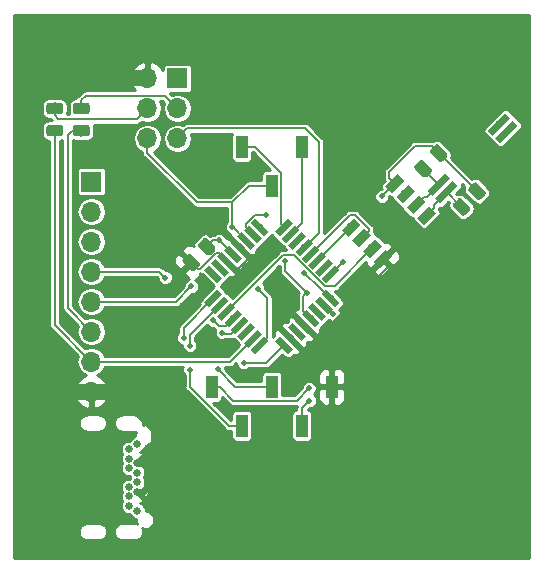
<source format=gtl>
G04 #@! TF.GenerationSoftware,KiCad,Pcbnew,(5.0.1)-4*
G04 #@! TF.CreationDate,2018-12-07T22:44:18-08:00*
G04 #@! TF.ProjectId,control_board,636F6E74726F6C5F626F6172642E6B69,rev?*
G04 #@! TF.SameCoordinates,Original*
G04 #@! TF.FileFunction,Copper,L1,Top,Signal*
G04 #@! TF.FilePolarity,Positive*
%FSLAX46Y46*%
G04 Gerber Fmt 4.6, Leading zero omitted, Abs format (unit mm)*
G04 Created by KiCad (PCBNEW (5.0.1)-4) date 12/7/2018 10:44:18 PM*
%MOMM*%
%LPD*%
G01*
G04 APERTURE LIST*
G04 #@! TA.AperFunction,ComponentPad*
%ADD10C,0.650000*%
G04 #@! TD*
G04 #@! TA.AperFunction,SMDPad,CuDef*
%ADD11R,1.000000X1.900000*%
G04 #@! TD*
G04 #@! TA.AperFunction,Conductor*
%ADD12C,0.100000*%
G04 #@! TD*
G04 #@! TA.AperFunction,SMDPad,CuDef*
%ADD13C,0.975000*%
G04 #@! TD*
G04 #@! TA.AperFunction,SMDPad,CuDef*
%ADD14C,0.550000*%
G04 #@! TD*
G04 #@! TA.AperFunction,ComponentPad*
%ADD15R,1.700000X1.700000*%
G04 #@! TD*
G04 #@! TA.AperFunction,ComponentPad*
%ADD16O,1.700000X1.700000*%
G04 #@! TD*
G04 #@! TA.AperFunction,SMDPad,CuDef*
%ADD17C,0.800000*%
G04 #@! TD*
G04 #@! TA.AperFunction,SMDPad,CuDef*
%ADD18C,0.600000*%
G04 #@! TD*
G04 #@! TA.AperFunction,ViaPad*
%ADD19C,0.508000*%
G04 #@! TD*
G04 #@! TA.AperFunction,Conductor*
%ADD20C,0.152400*%
G04 #@! TD*
G04 #@! TA.AperFunction,Conductor*
%ADD21C,0.609600*%
G04 #@! TD*
G04 #@! TA.AperFunction,Conductor*
%ADD22C,1.371600*%
G04 #@! TD*
G04 #@! TA.AperFunction,Conductor*
%ADD23C,0.254000*%
G04 #@! TD*
%ADD24C,0.254000*%
G04 APERTURE END LIST*
D10*
G04 #@! TO.P,J1,B1*
G04 #@! TO.N,GND*
X140370800Y-62198600D03*
G04 #@! TO.P,J1,B2*
G04 #@! TO.N,Net-(J1-PadB2)*
X139670800Y-62598600D03*
G04 #@! TO.P,J1,B3*
G04 #@! TO.N,Net-(J1-PadB3)*
X139670800Y-63398600D03*
G04 #@! TO.P,J1,B4*
G04 #@! TO.N,+5V*
X140370800Y-63798600D03*
G04 #@! TO.P,J1,B5*
G04 #@! TO.N,Net-(J1-PadB5)*
X139670800Y-64198600D03*
G04 #@! TO.P,J1,B6*
G04 #@! TO.N,Net-(J1-PadB6)*
X140370800Y-64598600D03*
G04 #@! TO.P,J1,B7*
G04 #@! TO.N,Net-(J1-PadB7)*
X140370800Y-65398600D03*
G04 #@! TO.P,J1,B8*
G04 #@! TO.N,Net-(J1-PadB8)*
X139670800Y-65798600D03*
G04 #@! TO.P,J1,B9*
G04 #@! TO.N,+5V*
X140370800Y-66198600D03*
G04 #@! TO.P,J1,B10*
G04 #@! TO.N,Net-(J1-PadB10)*
X139670800Y-66598600D03*
G04 #@! TO.P,J1,B11*
G04 #@! TO.N,Net-(J1-PadB11)*
X139670800Y-67398600D03*
G04 #@! TO.P,J1,B12*
G04 #@! TO.N,GND*
X140370800Y-67798600D03*
G04 #@! TD*
D11*
G04 #@! TO.P,S1,A*
G04 #@! TO.N,/Encoder_A*
X154305000Y-37008800D03*
G04 #@! TO.P,S1,B*
G04 #@! TO.N,/Encoder_B*
X149225000Y-37008800D03*
G04 #@! TO.P,S1,C*
G04 #@! TO.N,GND*
X151765000Y-40308800D03*
G04 #@! TO.P,S1,5*
G04 #@! TO.N,+5V*
X156845000Y-57328800D03*
G04 #@! TO.P,S1,2*
G04 #@! TO.N,/Green*
X151765000Y-57328800D03*
G04 #@! TO.P,S1,3*
G04 #@! TO.N,/Switch*
X146685000Y-57328800D03*
G04 #@! TO.P,S1,1*
G04 #@! TO.N,/Red*
X154305000Y-60628800D03*
G04 #@! TO.P,S1,4*
G04 #@! TO.N,/Blue*
X149225000Y-60628800D03*
G04 #@! TD*
D12*
G04 #@! TO.N,+5V*
G04 #@! TO.C,C1*
G36*
X144801006Y-46054275D02*
X144824667Y-46057785D01*
X144847871Y-46063597D01*
X144870393Y-46071655D01*
X144892017Y-46081883D01*
X144912534Y-46094180D01*
X144931747Y-46108430D01*
X144949471Y-46124494D01*
X145594706Y-46769729D01*
X145610770Y-46787453D01*
X145625020Y-46806666D01*
X145637317Y-46827183D01*
X145647545Y-46848807D01*
X145655603Y-46871329D01*
X145661415Y-46894533D01*
X145664925Y-46918194D01*
X145666099Y-46942086D01*
X145664925Y-46965978D01*
X145661415Y-46989639D01*
X145655603Y-47012843D01*
X145647545Y-47035365D01*
X145637317Y-47056989D01*
X145625020Y-47077506D01*
X145610770Y-47096719D01*
X145594706Y-47114443D01*
X145249991Y-47459158D01*
X145232267Y-47475222D01*
X145213054Y-47489472D01*
X145192537Y-47501769D01*
X145170913Y-47511997D01*
X145148391Y-47520055D01*
X145125187Y-47525867D01*
X145101526Y-47529377D01*
X145077634Y-47530551D01*
X145053742Y-47529377D01*
X145030081Y-47525867D01*
X145006877Y-47520055D01*
X144984355Y-47511997D01*
X144962731Y-47501769D01*
X144942214Y-47489472D01*
X144923001Y-47475222D01*
X144905277Y-47459158D01*
X144260042Y-46813923D01*
X144243978Y-46796199D01*
X144229728Y-46776986D01*
X144217431Y-46756469D01*
X144207203Y-46734845D01*
X144199145Y-46712323D01*
X144193333Y-46689119D01*
X144189823Y-46665458D01*
X144188649Y-46641566D01*
X144189823Y-46617674D01*
X144193333Y-46594013D01*
X144199145Y-46570809D01*
X144207203Y-46548287D01*
X144217431Y-46526663D01*
X144229728Y-46506146D01*
X144243978Y-46486933D01*
X144260042Y-46469209D01*
X144604757Y-46124494D01*
X144622481Y-46108430D01*
X144641694Y-46094180D01*
X144662211Y-46081883D01*
X144683835Y-46071655D01*
X144706357Y-46063597D01*
X144729561Y-46057785D01*
X144753222Y-46054275D01*
X144777114Y-46053101D01*
X144801006Y-46054275D01*
X144801006Y-46054275D01*
G37*
D13*
G04 #@! TD*
G04 #@! TO.P,C1,1*
G04 #@! TO.N,+5V*
X144927374Y-46791826D03*
D12*
G04 #@! TO.N,GND*
G04 #@! TO.C,C1*
G36*
X146126832Y-44728449D02*
X146150493Y-44731959D01*
X146173697Y-44737771D01*
X146196219Y-44745829D01*
X146217843Y-44756057D01*
X146238360Y-44768354D01*
X146257573Y-44782604D01*
X146275297Y-44798668D01*
X146920532Y-45443903D01*
X146936596Y-45461627D01*
X146950846Y-45480840D01*
X146963143Y-45501357D01*
X146973371Y-45522981D01*
X146981429Y-45545503D01*
X146987241Y-45568707D01*
X146990751Y-45592368D01*
X146991925Y-45616260D01*
X146990751Y-45640152D01*
X146987241Y-45663813D01*
X146981429Y-45687017D01*
X146973371Y-45709539D01*
X146963143Y-45731163D01*
X146950846Y-45751680D01*
X146936596Y-45770893D01*
X146920532Y-45788617D01*
X146575817Y-46133332D01*
X146558093Y-46149396D01*
X146538880Y-46163646D01*
X146518363Y-46175943D01*
X146496739Y-46186171D01*
X146474217Y-46194229D01*
X146451013Y-46200041D01*
X146427352Y-46203551D01*
X146403460Y-46204725D01*
X146379568Y-46203551D01*
X146355907Y-46200041D01*
X146332703Y-46194229D01*
X146310181Y-46186171D01*
X146288557Y-46175943D01*
X146268040Y-46163646D01*
X146248827Y-46149396D01*
X146231103Y-46133332D01*
X145585868Y-45488097D01*
X145569804Y-45470373D01*
X145555554Y-45451160D01*
X145543257Y-45430643D01*
X145533029Y-45409019D01*
X145524971Y-45386497D01*
X145519159Y-45363293D01*
X145515649Y-45339632D01*
X145514475Y-45315740D01*
X145515649Y-45291848D01*
X145519159Y-45268187D01*
X145524971Y-45244983D01*
X145533029Y-45222461D01*
X145543257Y-45200837D01*
X145555554Y-45180320D01*
X145569804Y-45161107D01*
X145585868Y-45143383D01*
X145930583Y-44798668D01*
X145948307Y-44782604D01*
X145967520Y-44768354D01*
X145988037Y-44756057D01*
X146009661Y-44745829D01*
X146032183Y-44737771D01*
X146055387Y-44731959D01*
X146079048Y-44728449D01*
X146102940Y-44727275D01*
X146126832Y-44728449D01*
X146126832Y-44728449D01*
G37*
D13*
G04 #@! TD*
G04 #@! TO.P,C1,2*
G04 #@! TO.N,GND*
X146253200Y-45466000D03*
D12*
G04 #@! TO.N,Net-(C4-Pad1)*
G04 #@! TO.C,C4*
G36*
X167688919Y-41352762D02*
X167712580Y-41356272D01*
X167735784Y-41362084D01*
X167758306Y-41370142D01*
X167779930Y-41380370D01*
X167800447Y-41392667D01*
X167819660Y-41406917D01*
X167837384Y-41422981D01*
X168482619Y-42068216D01*
X168498683Y-42085940D01*
X168512933Y-42105153D01*
X168525230Y-42125670D01*
X168535458Y-42147294D01*
X168543516Y-42169816D01*
X168549328Y-42193020D01*
X168552838Y-42216681D01*
X168554012Y-42240573D01*
X168552838Y-42264465D01*
X168549328Y-42288126D01*
X168543516Y-42311330D01*
X168535458Y-42333852D01*
X168525230Y-42355476D01*
X168512933Y-42375993D01*
X168498683Y-42395206D01*
X168482619Y-42412930D01*
X168137904Y-42757645D01*
X168120180Y-42773709D01*
X168100967Y-42787959D01*
X168080450Y-42800256D01*
X168058826Y-42810484D01*
X168036304Y-42818542D01*
X168013100Y-42824354D01*
X167989439Y-42827864D01*
X167965547Y-42829038D01*
X167941655Y-42827864D01*
X167917994Y-42824354D01*
X167894790Y-42818542D01*
X167872268Y-42810484D01*
X167850644Y-42800256D01*
X167830127Y-42787959D01*
X167810914Y-42773709D01*
X167793190Y-42757645D01*
X167147955Y-42112410D01*
X167131891Y-42094686D01*
X167117641Y-42075473D01*
X167105344Y-42054956D01*
X167095116Y-42033332D01*
X167087058Y-42010810D01*
X167081246Y-41987606D01*
X167077736Y-41963945D01*
X167076562Y-41940053D01*
X167077736Y-41916161D01*
X167081246Y-41892500D01*
X167087058Y-41869296D01*
X167095116Y-41846774D01*
X167105344Y-41825150D01*
X167117641Y-41804633D01*
X167131891Y-41785420D01*
X167147955Y-41767696D01*
X167492670Y-41422981D01*
X167510394Y-41406917D01*
X167529607Y-41392667D01*
X167550124Y-41380370D01*
X167571748Y-41370142D01*
X167594270Y-41362084D01*
X167617474Y-41356272D01*
X167641135Y-41352762D01*
X167665027Y-41351588D01*
X167688919Y-41352762D01*
X167688919Y-41352762D01*
G37*
D13*
G04 #@! TD*
G04 #@! TO.P,C4,1*
G04 #@! TO.N,Net-(C4-Pad1)*
X167815287Y-42090313D03*
D12*
G04 #@! TO.N,GND*
G04 #@! TO.C,C4*
G36*
X169014745Y-40026936D02*
X169038406Y-40030446D01*
X169061610Y-40036258D01*
X169084132Y-40044316D01*
X169105756Y-40054544D01*
X169126273Y-40066841D01*
X169145486Y-40081091D01*
X169163210Y-40097155D01*
X169808445Y-40742390D01*
X169824509Y-40760114D01*
X169838759Y-40779327D01*
X169851056Y-40799844D01*
X169861284Y-40821468D01*
X169869342Y-40843990D01*
X169875154Y-40867194D01*
X169878664Y-40890855D01*
X169879838Y-40914747D01*
X169878664Y-40938639D01*
X169875154Y-40962300D01*
X169869342Y-40985504D01*
X169861284Y-41008026D01*
X169851056Y-41029650D01*
X169838759Y-41050167D01*
X169824509Y-41069380D01*
X169808445Y-41087104D01*
X169463730Y-41431819D01*
X169446006Y-41447883D01*
X169426793Y-41462133D01*
X169406276Y-41474430D01*
X169384652Y-41484658D01*
X169362130Y-41492716D01*
X169338926Y-41498528D01*
X169315265Y-41502038D01*
X169291373Y-41503212D01*
X169267481Y-41502038D01*
X169243820Y-41498528D01*
X169220616Y-41492716D01*
X169198094Y-41484658D01*
X169176470Y-41474430D01*
X169155953Y-41462133D01*
X169136740Y-41447883D01*
X169119016Y-41431819D01*
X168473781Y-40786584D01*
X168457717Y-40768860D01*
X168443467Y-40749647D01*
X168431170Y-40729130D01*
X168420942Y-40707506D01*
X168412884Y-40684984D01*
X168407072Y-40661780D01*
X168403562Y-40638119D01*
X168402388Y-40614227D01*
X168403562Y-40590335D01*
X168407072Y-40566674D01*
X168412884Y-40543470D01*
X168420942Y-40520948D01*
X168431170Y-40499324D01*
X168443467Y-40478807D01*
X168457717Y-40459594D01*
X168473781Y-40441870D01*
X168818496Y-40097155D01*
X168836220Y-40081091D01*
X168855433Y-40066841D01*
X168875950Y-40054544D01*
X168897574Y-40044316D01*
X168920096Y-40036258D01*
X168943300Y-40030446D01*
X168966961Y-40026936D01*
X168990853Y-40025762D01*
X169014745Y-40026936D01*
X169014745Y-40026936D01*
G37*
D13*
G04 #@! TD*
G04 #@! TO.P,C4,2*
G04 #@! TO.N,GND*
X169141113Y-40764487D03*
D12*
G04 #@! TO.N,Net-(C5-Pad2)*
G04 #@! TO.C,C5*
G36*
X164440232Y-38124449D02*
X164463893Y-38127959D01*
X164487097Y-38133771D01*
X164509619Y-38141829D01*
X164531243Y-38152057D01*
X164551760Y-38164354D01*
X164570973Y-38178604D01*
X164588697Y-38194668D01*
X165233932Y-38839903D01*
X165249996Y-38857627D01*
X165264246Y-38876840D01*
X165276543Y-38897357D01*
X165286771Y-38918981D01*
X165294829Y-38941503D01*
X165300641Y-38964707D01*
X165304151Y-38988368D01*
X165305325Y-39012260D01*
X165304151Y-39036152D01*
X165300641Y-39059813D01*
X165294829Y-39083017D01*
X165286771Y-39105539D01*
X165276543Y-39127163D01*
X165264246Y-39147680D01*
X165249996Y-39166893D01*
X165233932Y-39184617D01*
X164889217Y-39529332D01*
X164871493Y-39545396D01*
X164852280Y-39559646D01*
X164831763Y-39571943D01*
X164810139Y-39582171D01*
X164787617Y-39590229D01*
X164764413Y-39596041D01*
X164740752Y-39599551D01*
X164716860Y-39600725D01*
X164692968Y-39599551D01*
X164669307Y-39596041D01*
X164646103Y-39590229D01*
X164623581Y-39582171D01*
X164601957Y-39571943D01*
X164581440Y-39559646D01*
X164562227Y-39545396D01*
X164544503Y-39529332D01*
X163899268Y-38884097D01*
X163883204Y-38866373D01*
X163868954Y-38847160D01*
X163856657Y-38826643D01*
X163846429Y-38805019D01*
X163838371Y-38782497D01*
X163832559Y-38759293D01*
X163829049Y-38735632D01*
X163827875Y-38711740D01*
X163829049Y-38687848D01*
X163832559Y-38664187D01*
X163838371Y-38640983D01*
X163846429Y-38618461D01*
X163856657Y-38596837D01*
X163868954Y-38576320D01*
X163883204Y-38557107D01*
X163899268Y-38539383D01*
X164243983Y-38194668D01*
X164261707Y-38178604D01*
X164280920Y-38164354D01*
X164301437Y-38152057D01*
X164323061Y-38141829D01*
X164345583Y-38133771D01*
X164368787Y-38127959D01*
X164392448Y-38124449D01*
X164416340Y-38123275D01*
X164440232Y-38124449D01*
X164440232Y-38124449D01*
G37*
D13*
G04 #@! TD*
G04 #@! TO.P,C5,2*
G04 #@! TO.N,Net-(C5-Pad2)*
X164566600Y-38862000D03*
D12*
G04 #@! TO.N,GND*
G04 #@! TO.C,C5*
G36*
X165766058Y-36798623D02*
X165789719Y-36802133D01*
X165812923Y-36807945D01*
X165835445Y-36816003D01*
X165857069Y-36826231D01*
X165877586Y-36838528D01*
X165896799Y-36852778D01*
X165914523Y-36868842D01*
X166559758Y-37514077D01*
X166575822Y-37531801D01*
X166590072Y-37551014D01*
X166602369Y-37571531D01*
X166612597Y-37593155D01*
X166620655Y-37615677D01*
X166626467Y-37638881D01*
X166629977Y-37662542D01*
X166631151Y-37686434D01*
X166629977Y-37710326D01*
X166626467Y-37733987D01*
X166620655Y-37757191D01*
X166612597Y-37779713D01*
X166602369Y-37801337D01*
X166590072Y-37821854D01*
X166575822Y-37841067D01*
X166559758Y-37858791D01*
X166215043Y-38203506D01*
X166197319Y-38219570D01*
X166178106Y-38233820D01*
X166157589Y-38246117D01*
X166135965Y-38256345D01*
X166113443Y-38264403D01*
X166090239Y-38270215D01*
X166066578Y-38273725D01*
X166042686Y-38274899D01*
X166018794Y-38273725D01*
X165995133Y-38270215D01*
X165971929Y-38264403D01*
X165949407Y-38256345D01*
X165927783Y-38246117D01*
X165907266Y-38233820D01*
X165888053Y-38219570D01*
X165870329Y-38203506D01*
X165225094Y-37558271D01*
X165209030Y-37540547D01*
X165194780Y-37521334D01*
X165182483Y-37500817D01*
X165172255Y-37479193D01*
X165164197Y-37456671D01*
X165158385Y-37433467D01*
X165154875Y-37409806D01*
X165153701Y-37385914D01*
X165154875Y-37362022D01*
X165158385Y-37338361D01*
X165164197Y-37315157D01*
X165172255Y-37292635D01*
X165182483Y-37271011D01*
X165194780Y-37250494D01*
X165209030Y-37231281D01*
X165225094Y-37213557D01*
X165569809Y-36868842D01*
X165587533Y-36852778D01*
X165606746Y-36838528D01*
X165627263Y-36826231D01*
X165648887Y-36816003D01*
X165671409Y-36807945D01*
X165694613Y-36802133D01*
X165718274Y-36798623D01*
X165742166Y-36797449D01*
X165766058Y-36798623D01*
X165766058Y-36798623D01*
G37*
D13*
G04 #@! TD*
G04 #@! TO.P,C5,1*
G04 #@! TO.N,GND*
X165892426Y-37536174D03*
D14*
G04 #@! TO.P,IC1,1*
G04 #@! TO.N,Net-(IC1-Pad1)*
X150739695Y-43833697D03*
D12*
G04 #@! TD*
G04 #@! TO.N,Net-(IC1-Pad1)*
G04 #@! TO.C,IC1*
G36*
X149979555Y-43462466D02*
X150368464Y-43073557D01*
X151499835Y-44204928D01*
X151110926Y-44593837D01*
X149979555Y-43462466D01*
X149979555Y-43462466D01*
G37*
D14*
G04 #@! TO.P,IC1,2*
G04 #@! TO.N,/Red*
X150174010Y-44399383D03*
D12*
G04 #@! TD*
G04 #@! TO.N,/Red*
G04 #@! TO.C,IC1*
G36*
X149413870Y-44028152D02*
X149802779Y-43639243D01*
X150934150Y-44770614D01*
X150545241Y-45159523D01*
X149413870Y-44028152D01*
X149413870Y-44028152D01*
G37*
D14*
G04 #@! TO.P,IC1,3*
G04 #@! TO.N,GND*
X149608324Y-44965068D03*
D12*
G04 #@! TD*
G04 #@! TO.N,GND*
G04 #@! TO.C,IC1*
G36*
X148848184Y-44593837D02*
X149237093Y-44204928D01*
X150368464Y-45336299D01*
X149979555Y-45725208D01*
X148848184Y-44593837D01*
X148848184Y-44593837D01*
G37*
D14*
G04 #@! TO.P,IC1,4*
G04 #@! TO.N,+5V*
X149042639Y-45530753D03*
D12*
G04 #@! TD*
G04 #@! TO.N,+5V*
G04 #@! TO.C,IC1*
G36*
X148282499Y-45159522D02*
X148671408Y-44770613D01*
X149802779Y-45901984D01*
X149413870Y-46290893D01*
X148282499Y-45159522D01*
X148282499Y-45159522D01*
G37*
D14*
G04 #@! TO.P,IC1,5*
G04 #@! TO.N,GND*
X148476953Y-46096439D03*
D12*
G04 #@! TD*
G04 #@! TO.N,GND*
G04 #@! TO.C,IC1*
G36*
X147716813Y-45725208D02*
X148105722Y-45336299D01*
X149237093Y-46467670D01*
X148848184Y-46856579D01*
X147716813Y-45725208D01*
X147716813Y-45725208D01*
G37*
D14*
G04 #@! TO.P,IC1,6*
G04 #@! TO.N,+5V*
X147911268Y-46662124D03*
D12*
G04 #@! TD*
G04 #@! TO.N,+5V*
G04 #@! TO.C,IC1*
G36*
X147151128Y-46290893D02*
X147540037Y-45901984D01*
X148671408Y-47033355D01*
X148282499Y-47422264D01*
X147151128Y-46290893D01*
X147151128Y-46290893D01*
G37*
D14*
G04 #@! TO.P,IC1,7*
G04 #@! TO.N,Net-(IC1-Pad7)*
X147345583Y-47227810D03*
D12*
G04 #@! TD*
G04 #@! TO.N,Net-(IC1-Pad7)*
G04 #@! TO.C,IC1*
G36*
X146585443Y-46856579D02*
X146974352Y-46467670D01*
X148105723Y-47599041D01*
X147716814Y-47987950D01*
X146585443Y-46856579D01*
X146585443Y-46856579D01*
G37*
D14*
G04 #@! TO.P,IC1,8*
G04 #@! TO.N,Net-(IC1-Pad8)*
X146779897Y-47793495D03*
D12*
G04 #@! TD*
G04 #@! TO.N,Net-(IC1-Pad8)*
G04 #@! TO.C,IC1*
G36*
X146019757Y-47422264D02*
X146408666Y-47033355D01*
X147540037Y-48164726D01*
X147151128Y-48553635D01*
X146019757Y-47422264D01*
X146019757Y-47422264D01*
G37*
D14*
G04 #@! TO.P,IC1,9*
G04 #@! TO.N,/Green*
X146779897Y-49844105D03*
D12*
G04 #@! TD*
G04 #@! TO.N,/Green*
G04 #@! TO.C,IC1*
G36*
X146408666Y-50604245D02*
X146019757Y-50215336D01*
X147151128Y-49083965D01*
X147540037Y-49472874D01*
X146408666Y-50604245D01*
X146408666Y-50604245D01*
G37*
D14*
G04 #@! TO.P,IC1,10*
G04 #@! TO.N,/Blue*
X147345583Y-50409790D03*
D12*
G04 #@! TD*
G04 #@! TO.N,/Blue*
G04 #@! TO.C,IC1*
G36*
X146974352Y-51169930D02*
X146585443Y-50781021D01*
X147716814Y-49649650D01*
X148105723Y-50038559D01*
X146974352Y-51169930D01*
X146974352Y-51169930D01*
G37*
D14*
G04 #@! TO.P,IC1,11*
G04 #@! TO.N,Net-(IC1-Pad11)*
X147911268Y-50975476D03*
D12*
G04 #@! TD*
G04 #@! TO.N,Net-(IC1-Pad11)*
G04 #@! TO.C,IC1*
G36*
X147540037Y-51735616D02*
X147151128Y-51346707D01*
X148282499Y-50215336D01*
X148671408Y-50604245D01*
X147540037Y-51735616D01*
X147540037Y-51735616D01*
G37*
D14*
G04 #@! TO.P,IC1,12*
G04 #@! TO.N,/OE*
X148476953Y-51541161D03*
D12*
G04 #@! TD*
G04 #@! TO.N,/OE*
G04 #@! TO.C,IC1*
G36*
X148105722Y-52301301D02*
X147716813Y-51912392D01*
X148848184Y-50781021D01*
X149237093Y-51169930D01*
X148105722Y-52301301D01*
X148105722Y-52301301D01*
G37*
D14*
G04 #@! TO.P,IC1,13*
G04 #@! TO.N,/Sel*
X149042639Y-52106847D03*
D12*
G04 #@! TD*
G04 #@! TO.N,/Sel*
G04 #@! TO.C,IC1*
G36*
X148671408Y-52866987D02*
X148282499Y-52478078D01*
X149413870Y-51346707D01*
X149802779Y-51735616D01*
X148671408Y-52866987D01*
X148671408Y-52866987D01*
G37*
D14*
G04 #@! TO.P,IC1,14*
G04 #@! TO.N,Net-(IC1-Pad14)*
X149608324Y-52672532D03*
D12*
G04 #@! TD*
G04 #@! TO.N,Net-(IC1-Pad14)*
G04 #@! TO.C,IC1*
G36*
X149237093Y-53432672D02*
X148848184Y-53043763D01*
X149979555Y-51912392D01*
X150368464Y-52301301D01*
X149237093Y-53432672D01*
X149237093Y-53432672D01*
G37*
D14*
G04 #@! TO.P,IC1,15*
G04 #@! TO.N,/Data*
X150174010Y-53238217D03*
D12*
G04 #@! TD*
G04 #@! TO.N,/Data*
G04 #@! TO.C,IC1*
G36*
X149802779Y-53998357D02*
X149413870Y-53609448D01*
X150545241Y-52478077D01*
X150934150Y-52866986D01*
X149802779Y-53998357D01*
X149802779Y-53998357D01*
G37*
D14*
G04 #@! TO.P,IC1,16*
G04 #@! TO.N,Net-(IC1-Pad16)*
X150739695Y-53803903D03*
D12*
G04 #@! TD*
G04 #@! TO.N,Net-(IC1-Pad16)*
G04 #@! TO.C,IC1*
G36*
X150368464Y-54564043D02*
X149979555Y-54175134D01*
X151110926Y-53043763D01*
X151499835Y-53432672D01*
X150368464Y-54564043D01*
X150368464Y-54564043D01*
G37*
D14*
G04 #@! TO.P,IC1,17*
G04 #@! TO.N,/CLK*
X152790305Y-53803903D03*
D12*
G04 #@! TD*
G04 #@! TO.N,/CLK*
G04 #@! TO.C,IC1*
G36*
X152030165Y-53432672D02*
X152419074Y-53043763D01*
X153550445Y-54175134D01*
X153161536Y-54564043D01*
X152030165Y-53432672D01*
X152030165Y-53432672D01*
G37*
D14*
G04 #@! TO.P,IC1,18*
G04 #@! TO.N,+5V*
X153355990Y-53238217D03*
D12*
G04 #@! TD*
G04 #@! TO.N,+5V*
G04 #@! TO.C,IC1*
G36*
X152595850Y-52866986D02*
X152984759Y-52478077D01*
X154116130Y-53609448D01*
X153727221Y-53998357D01*
X152595850Y-52866986D01*
X152595850Y-52866986D01*
G37*
D14*
G04 #@! TO.P,IC1,19*
G04 #@! TO.N,Net-(IC1-Pad19)*
X153921676Y-52672532D03*
D12*
G04 #@! TD*
G04 #@! TO.N,Net-(IC1-Pad19)*
G04 #@! TO.C,IC1*
G36*
X153161536Y-52301301D02*
X153550445Y-51912392D01*
X154681816Y-53043763D01*
X154292907Y-53432672D01*
X153161536Y-52301301D01*
X153161536Y-52301301D01*
G37*
D14*
G04 #@! TO.P,IC1,20*
G04 #@! TO.N,+5V*
X154487361Y-52106847D03*
D12*
G04 #@! TD*
G04 #@! TO.N,+5V*
G04 #@! TO.C,IC1*
G36*
X153727221Y-51735616D02*
X154116130Y-51346707D01*
X155247501Y-52478078D01*
X154858592Y-52866987D01*
X153727221Y-51735616D01*
X153727221Y-51735616D01*
G37*
D14*
G04 #@! TO.P,IC1,21*
G04 #@! TO.N,GND*
X155053047Y-51541161D03*
D12*
G04 #@! TD*
G04 #@! TO.N,GND*
G04 #@! TO.C,IC1*
G36*
X154292907Y-51169930D02*
X154681816Y-50781021D01*
X155813187Y-51912392D01*
X155424278Y-52301301D01*
X154292907Y-51169930D01*
X154292907Y-51169930D01*
G37*
D14*
G04 #@! TO.P,IC1,22*
G04 #@! TO.N,Net-(IC1-Pad22)*
X155618732Y-50975476D03*
D12*
G04 #@! TD*
G04 #@! TO.N,Net-(IC1-Pad22)*
G04 #@! TO.C,IC1*
G36*
X154858592Y-50604245D02*
X155247501Y-50215336D01*
X156378872Y-51346707D01*
X155989963Y-51735616D01*
X154858592Y-50604245D01*
X154858592Y-50604245D01*
G37*
D14*
G04 #@! TO.P,IC1,23*
G04 #@! TO.N,/Switch*
X156184417Y-50409790D03*
D12*
G04 #@! TD*
G04 #@! TO.N,/Switch*
G04 #@! TO.C,IC1*
G36*
X155424277Y-50038559D02*
X155813186Y-49649650D01*
X156944557Y-50781021D01*
X156555648Y-51169930D01*
X155424277Y-50038559D01*
X155424277Y-50038559D01*
G37*
D14*
G04 #@! TO.P,IC1,24*
G04 #@! TO.N,/G_latch*
X156750103Y-49844105D03*
D12*
G04 #@! TD*
G04 #@! TO.N,/G_latch*
G04 #@! TO.C,IC1*
G36*
X155989963Y-49472874D02*
X156378872Y-49083965D01*
X157510243Y-50215336D01*
X157121334Y-50604245D01*
X155989963Y-49472874D01*
X155989963Y-49472874D01*
G37*
D14*
G04 #@! TO.P,IC1,25*
G04 #@! TO.N,/R_latch*
X156750103Y-47793495D03*
D12*
G04 #@! TD*
G04 #@! TO.N,/R_latch*
G04 #@! TO.C,IC1*
G36*
X156378872Y-48553635D02*
X155989963Y-48164726D01*
X157121334Y-47033355D01*
X157510243Y-47422264D01*
X156378872Y-48553635D01*
X156378872Y-48553635D01*
G37*
D14*
G04 #@! TO.P,IC1,26*
G04 #@! TO.N,Net-(IC1-Pad26)*
X156184417Y-47227810D03*
D12*
G04 #@! TD*
G04 #@! TO.N,Net-(IC1-Pad26)*
G04 #@! TO.C,IC1*
G36*
X155813186Y-47987950D02*
X155424277Y-47599041D01*
X156555648Y-46467670D01*
X156944557Y-46856579D01*
X155813186Y-47987950D01*
X155813186Y-47987950D01*
G37*
D14*
G04 #@! TO.P,IC1,27*
G04 #@! TO.N,/SDA*
X155618732Y-46662124D03*
D12*
G04 #@! TD*
G04 #@! TO.N,/SDA*
G04 #@! TO.C,IC1*
G36*
X155247501Y-47422264D02*
X154858592Y-47033355D01*
X155989963Y-45901984D01*
X156378872Y-46290893D01*
X155247501Y-47422264D01*
X155247501Y-47422264D01*
G37*
D14*
G04 #@! TO.P,IC1,28*
G04 #@! TO.N,/SCL*
X155053047Y-46096439D03*
D12*
G04 #@! TD*
G04 #@! TO.N,/SCL*
G04 #@! TO.C,IC1*
G36*
X154681816Y-46856579D02*
X154292907Y-46467670D01*
X155424278Y-45336299D01*
X155813187Y-45725208D01*
X154681816Y-46856579D01*
X154681816Y-46856579D01*
G37*
D14*
G04 #@! TO.P,IC1,29*
G04 #@! TO.N,/Reset*
X154487361Y-45530753D03*
D12*
G04 #@! TD*
G04 #@! TO.N,/Reset*
G04 #@! TO.C,IC1*
G36*
X154116130Y-46290893D02*
X153727221Y-45901984D01*
X154858592Y-44770613D01*
X155247501Y-45159522D01*
X154116130Y-46290893D01*
X154116130Y-46290893D01*
G37*
D14*
G04 #@! TO.P,IC1,30*
G04 #@! TO.N,Net-(IC1-Pad30)*
X153921676Y-44965068D03*
D12*
G04 #@! TD*
G04 #@! TO.N,Net-(IC1-Pad30)*
G04 #@! TO.C,IC1*
G36*
X153550445Y-45725208D02*
X153161536Y-45336299D01*
X154292907Y-44204928D01*
X154681816Y-44593837D01*
X153550445Y-45725208D01*
X153550445Y-45725208D01*
G37*
D14*
G04 #@! TO.P,IC1,31*
G04 #@! TO.N,/Encoder_A*
X153355990Y-44399383D03*
D12*
G04 #@! TD*
G04 #@! TO.N,/Encoder_A*
G04 #@! TO.C,IC1*
G36*
X152984759Y-45159523D02*
X152595850Y-44770614D01*
X153727221Y-43639243D01*
X154116130Y-44028152D01*
X152984759Y-45159523D01*
X152984759Y-45159523D01*
G37*
D14*
G04 #@! TO.P,IC1,32*
G04 #@! TO.N,/Encoder_B*
X152790305Y-43833697D03*
D12*
G04 #@! TD*
G04 #@! TO.N,/Encoder_B*
G04 #@! TO.C,IC1*
G36*
X152419074Y-44593837D02*
X152030165Y-44204928D01*
X153161536Y-43073557D01*
X153550445Y-43462466D01*
X152419074Y-44593837D01*
X152419074Y-44593837D01*
G37*
D15*
G04 #@! TO.P,J2,1*
G04 #@! TO.N,Net-(J2-Pad1)*
X143764000Y-31216600D03*
D16*
G04 #@! TO.P,J2,2*
G04 #@! TO.N,+5V*
X141224000Y-31216600D03*
G04 #@! TO.P,J2,3*
G04 #@! TO.N,Net-(J2-Pad3)*
X143764000Y-33756600D03*
G04 #@! TO.P,J2,4*
G04 #@! TO.N,Net-(J2-Pad4)*
X141224000Y-33756600D03*
G04 #@! TO.P,J2,5*
G04 #@! TO.N,/Reset*
X143764000Y-36296600D03*
G04 #@! TO.P,J2,6*
G04 #@! TO.N,GND*
X141224000Y-36296600D03*
G04 #@! TD*
D15*
G04 #@! TO.P,P1,1*
G04 #@! TO.N,GND*
X136474200Y-39954200D03*
D16*
G04 #@! TO.P,P1,2*
G04 #@! TO.N,/OE*
X136474200Y-42494200D03*
G04 #@! TO.P,P1,3*
G04 #@! TO.N,/Sel*
X136474200Y-45034200D03*
G04 #@! TO.P,P1,4*
G04 #@! TO.N,/G_latch*
X136474200Y-47574200D03*
G04 #@! TO.P,P1,5*
G04 #@! TO.N,/R_latch*
X136474200Y-50114200D03*
G04 #@! TO.P,P1,6*
G04 #@! TO.N,/CLK*
X136474200Y-52654200D03*
G04 #@! TO.P,P1,7*
G04 #@! TO.N,/Data*
X136474200Y-55194200D03*
G04 #@! TO.P,P1,8*
G04 #@! TO.N,+5V*
X136474200Y-57734200D03*
G04 #@! TD*
D12*
G04 #@! TO.N,/Data*
G04 #@! TO.C,R2*
G36*
X133855542Y-35149874D02*
X133879203Y-35153384D01*
X133902407Y-35159196D01*
X133924929Y-35167254D01*
X133946553Y-35177482D01*
X133967070Y-35189779D01*
X133986283Y-35204029D01*
X134004007Y-35220093D01*
X134020071Y-35237817D01*
X134034321Y-35257030D01*
X134046618Y-35277547D01*
X134056846Y-35299171D01*
X134064904Y-35321693D01*
X134070716Y-35344897D01*
X134074226Y-35368558D01*
X134075400Y-35392450D01*
X134075400Y-35879950D01*
X134074226Y-35903842D01*
X134070716Y-35927503D01*
X134064904Y-35950707D01*
X134056846Y-35973229D01*
X134046618Y-35994853D01*
X134034321Y-36015370D01*
X134020071Y-36034583D01*
X134004007Y-36052307D01*
X133986283Y-36068371D01*
X133967070Y-36082621D01*
X133946553Y-36094918D01*
X133924929Y-36105146D01*
X133902407Y-36113204D01*
X133879203Y-36119016D01*
X133855542Y-36122526D01*
X133831650Y-36123700D01*
X132919150Y-36123700D01*
X132895258Y-36122526D01*
X132871597Y-36119016D01*
X132848393Y-36113204D01*
X132825871Y-36105146D01*
X132804247Y-36094918D01*
X132783730Y-36082621D01*
X132764517Y-36068371D01*
X132746793Y-36052307D01*
X132730729Y-36034583D01*
X132716479Y-36015370D01*
X132704182Y-35994853D01*
X132693954Y-35973229D01*
X132685896Y-35950707D01*
X132680084Y-35927503D01*
X132676574Y-35903842D01*
X132675400Y-35879950D01*
X132675400Y-35392450D01*
X132676574Y-35368558D01*
X132680084Y-35344897D01*
X132685896Y-35321693D01*
X132693954Y-35299171D01*
X132704182Y-35277547D01*
X132716479Y-35257030D01*
X132730729Y-35237817D01*
X132746793Y-35220093D01*
X132764517Y-35204029D01*
X132783730Y-35189779D01*
X132804247Y-35177482D01*
X132825871Y-35167254D01*
X132848393Y-35159196D01*
X132871597Y-35153384D01*
X132895258Y-35149874D01*
X132919150Y-35148700D01*
X133831650Y-35148700D01*
X133855542Y-35149874D01*
X133855542Y-35149874D01*
G37*
D13*
G04 #@! TD*
G04 #@! TO.P,R2,2*
G04 #@! TO.N,/Data*
X133375400Y-35636200D03*
D12*
G04 #@! TO.N,Net-(J2-Pad4)*
G04 #@! TO.C,R2*
G36*
X133855542Y-33274874D02*
X133879203Y-33278384D01*
X133902407Y-33284196D01*
X133924929Y-33292254D01*
X133946553Y-33302482D01*
X133967070Y-33314779D01*
X133986283Y-33329029D01*
X134004007Y-33345093D01*
X134020071Y-33362817D01*
X134034321Y-33382030D01*
X134046618Y-33402547D01*
X134056846Y-33424171D01*
X134064904Y-33446693D01*
X134070716Y-33469897D01*
X134074226Y-33493558D01*
X134075400Y-33517450D01*
X134075400Y-34004950D01*
X134074226Y-34028842D01*
X134070716Y-34052503D01*
X134064904Y-34075707D01*
X134056846Y-34098229D01*
X134046618Y-34119853D01*
X134034321Y-34140370D01*
X134020071Y-34159583D01*
X134004007Y-34177307D01*
X133986283Y-34193371D01*
X133967070Y-34207621D01*
X133946553Y-34219918D01*
X133924929Y-34230146D01*
X133902407Y-34238204D01*
X133879203Y-34244016D01*
X133855542Y-34247526D01*
X133831650Y-34248700D01*
X132919150Y-34248700D01*
X132895258Y-34247526D01*
X132871597Y-34244016D01*
X132848393Y-34238204D01*
X132825871Y-34230146D01*
X132804247Y-34219918D01*
X132783730Y-34207621D01*
X132764517Y-34193371D01*
X132746793Y-34177307D01*
X132730729Y-34159583D01*
X132716479Y-34140370D01*
X132704182Y-34119853D01*
X132693954Y-34098229D01*
X132685896Y-34075707D01*
X132680084Y-34052503D01*
X132676574Y-34028842D01*
X132675400Y-34004950D01*
X132675400Y-33517450D01*
X132676574Y-33493558D01*
X132680084Y-33469897D01*
X132685896Y-33446693D01*
X132693954Y-33424171D01*
X132704182Y-33402547D01*
X132716479Y-33382030D01*
X132730729Y-33362817D01*
X132746793Y-33345093D01*
X132764517Y-33329029D01*
X132783730Y-33314779D01*
X132804247Y-33302482D01*
X132825871Y-33292254D01*
X132848393Y-33284196D01*
X132871597Y-33278384D01*
X132895258Y-33274874D01*
X132919150Y-33273700D01*
X133831650Y-33273700D01*
X133855542Y-33274874D01*
X133855542Y-33274874D01*
G37*
D13*
G04 #@! TD*
G04 #@! TO.P,R2,1*
G04 #@! TO.N,Net-(J2-Pad4)*
X133375400Y-33761200D03*
D12*
G04 #@! TO.N,Net-(J2-Pad3)*
G04 #@! TO.C,R3*
G36*
X136116142Y-33270274D02*
X136139803Y-33273784D01*
X136163007Y-33279596D01*
X136185529Y-33287654D01*
X136207153Y-33297882D01*
X136227670Y-33310179D01*
X136246883Y-33324429D01*
X136264607Y-33340493D01*
X136280671Y-33358217D01*
X136294921Y-33377430D01*
X136307218Y-33397947D01*
X136317446Y-33419571D01*
X136325504Y-33442093D01*
X136331316Y-33465297D01*
X136334826Y-33488958D01*
X136336000Y-33512850D01*
X136336000Y-34000350D01*
X136334826Y-34024242D01*
X136331316Y-34047903D01*
X136325504Y-34071107D01*
X136317446Y-34093629D01*
X136307218Y-34115253D01*
X136294921Y-34135770D01*
X136280671Y-34154983D01*
X136264607Y-34172707D01*
X136246883Y-34188771D01*
X136227670Y-34203021D01*
X136207153Y-34215318D01*
X136185529Y-34225546D01*
X136163007Y-34233604D01*
X136139803Y-34239416D01*
X136116142Y-34242926D01*
X136092250Y-34244100D01*
X135179750Y-34244100D01*
X135155858Y-34242926D01*
X135132197Y-34239416D01*
X135108993Y-34233604D01*
X135086471Y-34225546D01*
X135064847Y-34215318D01*
X135044330Y-34203021D01*
X135025117Y-34188771D01*
X135007393Y-34172707D01*
X134991329Y-34154983D01*
X134977079Y-34135770D01*
X134964782Y-34115253D01*
X134954554Y-34093629D01*
X134946496Y-34071107D01*
X134940684Y-34047903D01*
X134937174Y-34024242D01*
X134936000Y-34000350D01*
X134936000Y-33512850D01*
X134937174Y-33488958D01*
X134940684Y-33465297D01*
X134946496Y-33442093D01*
X134954554Y-33419571D01*
X134964782Y-33397947D01*
X134977079Y-33377430D01*
X134991329Y-33358217D01*
X135007393Y-33340493D01*
X135025117Y-33324429D01*
X135044330Y-33310179D01*
X135064847Y-33297882D01*
X135086471Y-33287654D01*
X135108993Y-33279596D01*
X135132197Y-33273784D01*
X135155858Y-33270274D01*
X135179750Y-33269100D01*
X136092250Y-33269100D01*
X136116142Y-33270274D01*
X136116142Y-33270274D01*
G37*
D13*
G04 #@! TD*
G04 #@! TO.P,R3,1*
G04 #@! TO.N,Net-(J2-Pad3)*
X135636000Y-33756600D03*
D12*
G04 #@! TO.N,/CLK*
G04 #@! TO.C,R3*
G36*
X136116142Y-35145274D02*
X136139803Y-35148784D01*
X136163007Y-35154596D01*
X136185529Y-35162654D01*
X136207153Y-35172882D01*
X136227670Y-35185179D01*
X136246883Y-35199429D01*
X136264607Y-35215493D01*
X136280671Y-35233217D01*
X136294921Y-35252430D01*
X136307218Y-35272947D01*
X136317446Y-35294571D01*
X136325504Y-35317093D01*
X136331316Y-35340297D01*
X136334826Y-35363958D01*
X136336000Y-35387850D01*
X136336000Y-35875350D01*
X136334826Y-35899242D01*
X136331316Y-35922903D01*
X136325504Y-35946107D01*
X136317446Y-35968629D01*
X136307218Y-35990253D01*
X136294921Y-36010770D01*
X136280671Y-36029983D01*
X136264607Y-36047707D01*
X136246883Y-36063771D01*
X136227670Y-36078021D01*
X136207153Y-36090318D01*
X136185529Y-36100546D01*
X136163007Y-36108604D01*
X136139803Y-36114416D01*
X136116142Y-36117926D01*
X136092250Y-36119100D01*
X135179750Y-36119100D01*
X135155858Y-36117926D01*
X135132197Y-36114416D01*
X135108993Y-36108604D01*
X135086471Y-36100546D01*
X135064847Y-36090318D01*
X135044330Y-36078021D01*
X135025117Y-36063771D01*
X135007393Y-36047707D01*
X134991329Y-36029983D01*
X134977079Y-36010770D01*
X134964782Y-35990253D01*
X134954554Y-35968629D01*
X134946496Y-35946107D01*
X134940684Y-35922903D01*
X134937174Y-35899242D01*
X134936000Y-35875350D01*
X134936000Y-35387850D01*
X134937174Y-35363958D01*
X134940684Y-35340297D01*
X134946496Y-35317093D01*
X134954554Y-35294571D01*
X134964782Y-35272947D01*
X134977079Y-35252430D01*
X134991329Y-35233217D01*
X135007393Y-35215493D01*
X135025117Y-35199429D01*
X135044330Y-35185179D01*
X135064847Y-35172882D01*
X135086471Y-35162654D01*
X135108993Y-35154596D01*
X135132197Y-35148784D01*
X135155858Y-35145274D01*
X135179750Y-35144100D01*
X136092250Y-35144100D01*
X136116142Y-35145274D01*
X136116142Y-35145274D01*
G37*
D13*
G04 #@! TD*
G04 #@! TO.P,R3,2*
G04 #@! TO.N,/CLK*
X135636000Y-35631600D03*
D17*
G04 #@! TO.P,U1,5*
G04 #@! TO.N,/SDA*
X158467806Y-43816117D03*
D12*
G04 #@! TD*
G04 #@! TO.N,/SDA*
G04 #@! TO.C,U1*
G36*
X158697616Y-43020622D02*
X159263301Y-43586307D01*
X158237996Y-44611612D01*
X157672311Y-44045927D01*
X158697616Y-43020622D01*
X158697616Y-43020622D01*
G37*
D17*
G04 #@! TO.P,U1,6*
G04 #@! TO.N,/SCL*
X159365832Y-44714142D03*
D12*
G04 #@! TD*
G04 #@! TO.N,/SCL*
G04 #@! TO.C,U1*
G36*
X159595642Y-43918647D02*
X160161327Y-44484332D01*
X159136022Y-45509637D01*
X158570337Y-44943952D01*
X159595642Y-43918647D01*
X159595642Y-43918647D01*
G37*
D17*
G04 #@! TO.P,U1,7*
G04 #@! TO.N,Net-(IC1-Pad11)*
X160263858Y-45612168D03*
D12*
G04 #@! TD*
G04 #@! TO.N,Net-(IC1-Pad11)*
G04 #@! TO.C,U1*
G36*
X160493668Y-44816673D02*
X161059353Y-45382358D01*
X160034048Y-46407663D01*
X159468363Y-45841978D01*
X160493668Y-44816673D01*
X160493668Y-44816673D01*
G37*
D17*
G04 #@! TO.P,U1,8*
G04 #@! TO.N,+5V*
X161161883Y-46510194D03*
D12*
G04 #@! TD*
G04 #@! TO.N,+5V*
G04 #@! TO.C,U1*
G36*
X161391693Y-45714699D02*
X161957378Y-46280384D01*
X160932073Y-47305689D01*
X160366388Y-46740004D01*
X161391693Y-45714699D01*
X161391693Y-45714699D01*
G37*
D17*
G04 #@! TO.P,U1,4*
G04 #@! TO.N,GND*
X162180117Y-40103806D03*
D12*
G04 #@! TD*
G04 #@! TO.N,GND*
G04 #@! TO.C,U1*
G36*
X162409927Y-39308311D02*
X162975612Y-39873996D01*
X161950307Y-40899301D01*
X161384622Y-40333616D01*
X162409927Y-39308311D01*
X162409927Y-39308311D01*
G37*
D17*
G04 #@! TO.P,U1,3*
G04 #@! TO.N,Net-(U1-Pad3)*
X163078142Y-41001832D03*
D12*
G04 #@! TD*
G04 #@! TO.N,Net-(U1-Pad3)*
G04 #@! TO.C,U1*
G36*
X163307952Y-40206337D02*
X163873637Y-40772022D01*
X162848332Y-41797327D01*
X162282647Y-41231642D01*
X163307952Y-40206337D01*
X163307952Y-40206337D01*
G37*
D17*
G04 #@! TO.P,U1,2*
G04 #@! TO.N,Net-(C5-Pad2)*
X163976168Y-41899858D03*
D12*
G04 #@! TD*
G04 #@! TO.N,Net-(C5-Pad2)*
G04 #@! TO.C,U1*
G36*
X164205978Y-41104363D02*
X164771663Y-41670048D01*
X163746358Y-42695353D01*
X163180673Y-42129668D01*
X164205978Y-41104363D01*
X164205978Y-41104363D01*
G37*
D17*
G04 #@! TO.P,U1,1*
G04 #@! TO.N,Net-(C4-Pad1)*
X164874194Y-42797883D03*
D12*
G04 #@! TD*
G04 #@! TO.N,Net-(C4-Pad1)*
G04 #@! TO.C,U1*
G36*
X165104004Y-42002388D02*
X165669689Y-42568073D01*
X164644384Y-43593378D01*
X164078699Y-43027693D01*
X165104004Y-42002388D01*
X165104004Y-42002388D01*
G37*
D18*
G04 #@! TO.P,Y1,1*
G04 #@! TO.N,Net-(C4-Pad1)*
X166555614Y-40836782D03*
D12*
G04 #@! TD*
G04 #@! TO.N,Net-(C4-Pad1)*
G04 #@! TO.C,Y1*
G36*
X166025284Y-41791376D02*
X165601020Y-41367112D01*
X167085944Y-39882188D01*
X167510208Y-40306452D01*
X166025284Y-41791376D01*
X166025284Y-41791376D01*
G37*
D18*
G04 #@! TO.P,Y1,2*
G04 #@! TO.N,Net-(Y1-Pad2)*
X171646782Y-35745614D03*
D12*
G04 #@! TD*
G04 #@! TO.N,Net-(Y1-Pad2)*
G04 #@! TO.C,Y1*
G36*
X171116452Y-36700208D02*
X170692188Y-36275944D01*
X172177112Y-34791020D01*
X172601376Y-35215284D01*
X171116452Y-36700208D01*
X171116452Y-36700208D01*
G37*
D18*
G04 #@! TO.P,Y1,3*
G04 #@! TO.N,Net-(Y1-Pad3)*
X171010386Y-35109218D03*
D12*
G04 #@! TD*
G04 #@! TO.N,Net-(Y1-Pad3)*
G04 #@! TO.C,Y1*
G36*
X170480056Y-36063812D02*
X170055792Y-35639548D01*
X171540716Y-34154624D01*
X171964980Y-34578888D01*
X170480056Y-36063812D01*
X170480056Y-36063812D01*
G37*
D18*
G04 #@! TO.P,Y1,4*
G04 #@! TO.N,Net-(C5-Pad2)*
X165919218Y-40200386D03*
D12*
G04 #@! TD*
G04 #@! TO.N,Net-(C5-Pad2)*
G04 #@! TO.C,Y1*
G36*
X165388888Y-41154980D02*
X164964624Y-40730716D01*
X166449548Y-39245792D01*
X166873812Y-39670056D01*
X165388888Y-41154980D01*
X165388888Y-41154980D01*
G37*
D19*
G04 #@! TO.N,+5V*
X152247600Y-51816000D03*
X151231600Y-45872400D03*
X162229800Y-45440600D03*
X155600400Y-53213000D03*
X142290800Y-43307000D03*
G04 #@! TO.N,GND*
X154703457Y-49360142D03*
X147294600Y-44907200D03*
X148412200Y-43789600D03*
X161086800Y-41198800D03*
X152870622Y-46698622D03*
G04 #@! TO.N,Net-(IC1-Pad16)*
X150571200Y-49022000D03*
G04 #@! TO.N,/Red*
X151231600Y-42764575D03*
X154940000Y-58496200D03*
G04 #@! TO.N,/Green*
X147167600Y-55854600D03*
X144297400Y-53187600D03*
G04 #@! TO.N,/Blue*
X144830800Y-55880000D03*
X144830800Y-53848000D03*
G04 #@! TO.N,/OE*
X146786600Y-51689000D03*
G04 #@! TO.N,/Sel*
X147574000Y-52730400D03*
G04 #@! TO.N,/CLK*
X149377400Y-55270400D03*
G04 #@! TO.N,/Switch*
X154914600Y-57454800D03*
X156960950Y-51169950D03*
G04 #@! TO.N,/G_latch*
X142733650Y-48071150D03*
X154515717Y-47696285D03*
G04 #@! TO.N,/R_latch*
X157784800Y-46761400D03*
X144957800Y-48818800D03*
G04 #@! TD*
D20*
G04 #@! TO.N,+5V*
X156845000Y-57328800D02*
X155779200Y-57328800D01*
X155779200Y-57328800D02*
X154965400Y-56515000D01*
X154965400Y-56515000D02*
X154965400Y-54847627D01*
X152247600Y-52129827D02*
X152247600Y-51816000D01*
X153355990Y-53238217D02*
X152247600Y-52129827D01*
X150977601Y-46126399D02*
X151231600Y-45872400D01*
X150936851Y-46167149D02*
X150977601Y-46126399D01*
X149679035Y-46167149D02*
X150936851Y-46167149D01*
X149042639Y-45530753D02*
X149679035Y-46167149D01*
X149679035Y-46607421D02*
X149679035Y-46167149D01*
X161161883Y-46510194D02*
X161161883Y-46508517D01*
X161161883Y-46508517D02*
X162229800Y-45440600D01*
D21*
X141153001Y-64121182D02*
X140830419Y-63798600D01*
X140728458Y-66198600D02*
X141153001Y-65774057D01*
X140370800Y-66198600D02*
X140728458Y-66198600D01*
X141153001Y-65774057D02*
X141153001Y-64121182D01*
D22*
X142234001Y-60816263D02*
X142234001Y-64369599D01*
X136474200Y-57734200D02*
X139151938Y-57734200D01*
X139151938Y-57734200D02*
X142234001Y-60816263D01*
X142234001Y-64369599D02*
X141655800Y-64947800D01*
D21*
X141663002Y-63798600D02*
X142234001Y-64369599D01*
X140370800Y-63798600D02*
X141663002Y-63798600D01*
X141401418Y-64369599D02*
X142234001Y-64369599D01*
X140830419Y-63798600D02*
X141401418Y-64369599D01*
X140370800Y-63798600D02*
X140830419Y-63798600D01*
X142234001Y-64795018D02*
X142234001Y-64369599D01*
X140830419Y-66198600D02*
X142234001Y-64795018D01*
X140370800Y-66198600D02*
X140830419Y-66198600D01*
D20*
X156845000Y-57328800D02*
X156845000Y-62103000D01*
X154578401Y-64369599D02*
X142234001Y-64369599D01*
X156845000Y-62103000D02*
X154578401Y-64369599D01*
D22*
X133324600Y-57734200D02*
X136474200Y-57734200D01*
X130683000Y-55092600D02*
X133324600Y-57734200D01*
X130683000Y-32791400D02*
X130683000Y-55092600D01*
X141224000Y-31216600D02*
X132257800Y-31216600D01*
X132257800Y-31216600D02*
X130683000Y-32791400D01*
D20*
X154487361Y-52106847D02*
X155593514Y-53213000D01*
X155593514Y-53213000D02*
X155600400Y-53213000D01*
X154473773Y-54339627D02*
X154457400Y-54339627D01*
X155600400Y-53213000D02*
X154473773Y-54339627D01*
X154965400Y-54847627D02*
X154457400Y-54339627D01*
X154457400Y-54339627D02*
X153355990Y-53238217D01*
X161544000Y-46892311D02*
X161161883Y-46510194D01*
X155600400Y-53213000D02*
X161544000Y-47269400D01*
X161544000Y-47269400D02*
X161544000Y-46892311D01*
X148987936Y-47298520D02*
X149679035Y-46607421D01*
X148547664Y-47298520D02*
X148987936Y-47298520D01*
X147911268Y-46662124D02*
X148547664Y-47298520D01*
X145493059Y-47357511D02*
X144927374Y-46791826D01*
X145674943Y-47357511D02*
X145493059Y-47357511D01*
X147006726Y-46025728D02*
X145674943Y-47357511D01*
X147274872Y-46025728D02*
X147006726Y-46025728D01*
X147911268Y-46662124D02*
X147274872Y-46025728D01*
X142290800Y-44155252D02*
X144927374Y-46791826D01*
X142290800Y-43307000D02*
X142290800Y-44155252D01*
G04 #@! TO.N,GND*
X154416651Y-49646948D02*
X154703457Y-49360142D01*
X155053047Y-51541161D02*
X154416651Y-50904765D01*
X154416651Y-50904765D02*
X154416651Y-49646948D01*
X148476953Y-46096439D02*
X147294600Y-44914086D01*
X147294600Y-44914086D02*
X147294600Y-44907200D01*
X149608324Y-44965068D02*
X148432856Y-43789600D01*
X148432856Y-43789600D02*
X148412200Y-43789600D01*
X162180117Y-40103806D02*
X161086800Y-41197123D01*
X161086800Y-41197123D02*
X161086800Y-41198800D01*
X169120739Y-40764487D02*
X169141113Y-40764487D01*
X165892426Y-37536174D02*
X169120739Y-40764487D01*
X165326741Y-36970489D02*
X163867311Y-36970489D01*
X165892426Y-37536174D02*
X165326741Y-36970489D01*
X163867311Y-36970489D02*
X161696400Y-39141400D01*
X161696400Y-39620089D02*
X162180117Y-40103806D01*
X161696400Y-39141400D02*
X161696400Y-39620089D01*
X148412200Y-43789600D02*
X148412200Y-41706800D01*
X149810200Y-40308800D02*
X151765000Y-40308800D01*
X148412200Y-41706800D02*
X149810200Y-40308800D01*
X146812000Y-44907200D02*
X146253200Y-45466000D01*
X147294600Y-44907200D02*
X146812000Y-44907200D01*
X145432119Y-41706800D02*
X148412200Y-41706800D01*
X141224000Y-37498681D02*
X145432119Y-41706800D01*
X141224000Y-36296600D02*
X141224000Y-37498681D01*
X154703457Y-49360142D02*
X152870622Y-47527307D01*
X152870622Y-47527307D02*
X152870622Y-46698622D01*
G04 #@! TO.N,Net-(C4-Pad1)*
X165457557Y-41934839D02*
X166555614Y-40836782D01*
X164874194Y-42797883D02*
X165457557Y-42214520D01*
X165457557Y-42214520D02*
X165457557Y-41934839D01*
X167809145Y-42090313D02*
X167815287Y-42090313D01*
X166555614Y-40836782D02*
X167809145Y-42090313D01*
G04 #@! TO.N,Net-(C5-Pad2)*
X163976168Y-41899858D02*
X164626426Y-41249600D01*
X164870004Y-41249600D02*
X165919218Y-40200386D01*
X164626426Y-41249600D02*
X164870004Y-41249600D01*
X165904986Y-40200386D02*
X165919218Y-40200386D01*
X164566600Y-38862000D02*
X165904986Y-40200386D01*
G04 #@! TO.N,Net-(IC1-Pad11)*
X147911268Y-50975476D02*
X147906524Y-50975476D01*
X160263858Y-45612168D02*
X157093781Y-48782245D01*
X156284177Y-48782245D02*
X153679132Y-46177200D01*
X157093781Y-48782245D02*
X156284177Y-48782245D01*
X152709544Y-46177200D02*
X150093344Y-48793400D01*
X153679132Y-46177200D02*
X152709544Y-46177200D01*
X150104499Y-48782245D02*
X150093344Y-48793400D01*
X150093344Y-48793400D02*
X147911268Y-50975476D01*
G04 #@! TO.N,Net-(IC1-Pad16)*
X150825199Y-49275999D02*
X150571200Y-49022000D01*
X151376091Y-49826891D02*
X150825199Y-49275999D01*
X151376091Y-53167507D02*
X151376091Y-49826891D01*
X150739695Y-53803903D02*
X151376091Y-53167507D01*
G04 #@! TO.N,Net-(J2-Pad3)*
X142685399Y-32677999D02*
X136028801Y-32677999D01*
X143764000Y-33756600D02*
X142685399Y-32677999D01*
X135636000Y-33070800D02*
X135636000Y-33756600D01*
X136028801Y-32677999D02*
X135636000Y-33070800D01*
G04 #@! TO.N,Net-(J2-Pad4)*
X133375400Y-34348700D02*
X133697700Y-34671000D01*
X133375400Y-33761200D02*
X133375400Y-34348700D01*
X140309600Y-34671000D02*
X141224000Y-33756600D01*
X133697700Y-34671000D02*
X140309600Y-34671000D01*
G04 #@! TO.N,/Red*
X150354141Y-42764575D02*
X151231600Y-42764575D01*
X149537614Y-43581102D02*
X150354141Y-42764575D01*
X150174010Y-44399383D02*
X149537614Y-43762987D01*
X149537614Y-43762987D02*
X149537614Y-43581102D01*
X154305000Y-59131200D02*
X154305000Y-60628800D01*
X154940000Y-58496200D02*
X154305000Y-59131200D01*
G04 #@! TO.N,/Green*
X151765000Y-57328800D02*
X148641800Y-57328800D01*
X148641800Y-57328800D02*
X147167600Y-55854600D01*
X144297400Y-52326602D02*
X146779897Y-49844105D01*
X144297400Y-53187600D02*
X144297400Y-52326602D01*
G04 #@! TO.N,/Blue*
X144830800Y-57336082D02*
X144830800Y-55880000D01*
X149225000Y-60628800D02*
X148123518Y-60628800D01*
X148123518Y-60628800D02*
X144830800Y-57336082D01*
X144830800Y-52924573D02*
X147345583Y-50409790D01*
X144830800Y-53848000D02*
X144830800Y-52924573D01*
G04 #@! TO.N,/OE*
X147275157Y-52177557D02*
X147840557Y-52177557D01*
X147840557Y-52177557D02*
X148476953Y-51541161D01*
X146786600Y-51689000D02*
X147275157Y-52177557D01*
G04 #@! TO.N,/Sel*
X147701000Y-52857400D02*
X147574000Y-52730400D01*
X149042639Y-52106847D02*
X148292086Y-52857400D01*
X148292086Y-52857400D02*
X147701000Y-52857400D01*
G04 #@! TO.N,/Data*
X148218027Y-55194200D02*
X136474200Y-55194200D01*
X150174010Y-53238217D02*
X148218027Y-55194200D01*
X133375400Y-52095400D02*
X133375400Y-35636200D01*
X136474200Y-55194200D02*
X133375400Y-52095400D01*
G04 #@! TO.N,/CLK*
X149402800Y-55295800D02*
X149377400Y-55270400D01*
X152790305Y-53803903D02*
X151298408Y-55295800D01*
X151298408Y-55295800D02*
X149402800Y-55295800D01*
X134836000Y-35631600D02*
X134493000Y-35974600D01*
X135636000Y-35631600D02*
X134836000Y-35631600D01*
X134493000Y-50673000D02*
X136474200Y-52654200D01*
X134493000Y-35974600D02*
X134493000Y-50673000D01*
G04 #@! TO.N,/Switch*
X153861999Y-58507401D02*
X154914600Y-57454800D01*
X148516001Y-58507401D02*
X153861999Y-58507401D01*
X146685000Y-57328800D02*
X147337400Y-57328800D01*
X147337400Y-57328800D02*
X148516001Y-58507401D01*
X156944577Y-51169950D02*
X156184417Y-50409790D01*
X156960950Y-51169950D02*
X156944577Y-51169950D01*
G04 #@! TO.N,/G_latch*
X156750103Y-49844105D02*
X155783539Y-48877541D01*
X142236700Y-47574200D02*
X136474200Y-47574200D01*
X142733650Y-48071150D02*
X142236700Y-47574200D01*
X155783539Y-48877541D02*
X154515717Y-47696285D01*
X154515717Y-47696285D02*
X154559000Y-47653002D01*
G04 #@! TO.N,/R_latch*
X156750103Y-47793495D02*
X156752705Y-47793495D01*
X156752705Y-47793495D02*
X157784800Y-46761400D01*
X143662400Y-50114200D02*
X136474200Y-50114200D01*
X144957800Y-48818800D02*
X143662400Y-50114200D01*
G04 #@! TO.N,/SDA*
X155621799Y-46662124D02*
X155618732Y-46662124D01*
X158467806Y-43816117D02*
X155621799Y-46662124D01*
G04 #@! TO.N,/SCL*
X159949195Y-44130779D02*
X159365832Y-44714142D01*
X159949195Y-43948896D02*
X159949195Y-44130779D01*
X158792311Y-42792012D02*
X159949195Y-43948896D01*
X158357474Y-42792012D02*
X158792311Y-42792012D01*
X155053047Y-46096439D02*
X158357474Y-42792012D01*
G04 #@! TO.N,/Reset*
X155123757Y-44894357D02*
X154487361Y-45530753D01*
X155752800Y-44265314D02*
X155123757Y-44894357D01*
X155752800Y-36595118D02*
X155752800Y-44265314D01*
X154604283Y-35446601D02*
X155752800Y-36595118D01*
X144613999Y-35446601D02*
X154604283Y-35446601D01*
X143764000Y-36296600D02*
X144613999Y-35446601D01*
G04 #@! TO.N,/Encoder_A*
X154305000Y-43450373D02*
X154305000Y-37008800D01*
X153355990Y-44399383D02*
X154305000Y-43450373D01*
G04 #@! TO.N,/Encoder_B*
X149877400Y-37008800D02*
X149225000Y-37008800D01*
X150326482Y-37008800D02*
X149877400Y-37008800D01*
X152525140Y-39207458D02*
X150326482Y-37008800D01*
X152525140Y-43568532D02*
X152525140Y-39207458D01*
X152790305Y-43833697D02*
X152525140Y-43568532D01*
G04 #@! TD*
D23*
G04 #@! TO.N,+5V*
X173559001Y-25831000D02*
X129971000Y-25831000D01*
X173559001Y-26072300D02*
X129971000Y-26072300D01*
X173559001Y-26313600D02*
X129971000Y-26313600D01*
X173559001Y-26554900D02*
X129971000Y-26554900D01*
X173559001Y-26796200D02*
X129971000Y-26796200D01*
X173559001Y-27037500D02*
X129971000Y-27037500D01*
X173559001Y-27278800D02*
X129971000Y-27278800D01*
X173559001Y-27520100D02*
X129971000Y-27520100D01*
X173559001Y-27761400D02*
X129971000Y-27761400D01*
X173559001Y-28002700D02*
X129971000Y-28002700D01*
X173559001Y-28244000D02*
X129971000Y-28244000D01*
X173559001Y-28485300D02*
X129971000Y-28485300D01*
X173559001Y-28726600D02*
X129971000Y-28726600D01*
X173559001Y-28967900D02*
X129971000Y-28967900D01*
X173559001Y-29209200D02*
X129971000Y-29209200D01*
X173559001Y-29450500D02*
X129971000Y-29450500D01*
X173559001Y-29691800D02*
X129971000Y-29691800D01*
X140530701Y-29933100D02*
X129971000Y-29933100D01*
X141351000Y-29933100D02*
X141097000Y-29933100D01*
X173559001Y-29933100D02*
X141917300Y-29933100D01*
X140203224Y-30174400D02*
X129971000Y-30174400D01*
X141351000Y-30174400D02*
X141097000Y-30174400D01*
X142584199Y-30174400D02*
X142244777Y-30174400D01*
X173559001Y-30174400D02*
X144943802Y-30174400D01*
X139983319Y-30415700D02*
X129971000Y-30415700D01*
X141351000Y-30415700D02*
X141097000Y-30415700D01*
X142525536Y-30415700D02*
X142464682Y-30415700D01*
X173559001Y-30415700D02*
X145002464Y-30415700D01*
X139866484Y-30657000D02*
X129971000Y-30657000D01*
X141351000Y-30657000D02*
X141097000Y-30657000D01*
X173559001Y-30657000D02*
X145002464Y-30657000D01*
X139802889Y-30898300D02*
X129971000Y-30898300D01*
X141351000Y-30898300D02*
X141097000Y-30898300D01*
X173559001Y-30898300D02*
X145002464Y-30898300D01*
X141371000Y-31139600D02*
X129971000Y-31139600D01*
X173559001Y-31139600D02*
X145002464Y-31139600D01*
X139884161Y-31380900D02*
X129971000Y-31380900D01*
X173559001Y-31380900D02*
X145002464Y-31380900D01*
X139802699Y-31622200D02*
X129971000Y-31622200D01*
X173559001Y-31622200D02*
X145002464Y-31622200D01*
X139902642Y-31863500D02*
X129971000Y-31863500D01*
X173559001Y-31863500D02*
X145002464Y-31863500D01*
X140062878Y-32104800D02*
X129971000Y-32104800D01*
X173559001Y-32104800D02*
X144994865Y-32104800D01*
X135702585Y-32346100D02*
X129971000Y-32346100D01*
X173559001Y-32346100D02*
X144881481Y-32346100D01*
X135472822Y-32587400D02*
X129971000Y-32587400D01*
X143332072Y-32587400D02*
X143241378Y-32587400D01*
X173559001Y-32587400D02*
X144195929Y-32587400D01*
X135247897Y-32828700D02*
X129971000Y-32828700D01*
X173559001Y-32828700D02*
X144591040Y-32828700D01*
X132472717Y-33070000D02*
X129971000Y-33070000D01*
X134729906Y-33070000D02*
X134278084Y-33070000D01*
X173559001Y-33070000D02*
X144785739Y-33070000D01*
X132327942Y-33311300D02*
X129971000Y-33311300D01*
X134587627Y-33311300D02*
X134422859Y-33311300D01*
X142597460Y-33311300D02*
X142390541Y-33311300D01*
X173559001Y-33311300D02*
X144930541Y-33311300D01*
X132286936Y-33552600D02*
X129971000Y-33552600D01*
X134547536Y-33552600D02*
X134463864Y-33552600D01*
X142549463Y-33552600D02*
X142438538Y-33552600D01*
X173559001Y-33552600D02*
X144978538Y-33552600D01*
X132286936Y-33793900D02*
X129971000Y-33793900D01*
X134547536Y-33793900D02*
X134463864Y-33793900D01*
X142516303Y-33793900D02*
X142471696Y-33793900D01*
X171401258Y-33793900D02*
X145011696Y-33793900D01*
X173559001Y-33793900D02*
X171680175Y-33793900D01*
X132292953Y-34035200D02*
X129971000Y-34035200D01*
X134554467Y-34035200D02*
X134457847Y-34035200D01*
X142564300Y-34035200D02*
X142423699Y-34035200D01*
X171110768Y-34035200D02*
X144963699Y-34035200D01*
X173559001Y-34035200D02*
X171970664Y-34035200D01*
X132354846Y-34276500D02*
X129971000Y-34276500D01*
X142630875Y-34276500D02*
X142357124Y-34276500D01*
X170869468Y-34276500D02*
X144897124Y-34276500D01*
X173559001Y-34276500D02*
X172211964Y-34276500D01*
X132570593Y-34517800D02*
X129971000Y-34517800D01*
X142792107Y-34517800D02*
X142195892Y-34517800D01*
X170628168Y-34517800D02*
X144735892Y-34517800D01*
X173559001Y-34517800D02*
X172453264Y-34517800D01*
X133139222Y-34759100D02*
X129971000Y-34759100D01*
X143048607Y-34759100D02*
X141939392Y-34759100D01*
X170386868Y-34759100D02*
X144479392Y-34759100D01*
X173559001Y-34759100D02*
X172694564Y-34759100D01*
X132435362Y-35000400D02*
X129971000Y-35000400D01*
X144513673Y-35000400D02*
X140639372Y-35000400D01*
X170145568Y-35000400D02*
X154704610Y-35000400D01*
X173559001Y-35000400D02*
X172916021Y-35000400D01*
X132316922Y-35241700D02*
X129971000Y-35241700D01*
X140587030Y-35241700D02*
X136695394Y-35241700D01*
X143127030Y-35241700D02*
X141860971Y-35241700D01*
X169904268Y-35241700D02*
X155045961Y-35241700D01*
X173559001Y-35241700D02*
X172984585Y-35241700D01*
X132286936Y-35483000D02*
X129971000Y-35483000D01*
X140287120Y-35483000D02*
X136724464Y-35483000D01*
X142827120Y-35483000D02*
X142160881Y-35483000D01*
X169702170Y-35483000D02*
X155287261Y-35483000D01*
X173559001Y-35483000D02*
X172880719Y-35483000D01*
X132286936Y-35724300D02*
X129971000Y-35724300D01*
X140125889Y-35724300D02*
X136724464Y-35724300D01*
X142665889Y-35724300D02*
X142322112Y-35724300D01*
X169684186Y-35724300D02*
X155528561Y-35724300D01*
X173559001Y-35724300D02*
X172641732Y-35724300D01*
X132303972Y-35965600D02*
X129971000Y-35965600D01*
X140034724Y-35965600D02*
X136706512Y-35965600D01*
X142574724Y-35965600D02*
X142413277Y-35965600D01*
X148355075Y-35965600D02*
X144953276Y-35965600D01*
X169832472Y-35965600D02*
X155769861Y-35965600D01*
X173559001Y-35965600D02*
X172400432Y-35965600D01*
X132391863Y-36206900D02*
X129971000Y-36206900D01*
X139986727Y-36206900D02*
X136616463Y-36206900D01*
X142526727Y-36206900D02*
X142461274Y-36206900D01*
X148336536Y-36206900D02*
X145001274Y-36206900D01*
X170073772Y-36206900D02*
X156011161Y-36206900D01*
X173559001Y-36206900D02*
X172159132Y-36206900D01*
X132653505Y-36448200D02*
X129971000Y-36448200D01*
X139999039Y-36448200D02*
X136351009Y-36448200D01*
X142539039Y-36448200D02*
X142448960Y-36448200D01*
X148336536Y-36448200D02*
X144988960Y-36448200D01*
X165545017Y-36448200D02*
X156189734Y-36448200D01*
X170349060Y-36448200D02*
X165939316Y-36448200D01*
X173559001Y-36448200D02*
X171917832Y-36448200D01*
X132918201Y-36689500D02*
X129971000Y-36689500D01*
X134035800Y-36689500D02*
X133832600Y-36689500D01*
X140047036Y-36689500D02*
X134950200Y-36689500D01*
X142587036Y-36689500D02*
X142400963Y-36689500D01*
X148336536Y-36689500D02*
X144940963Y-36689500D01*
X163501722Y-36689500D02*
X156210000Y-36689500D01*
X170556372Y-36689500D02*
X166284553Y-36689500D01*
X173559001Y-36689500D02*
X171676532Y-36689500D01*
X132918201Y-36930800D02*
X129971000Y-36930800D01*
X134035800Y-36930800D02*
X133832600Y-36930800D01*
X140167248Y-36930800D02*
X134950200Y-36930800D01*
X142707248Y-36930800D02*
X142280751Y-36930800D01*
X148336536Y-36930800D02*
X144820751Y-36930800D01*
X163260422Y-36930800D02*
X156210000Y-36930800D01*
X170797672Y-36930800D02*
X166525853Y-36930800D01*
X173559001Y-36930800D02*
X171435232Y-36930800D01*
X132918201Y-37172100D02*
X129971000Y-37172100D01*
X134035800Y-37172100D02*
X133832600Y-37172100D01*
X140328480Y-37172100D02*
X134950200Y-37172100D01*
X142868480Y-37172100D02*
X142119519Y-37172100D01*
X148336536Y-37172100D02*
X144659519Y-37172100D01*
X163019122Y-37172100D02*
X156210000Y-37172100D01*
X173559001Y-37172100D02*
X166767153Y-37172100D01*
X132918201Y-37413400D02*
X129971000Y-37413400D01*
X134035800Y-37413400D02*
X133832600Y-37413400D01*
X140679669Y-37413400D02*
X134950200Y-37413400D01*
X143219669Y-37413400D02*
X141785298Y-37413400D01*
X148336536Y-37413400D02*
X144308330Y-37413400D01*
X162777822Y-37413400D02*
X156210000Y-37413400D01*
X173559001Y-37413400D02*
X166950714Y-37413400D01*
X132918201Y-37654700D02*
X129971000Y-37654700D01*
X134035800Y-37654700D02*
X133832600Y-37654700D01*
X140788877Y-37654700D02*
X134950200Y-37654700D01*
X148336536Y-37654700D02*
X142026598Y-37654700D01*
X150325803Y-37654700D02*
X150113464Y-37654700D01*
X162536522Y-37654700D02*
X156210000Y-37654700D01*
X173559001Y-37654700D02*
X167013303Y-37654700D01*
X132918201Y-37896000D02*
X129971000Y-37896000D01*
X134035800Y-37896000D02*
X133832600Y-37896000D01*
X140974740Y-37896000D02*
X134950200Y-37896000D01*
X148336536Y-37896000D02*
X142267898Y-37896000D01*
X150567103Y-37896000D02*
X150113464Y-37896000D01*
X162295222Y-37896000D02*
X156210000Y-37896000D01*
X173559001Y-37896000D02*
X166977930Y-37896000D01*
X132918201Y-38137300D02*
X129971000Y-38137300D01*
X134035800Y-38137300D02*
X133832600Y-38137300D01*
X141216040Y-38137300D02*
X134950200Y-38137300D01*
X148386044Y-38137300D02*
X142509198Y-38137300D01*
X150808403Y-38137300D02*
X150063955Y-38137300D01*
X162053922Y-38137300D02*
X156210000Y-38137300D01*
X173559001Y-38137300D02*
X167140131Y-38137300D01*
X132918201Y-38378600D02*
X129971000Y-38378600D01*
X134035800Y-38378600D02*
X133832600Y-38378600D01*
X141457340Y-38378600D02*
X134950200Y-38378600D01*
X151049703Y-38378600D02*
X142750498Y-38378600D01*
X161812622Y-38378600D02*
X156210000Y-38378600D01*
X173559001Y-38378600D02*
X167381431Y-38378600D01*
X132918201Y-38619900D02*
X129971000Y-38619900D01*
X134035800Y-38619900D02*
X133832600Y-38619900D01*
X141698640Y-38619900D02*
X134950200Y-38619900D01*
X151291003Y-38619900D02*
X142991798Y-38619900D01*
X161571322Y-38619900D02*
X156210000Y-38619900D01*
X173559001Y-38619900D02*
X167622731Y-38619900D01*
X132918201Y-38861200D02*
X129971000Y-38861200D01*
X134035800Y-38861200D02*
X133832600Y-38861200D01*
X135328343Y-38861200D02*
X134950200Y-38861200D01*
X141939940Y-38861200D02*
X137620058Y-38861200D01*
X151532303Y-38861200D02*
X143233098Y-38861200D01*
X161333754Y-38861200D02*
X156210000Y-38861200D01*
X173559001Y-38861200D02*
X167864031Y-38861200D01*
X132918201Y-39102500D02*
X129971000Y-39102500D01*
X134035800Y-39102500D02*
X133832600Y-39102500D01*
X135236075Y-39102500D02*
X134950200Y-39102500D01*
X142181240Y-39102500D02*
X137712326Y-39102500D01*
X150978029Y-39102500D02*
X143474398Y-39102500D01*
X161237981Y-39102500D02*
X156210000Y-39102500D01*
X173559001Y-39102500D02*
X168105331Y-39102500D01*
X132918201Y-39343800D02*
X129971000Y-39343800D01*
X134035800Y-39343800D02*
X133832600Y-39343800D01*
X135235736Y-39343800D02*
X134950200Y-39343800D01*
X142422540Y-39343800D02*
X137712664Y-39343800D01*
X150879520Y-39343800D02*
X143715698Y-39343800D01*
X161239200Y-39343800D02*
X156210000Y-39343800D01*
X173559001Y-39343800D02*
X168346631Y-39343800D01*
X132918201Y-39585100D02*
X129971000Y-39585100D01*
X134035800Y-39585100D02*
X133832600Y-39585100D01*
X135235736Y-39585100D02*
X134950200Y-39585100D01*
X142663840Y-39585100D02*
X137712664Y-39585100D01*
X150876536Y-39585100D02*
X143956998Y-39585100D01*
X161237203Y-39585100D02*
X156210000Y-39585100D01*
X173559001Y-39585100D02*
X168587931Y-39585100D01*
X132918201Y-39826400D02*
X129971000Y-39826400D01*
X134035800Y-39826400D02*
X133832600Y-39826400D01*
X135235736Y-39826400D02*
X134950200Y-39826400D01*
X142905140Y-39826400D02*
X137712664Y-39826400D01*
X150876536Y-39826400D02*
X144198298Y-39826400D01*
X161284383Y-39826400D02*
X156210000Y-39826400D01*
X173559001Y-39826400D02*
X169441827Y-39826400D01*
X132918201Y-40067700D02*
X129971000Y-40067700D01*
X134035800Y-40067700D02*
X133832600Y-40067700D01*
X135235736Y-40067700D02*
X134950200Y-40067700D01*
X143146440Y-40067700D02*
X137712664Y-40067700D01*
X149404722Y-40067700D02*
X144439598Y-40067700D01*
X161104077Y-40067700D02*
X156210000Y-40067700D01*
X173559001Y-40067700D02*
X169683127Y-40067700D01*
X132918201Y-40309000D02*
X129971000Y-40309000D01*
X134035800Y-40309000D02*
X133832600Y-40309000D01*
X135235736Y-40309000D02*
X134950200Y-40309000D01*
X143387740Y-40309000D02*
X137712664Y-40309000D01*
X149163422Y-40309000D02*
X144680898Y-40309000D01*
X161001055Y-40309000D02*
X156210000Y-40309000D01*
X168018673Y-40309000D02*
X167898165Y-40309000D01*
X173559001Y-40309000D02*
X169924427Y-40309000D01*
X132918201Y-40550300D02*
X129971000Y-40550300D01*
X134035800Y-40550300D02*
X133832600Y-40550300D01*
X135235736Y-40550300D02*
X134950200Y-40550300D01*
X143629040Y-40550300D02*
X137712664Y-40550300D01*
X148922122Y-40550300D02*
X144922198Y-40550300D01*
X161071180Y-40550300D02*
X156210000Y-40550300D01*
X168026640Y-40550300D02*
X167805499Y-40550300D01*
X173559001Y-40550300D02*
X170138320Y-40550300D01*
X132918201Y-40791600D02*
X129971000Y-40791600D01*
X134035800Y-40791600D02*
X133832600Y-40791600D01*
X135235736Y-40791600D02*
X134950200Y-40791600D01*
X143870340Y-40791600D02*
X137712664Y-40791600D01*
X148680822Y-40791600D02*
X145163498Y-40791600D01*
X160595975Y-40791600D02*
X156210000Y-40791600D01*
X168049205Y-40791600D02*
X167574432Y-40791600D01*
X173559001Y-40791600D02*
X170243807Y-40791600D01*
X132918201Y-41032900D02*
X129971000Y-41032900D01*
X134035800Y-41032900D02*
X133832600Y-41032900D01*
X135318787Y-41032900D02*
X134950200Y-41032900D01*
X144111640Y-41032900D02*
X137629612Y-41032900D01*
X148439522Y-41032900D02*
X145404798Y-41032900D01*
X160468200Y-41032900D02*
X156210000Y-41032900D01*
X168180138Y-41032900D02*
X167939370Y-41032900D01*
X173559001Y-41032900D02*
X170244800Y-41032900D01*
X132918201Y-41274200D02*
X129971000Y-41274200D01*
X134035800Y-41274200D02*
X133832600Y-41274200D01*
X136297661Y-41274200D02*
X134950200Y-41274200D01*
X144352940Y-41274200D02*
X136650740Y-41274200D01*
X160451800Y-41274200D02*
X156210000Y-41274200D01*
X161882112Y-41274200D02*
X161721800Y-41274200D01*
X168412025Y-41274200D02*
X168237975Y-41274200D01*
X173559001Y-41274200D02*
X170141656Y-41274200D01*
X132918201Y-41515500D02*
X129971000Y-41515500D01*
X134035800Y-41515500D02*
X133832600Y-41515500D01*
X135723188Y-41515500D02*
X134950200Y-41515500D01*
X144594240Y-41515500D02*
X137225213Y-41515500D01*
X160530662Y-41515500D02*
X156210000Y-41515500D01*
X162017133Y-41515500D02*
X161642937Y-41515500D01*
X168653325Y-41515500D02*
X168479275Y-41515500D01*
X173559001Y-41515500D02*
X169929421Y-41515500D01*
X132918201Y-41756800D02*
X129971000Y-41756800D01*
X134035800Y-41756800D02*
X133832600Y-41756800D01*
X135486405Y-41756800D02*
X134950200Y-41756800D01*
X144835540Y-41756800D02*
X137461996Y-41756800D01*
X160774596Y-41756800D02*
X156210000Y-41756800D01*
X162258433Y-41756800D02*
X161399003Y-41756800D01*
X166724549Y-41756800D02*
X166609232Y-41756800D01*
X168919601Y-41756800D02*
X168720575Y-41756800D01*
X173559001Y-41756800D02*
X169663144Y-41756800D01*
X132918201Y-41998100D02*
X129971000Y-41998100D01*
X134035800Y-41998100D02*
X133832600Y-41998100D01*
X135325174Y-41998100D02*
X134950200Y-41998100D01*
X145076840Y-41998100D02*
X137623227Y-41998100D01*
X162499733Y-41998100D02*
X156210000Y-41998100D01*
X166699644Y-41998100D02*
X166367932Y-41998100D01*
X173559001Y-41998100D02*
X168893995Y-41998100D01*
X132918201Y-42239400D02*
X129971000Y-42239400D01*
X134035800Y-42239400D02*
X133832600Y-42239400D01*
X135269767Y-42239400D02*
X134950200Y-42239400D01*
X147955001Y-42239400D02*
X137678634Y-42239400D01*
X162814035Y-42239400D02*
X156210000Y-42239400D01*
X166774581Y-42239400D02*
X165918764Y-42239400D01*
X173559001Y-42239400D02*
X168942243Y-42239400D01*
X132918201Y-42480700D02*
X129971000Y-42480700D01*
X134035800Y-42480700D02*
X133832600Y-42480700D01*
X135221770Y-42480700D02*
X134950200Y-42480700D01*
X147955001Y-42480700D02*
X137726631Y-42480700D01*
X158015617Y-42480700D02*
X156210000Y-42480700D01*
X162982333Y-42480700D02*
X159134169Y-42480700D01*
X166966873Y-42480700D02*
X166040774Y-42480700D01*
X173559001Y-42480700D02*
X168894712Y-42480700D01*
X132918201Y-42722000D02*
X129971000Y-42722000D01*
X134035800Y-42722000D02*
X133832600Y-42722000D01*
X135264396Y-42722000D02*
X134950200Y-42722000D01*
X147955001Y-42722000D02*
X137684003Y-42722000D01*
X157780908Y-42722000D02*
X156210000Y-42722000D01*
X163223633Y-42722000D02*
X159368878Y-42722000D01*
X167208173Y-42722000D02*
X166025063Y-42722000D01*
X173559001Y-42722000D02*
X168722921Y-42722000D01*
X132918201Y-42963300D02*
X129971000Y-42963300D01*
X134035800Y-42963300D02*
X133832600Y-42963300D01*
X135312393Y-42963300D02*
X134950200Y-42963300D01*
X147955001Y-42963300D02*
X137636006Y-42963300D01*
X157539608Y-42963300D02*
X156210000Y-42963300D01*
X163464933Y-42963300D02*
X159610178Y-42963300D01*
X167449473Y-42963300D02*
X165823834Y-42963300D01*
X173559001Y-42963300D02*
X168481621Y-42963300D01*
X132918201Y-43204600D02*
X129971000Y-43204600D01*
X134035800Y-43204600D02*
X133832600Y-43204600D01*
X135468363Y-43204600D02*
X134950200Y-43204600D01*
X147955001Y-43204600D02*
X137480036Y-43204600D01*
X157298308Y-43204600D02*
X156210000Y-43204600D01*
X163738679Y-43204600D02*
X159851478Y-43204600D01*
X167900683Y-43204600D02*
X165582534Y-43204600D01*
X173559001Y-43204600D02*
X168030410Y-43204600D01*
X132918201Y-43445900D02*
X129971000Y-43445900D01*
X134035800Y-43445900D02*
X133832600Y-43445900D01*
X135682779Y-43445900D02*
X134950200Y-43445900D01*
X147867247Y-43445900D02*
X137265620Y-43445900D01*
X157057008Y-43445900D02*
X156210000Y-43445900D01*
X163947534Y-43445900D02*
X160092778Y-43445900D01*
X173559001Y-43445900D02*
X165341234Y-43445900D01*
X132918201Y-43687200D02*
X129971000Y-43687200D01*
X134035800Y-43687200D02*
X133832600Y-43687200D01*
X136161921Y-43687200D02*
X134950200Y-43687200D01*
X147777200Y-43687200D02*
X136786478Y-43687200D01*
X156815708Y-43687200D02*
X156210000Y-43687200D01*
X164188834Y-43687200D02*
X160324206Y-43687200D01*
X173559001Y-43687200D02*
X165099934Y-43687200D01*
X132918201Y-43928500D02*
X129971000Y-43928500D01*
X134035800Y-43928500D02*
X133832600Y-43928500D01*
X135913257Y-43928500D02*
X134950200Y-43928500D01*
X147782415Y-43928500D02*
X137035144Y-43928500D01*
X156574408Y-43928500D02*
X156210000Y-43928500D01*
X164460147Y-43928500D02*
X160411296Y-43928500D01*
X173559001Y-43928500D02*
X164828620Y-43928500D01*
X132918201Y-44169800D02*
X129971000Y-44169800D01*
X134035800Y-44169800D02*
X133832600Y-44169800D01*
X135571264Y-44169800D02*
X134950200Y-44169800D01*
X147894375Y-44169800D02*
X137377137Y-44169800D01*
X156333108Y-44169800D02*
X156210000Y-44169800D01*
X173559001Y-44169800D02*
X160407590Y-44169800D01*
X132918201Y-44411100D02*
X129971000Y-44411100D01*
X134035800Y-44411100D02*
X133832600Y-44411100D01*
X135410032Y-44411100D02*
X134950200Y-44411100D01*
X145824837Y-44411100D02*
X137538369Y-44411100D01*
X146892675Y-44411100D02*
X146381044Y-44411100D01*
X148229997Y-44411100D02*
X147696525Y-44411100D01*
X173559001Y-44411100D02*
X160535225Y-44411100D01*
X132918201Y-44652400D02*
X129971000Y-44652400D01*
X134035800Y-44652400D02*
X133832600Y-44652400D01*
X135295029Y-44652400D02*
X134950200Y-44652400D01*
X145527479Y-44652400D02*
X137653372Y-44652400D01*
X147891595Y-44652400D02*
X147876377Y-44652400D01*
X148343891Y-44652400D02*
X147891595Y-44652400D01*
X151928265Y-44652400D02*
X151601735Y-44652400D01*
X173559001Y-44652400D02*
X160878767Y-44652400D01*
X132918201Y-44893700D02*
X129971000Y-44893700D01*
X134035800Y-44893700D02*
X133832600Y-44893700D01*
X135247032Y-44893700D02*
X134950200Y-44893700D01*
X145294476Y-44893700D02*
X137701369Y-44893700D01*
X148585191Y-44893700D02*
X148225981Y-44893700D01*
X152182068Y-44893700D02*
X151347931Y-44893700D01*
X173559001Y-44893700D02*
X161120067Y-44893700D01*
X132918201Y-45135000D02*
X129971000Y-45135000D01*
X134035800Y-45135000D02*
X133832600Y-45135000D01*
X135239134Y-45135000D02*
X134950200Y-45135000D01*
X145161963Y-45135000D02*
X137709265Y-45135000D01*
X148826491Y-45135000D02*
X148467281Y-45135000D01*
X152410864Y-45135000D02*
X151119136Y-45135000D01*
X173559001Y-45135000D02*
X161651512Y-45135000D01*
X132918201Y-45376300D02*
X129971000Y-45376300D01*
X134035800Y-45376300D02*
X133832600Y-45376300D01*
X135287131Y-45376300D02*
X134950200Y-45376300D01*
X144507973Y-45376300D02*
X137661268Y-45376300D01*
X145138057Y-45376300D02*
X145046258Y-45376300D01*
X149081275Y-45376300D02*
X148708581Y-45376300D01*
X152652164Y-45376300D02*
X150877836Y-45376300D01*
X173559001Y-45376300D02*
X161921492Y-45376300D01*
X132918201Y-45617600D02*
X129971000Y-45617600D01*
X134035800Y-45617600D02*
X133832600Y-45617600D01*
X135383505Y-45617600D02*
X134950200Y-45617600D01*
X144213625Y-45617600D02*
X137564894Y-45617600D01*
X149309091Y-45617600D02*
X148936395Y-45617600D01*
X152893465Y-45617600D02*
X150636535Y-45617600D01*
X173559001Y-45617600D02*
X161874871Y-45617600D01*
X132918201Y-45858900D02*
X129971000Y-45858900D01*
X134035800Y-45858900D02*
X133832600Y-45858900D01*
X135544736Y-45858900D02*
X134950200Y-45858900D01*
X144185442Y-45858900D02*
X137403663Y-45858900D01*
X149550391Y-45858900D02*
X149191181Y-45858900D01*
X152372356Y-45858900D02*
X150437779Y-45858900D01*
X161992783Y-45858900D02*
X161633571Y-45858900D01*
X173559001Y-45858900D02*
X162433920Y-45858900D01*
X132918201Y-46100200D02*
X129971000Y-46100200D01*
X134035800Y-46100200D02*
X133832600Y-46100200D01*
X135853841Y-46100200D02*
X134950200Y-46100200D01*
X143731025Y-46100200D02*
X137094558Y-46100200D01*
X144415353Y-46100200D02*
X144056143Y-46100200D01*
X149791691Y-46100200D02*
X149432481Y-46100200D01*
X152139966Y-46100200D02*
X150407994Y-46100200D01*
X161751483Y-46100200D02*
X161392271Y-46100200D01*
X173559001Y-46100200D02*
X162570063Y-46100200D01*
X132918201Y-46341500D02*
X129971000Y-46341500D01*
X134035800Y-46341500D02*
X133832600Y-46341500D01*
X143524658Y-46341500D02*
X134950200Y-46341500D01*
X144656653Y-46341500D02*
X144297443Y-46341500D01*
X150032991Y-46341500D02*
X149673781Y-46341500D01*
X151898666Y-46341500D02*
X150261288Y-46341500D01*
X161510183Y-46341500D02*
X161122688Y-46341500D01*
X173559001Y-46341500D02*
X162592378Y-46341500D01*
X132918201Y-46582800D02*
X129971000Y-46582800D01*
X134035800Y-46582800D02*
X133832600Y-46582800D01*
X135742195Y-46582800D02*
X134950200Y-46582800D01*
X143452685Y-46582800D02*
X137206206Y-46582800D01*
X144897953Y-46582800D02*
X144538743Y-46582800D01*
X148025033Y-46582800D02*
X147782703Y-46582800D01*
X151657366Y-46582800D02*
X149855281Y-46582800D01*
X161414094Y-46582800D02*
X160909671Y-46582800D01*
X173559001Y-46582800D02*
X162519432Y-46582800D01*
X132918201Y-46824100D02*
X129971000Y-46824100D01*
X134035800Y-46824100D02*
X133832600Y-46824100D01*
X135494891Y-46824100D02*
X134950200Y-46824100D01*
X143475973Y-46824100D02*
X137453511Y-46824100D01*
X145102991Y-46824100D02*
X144715495Y-46824100D01*
X148252849Y-46824100D02*
X147880154Y-46824100D01*
X151416066Y-46824100D02*
X149778688Y-46824100D01*
X159731388Y-46824100D02*
X159698504Y-46824100D01*
X161027583Y-46824100D02*
X160668371Y-46824100D01*
X161655394Y-46824100D02*
X161296184Y-46824100D01*
X173559001Y-46824100D02*
X162311688Y-46824100D01*
X132918201Y-47065400D02*
X129971000Y-47065400D01*
X134035800Y-47065400D02*
X133832600Y-47065400D01*
X135333660Y-47065400D02*
X134950200Y-47065400D01*
X143613493Y-47065400D02*
X137614742Y-47065400D01*
X144833405Y-47065400D02*
X144474195Y-47065400D01*
X148494149Y-47065400D02*
X148134939Y-47065400D01*
X151174766Y-47065400D02*
X149306408Y-47065400D01*
X159813851Y-47065400D02*
X159457204Y-47065400D01*
X160786283Y-47065400D02*
X160427071Y-47065400D01*
X173559001Y-47065400D02*
X161537484Y-47065400D01*
X132918201Y-47306700D02*
X129971000Y-47306700D01*
X134035800Y-47306700D02*
X133832600Y-47306700D01*
X135272294Y-47306700D02*
X134950200Y-47306700D01*
X143854793Y-47306700D02*
X142615778Y-47306700D01*
X144592105Y-47306700D02*
X144232895Y-47306700D01*
X148735449Y-47306700D02*
X148376239Y-47306700D01*
X150933466Y-47306700D02*
X149245503Y-47306700D01*
X152413422Y-47306700D02*
X152226623Y-47306700D01*
X160544983Y-47306700D02*
X159215904Y-47306700D01*
X173559001Y-47306700D02*
X161691683Y-47306700D01*
X132918201Y-47548000D02*
X129971000Y-47548000D01*
X134035800Y-47548000D02*
X133832600Y-47548000D01*
X135224296Y-47548000D02*
X134950200Y-47548000D01*
X144350805Y-47548000D02*
X143108525Y-47548000D01*
X150692166Y-47548000D02*
X148617539Y-47548000D01*
X152408581Y-47548000D02*
X151985323Y-47548000D01*
X160402274Y-47548000D02*
X158974604Y-47548000D01*
X173559001Y-47548000D02*
X161587788Y-47548000D01*
X132918201Y-47789300D02*
X129971000Y-47789300D01*
X134035800Y-47789300D02*
X133832600Y-47789300D01*
X135261870Y-47789300D02*
X134950200Y-47789300D01*
X144337393Y-47789300D02*
X143304223Y-47789300D01*
X145745240Y-47789300D02*
X145669306Y-47789300D01*
X145837421Y-47789300D02*
X145817876Y-47789300D01*
X150450866Y-47789300D02*
X148723910Y-47789300D01*
X152495810Y-47789300D02*
X151744023Y-47789300D01*
X160517658Y-47789300D02*
X158733304Y-47789300D01*
X173559001Y-47789300D02*
X161346488Y-47789300D01*
X132918201Y-48030600D02*
X129971000Y-48030600D01*
X134035800Y-48030600D02*
X133832600Y-48030600D01*
X135309867Y-48030600D02*
X134950200Y-48030600D01*
X144578693Y-48030600D02*
X143368650Y-48030600D01*
X146078721Y-48030600D02*
X145576575Y-48030600D01*
X150209566Y-48030600D02*
X148473180Y-48030600D01*
X152727336Y-48030600D02*
X151502723Y-48030600D01*
X173559001Y-48030600D02*
X158492004Y-48030600D01*
X132918201Y-48271900D02*
X129971000Y-48271900D01*
X134035800Y-48271900D02*
X133832600Y-48271900D01*
X135459878Y-48271900D02*
X134950200Y-48271900D01*
X142129484Y-48271900D02*
X137488521Y-48271900D01*
X144618800Y-48271900D02*
X143337815Y-48271900D01*
X146320021Y-48271900D02*
X145296802Y-48271900D01*
X149968266Y-48271900D02*
X147977635Y-48271900D01*
X152968636Y-48271900D02*
X151261423Y-48271900D01*
X173559001Y-48271900D02*
X158250704Y-48271900D01*
X132918201Y-48513200D02*
X129971000Y-48513200D01*
X134035800Y-48513200D02*
X133832600Y-48513200D01*
X135663772Y-48513200D02*
X134950200Y-48513200D01*
X142277675Y-48513200D02*
X137284627Y-48513200D01*
X144397065Y-48513200D02*
X143189625Y-48513200D01*
X146561321Y-48513200D02*
X145518536Y-48513200D01*
X149726966Y-48513200D02*
X147740935Y-48513200D01*
X153209936Y-48513200D02*
X151020123Y-48513200D01*
X173559001Y-48513200D02*
X158009404Y-48513200D01*
X132918201Y-48754500D02*
X129971000Y-48754500D01*
X134035800Y-48754500D02*
X133832600Y-48754500D01*
X136098074Y-48754500D02*
X134950200Y-48754500D01*
X144322800Y-48754500D02*
X136850325Y-48754500D01*
X146802621Y-48754500D02*
X145592800Y-48754500D01*
X149485666Y-48754500D02*
X147499635Y-48754500D01*
X153451236Y-48754500D02*
X151147717Y-48754500D01*
X173559001Y-48754500D02*
X157768104Y-48754500D01*
X132918201Y-48995800D02*
X129971000Y-48995800D01*
X134035800Y-48995800D02*
X133832600Y-48995800D01*
X135932264Y-48995800D02*
X134950200Y-48995800D01*
X144134222Y-48995800D02*
X137016137Y-48995800D01*
X146689921Y-48995800D02*
X145571803Y-48995800D01*
X149244366Y-48995800D02*
X147612335Y-48995800D01*
X153692536Y-48995800D02*
X151206200Y-48995800D01*
X173559001Y-48995800D02*
X157526804Y-48995800D01*
X132918201Y-49237100D02*
X129971000Y-49237100D01*
X134035800Y-49237100D02*
X133832600Y-49237100D01*
X135579750Y-49237100D02*
X134950200Y-49237100D01*
X143892922Y-49237100D02*
X137368651Y-49237100D01*
X146448621Y-49237100D02*
X145437525Y-49237100D01*
X149003066Y-49237100D02*
X147840723Y-49237100D01*
X153933836Y-49237100D02*
X151432879Y-49237100D01*
X173559001Y-49237100D02*
X157150600Y-49237100D01*
X132918201Y-49478400D02*
X129971000Y-49478400D01*
X134035800Y-49478400D02*
X133832600Y-49478400D01*
X135418518Y-49478400D02*
X134950200Y-49478400D01*
X143651622Y-49478400D02*
X137529883Y-49478400D01*
X146207321Y-49478400D02*
X144944778Y-49478400D01*
X148761766Y-49478400D02*
X148094936Y-49478400D01*
X153984021Y-49478400D02*
X151677476Y-49478400D01*
X173559001Y-49478400D02*
X157322679Y-49478400D01*
X132918201Y-49719700D02*
X129971000Y-49719700D01*
X134035800Y-49719700D02*
X133832600Y-49719700D01*
X135297555Y-49719700D02*
X134950200Y-49719700D01*
X145966021Y-49719700D02*
X144703478Y-49719700D01*
X148520466Y-49719700D02*
X148336236Y-49719700D01*
X153959452Y-49719700D02*
X151820927Y-49719700D01*
X173559001Y-49719700D02*
X157563979Y-49719700D01*
X132918201Y-49961000D02*
X129971000Y-49961000D01*
X134035800Y-49961000D02*
X133832600Y-49961000D01*
X135249558Y-49961000D02*
X134950200Y-49961000D01*
X145731474Y-49961000D02*
X144462178Y-49961000D01*
X153959452Y-49961000D02*
X151833291Y-49961000D01*
X173559001Y-49961000D02*
X157798527Y-49961000D01*
X132918201Y-50202300D02*
X129971000Y-50202300D01*
X134035800Y-50202300D02*
X133832600Y-50202300D01*
X135236608Y-50202300D02*
X134950200Y-50202300D01*
X145633887Y-50202300D02*
X144220878Y-50202300D01*
X153959452Y-50202300D02*
X151833291Y-50202300D01*
X173559001Y-50202300D02*
X157896114Y-50202300D01*
X132918201Y-50443600D02*
X129971000Y-50443600D01*
X134035800Y-50443600D02*
X133832600Y-50443600D01*
X135284605Y-50443600D02*
X134950200Y-50443600D01*
X145533824Y-50443600D02*
X143992172Y-50443600D01*
X153959452Y-50443600D02*
X151833291Y-50443600D01*
X173559001Y-50443600D02*
X157815946Y-50443600D01*
X132918201Y-50684900D02*
X129971000Y-50684900D01*
X134029210Y-50684900D02*
X133832600Y-50684900D01*
X135375019Y-50684900D02*
X135151479Y-50684900D01*
X145292524Y-50684900D02*
X137573380Y-50684900D01*
X153959452Y-50684900D02*
X151833291Y-50684900D01*
X173559001Y-50684900D02*
X157590051Y-50684900D01*
X132918201Y-50926200D02*
X129971000Y-50926200D01*
X134112313Y-50926200D02*
X133832600Y-50926200D01*
X135536250Y-50926200D02*
X135392779Y-50926200D01*
X145051224Y-50926200D02*
X137412149Y-50926200D01*
X153674719Y-50926200D02*
X151833291Y-50926200D01*
X173559001Y-50926200D02*
X157547305Y-50926200D01*
X132918201Y-51167500D02*
X129971000Y-51167500D01*
X134340921Y-51167500D02*
X133832600Y-51167500D01*
X135834834Y-51167500D02*
X135634079Y-51167500D01*
X144809924Y-51167500D02*
X137113565Y-51167500D01*
X153727619Y-51167500D02*
X151833291Y-51167500D01*
X173559001Y-51167500D02*
X157595950Y-51167500D01*
X132918201Y-51408800D02*
X129971000Y-51408800D01*
X134582221Y-51408800D02*
X133832600Y-51408800D01*
X144568624Y-51408800D02*
X135875379Y-51408800D01*
X153175274Y-51408800D02*
X151833291Y-51408800D01*
X153968919Y-51408800D02*
X153609709Y-51408800D01*
X173559001Y-51408800D02*
X157549333Y-51408800D01*
X132918201Y-51650100D02*
X129971000Y-51650100D01*
X134823521Y-51650100D02*
X133832600Y-51650100D01*
X144327324Y-51650100D02*
X137187199Y-51650100D01*
X153092221Y-51650100D02*
X151833291Y-51650100D01*
X154210219Y-51650100D02*
X153851009Y-51650100D01*
X173559001Y-51650100D02*
X157378825Y-51650100D01*
X132918201Y-51891400D02*
X129971000Y-51891400D01*
X135064821Y-51891400D02*
X133832600Y-51891400D01*
X144086024Y-51891400D02*
X137445024Y-51891400D01*
X152741789Y-51891400D02*
X151833291Y-51891400D01*
X154451519Y-51891400D02*
X154092309Y-51891400D01*
X173559001Y-51891400D02*
X156383551Y-51891400D01*
X132916662Y-52132700D02*
X129971000Y-52132700D01*
X135306121Y-52132700D02*
X134059279Y-52132700D01*
X143877092Y-52132700D02*
X137606256Y-52132700D01*
X146332275Y-52132700D02*
X146269251Y-52132700D01*
X152543348Y-52132700D02*
X151833291Y-52132700D01*
X154692819Y-52132700D02*
X154320125Y-52132700D01*
X173559001Y-52132700D02*
X156124206Y-52132700D01*
X133011684Y-52374000D02*
X129971000Y-52374000D01*
X135274820Y-52374000D02*
X134300579Y-52374000D01*
X143840201Y-52374000D02*
X137673581Y-52374000D01*
X146825021Y-52374000D02*
X146027951Y-52374000D01*
X152671378Y-52374000D02*
X151833291Y-52374000D01*
X154934119Y-52374000D02*
X154574909Y-52374000D01*
X173559001Y-52374000D02*
X155900951Y-52374000D01*
X133248721Y-52615300D02*
X129971000Y-52615300D01*
X135226822Y-52615300D02*
X134541879Y-52615300D01*
X143840201Y-52615300D02*
X137721579Y-52615300D01*
X146939000Y-52615300D02*
X145786651Y-52615300D01*
X152012783Y-52615300D02*
X151833291Y-52615300D01*
X152912678Y-52615300D02*
X152553468Y-52615300D01*
X155175419Y-52615300D02*
X154816209Y-52615300D01*
X173559001Y-52615300D02*
X155877980Y-52615300D01*
X133490021Y-52856600D02*
X129971000Y-52856600D01*
X135259343Y-52856600D02*
X134783179Y-52856600D01*
X143747186Y-52856600D02*
X137689056Y-52856600D01*
X146939000Y-52856600D02*
X145545351Y-52856600D01*
X151960850Y-52856600D02*
X151833291Y-52856600D01*
X153153978Y-52856600D02*
X152794768Y-52856600D01*
X155416719Y-52856600D02*
X155057509Y-52856600D01*
X173559001Y-52856600D02*
X155767004Y-52856600D01*
X133731321Y-53097900D02*
X129971000Y-53097900D01*
X135307341Y-53097900D02*
X135024479Y-53097900D01*
X143662400Y-53097900D02*
X137641058Y-53097900D01*
X147043475Y-53097900D02*
X145304051Y-53097900D01*
X153408763Y-53097900D02*
X153036068Y-53097900D01*
X173559001Y-53097900D02*
X155298809Y-53097900D01*
X133972621Y-53339200D02*
X129971000Y-53339200D01*
X135451392Y-53339200D02*
X135265779Y-53339200D01*
X143672875Y-53339200D02*
X137497007Y-53339200D01*
X147384438Y-53339200D02*
X145288000Y-53339200D01*
X148594249Y-53339200D02*
X147763561Y-53339200D01*
X153636578Y-53339200D02*
X153263883Y-53339200D01*
X173559001Y-53339200D02*
X155284404Y-53339200D01*
X134213921Y-53580500D02*
X129971000Y-53580500D01*
X135644765Y-53580500D02*
X135507079Y-53580500D01*
X143792275Y-53580500D02*
X137303634Y-53580500D01*
X148835549Y-53580500D02*
X145407317Y-53580500D01*
X153877878Y-53580500D02*
X153518668Y-53580500D01*
X173559001Y-53580500D02*
X154751130Y-53580500D01*
X134455221Y-53821800D02*
X129971000Y-53821800D01*
X136034227Y-53821800D02*
X135748379Y-53821800D01*
X144169159Y-53821800D02*
X136914172Y-53821800D01*
X148943849Y-53821800D02*
X145465800Y-53821800D01*
X154119178Y-53821800D02*
X153759968Y-53821800D01*
X173559001Y-53821800D02*
X154715489Y-53821800D01*
X134696521Y-54063100D02*
X129971000Y-54063100D01*
X144232578Y-54063100D02*
X136997130Y-54063100D01*
X148702549Y-54063100D02*
X145429021Y-54063100D01*
X173559001Y-54063100D02*
X154001268Y-54063100D01*
X134937821Y-54304400D02*
X129971000Y-54304400D01*
X144389175Y-54304400D02*
X137358261Y-54304400D01*
X148461249Y-54304400D02*
X145272425Y-54304400D01*
X173559001Y-54304400D02*
X154168632Y-54304400D01*
X135179121Y-54545700D02*
X129971000Y-54545700D01*
X148219949Y-54545700D02*
X137521397Y-54545700D01*
X173559001Y-54545700D02*
X154065152Y-54545700D01*
X135300082Y-54787000D02*
X129971000Y-54787000D01*
X152835121Y-54787000D02*
X152453786Y-54787000D01*
X173559001Y-54787000D02*
X153487951Y-54787000D01*
X135252084Y-55028300D02*
X129971000Y-55028300D01*
X173559001Y-55028300D02*
X152212486Y-55028300D01*
X135234081Y-55269600D02*
X129971000Y-55269600D01*
X173559001Y-55269600D02*
X151971186Y-55269600D01*
X135282079Y-55510900D02*
X129971000Y-55510900D01*
X148789699Y-55510900D02*
X148556284Y-55510900D01*
X173559001Y-55510900D02*
X151729886Y-55510900D01*
X135366533Y-55752200D02*
X129971000Y-55752200D01*
X144196418Y-55752200D02*
X137581866Y-55752200D01*
X148961175Y-55752200D02*
X147802600Y-55752200D01*
X156198411Y-55752200D02*
X151347459Y-55752200D01*
X157122350Y-55752200D02*
X156567650Y-55752200D01*
X173559001Y-55752200D02*
X157491590Y-55752200D01*
X135527764Y-55993500D02*
X129971000Y-55993500D01*
X144195800Y-55993500D02*
X137420635Y-55993500D01*
X151249094Y-55993500D02*
X147953078Y-55993500D01*
X155832275Y-55993500D02*
X152280907Y-55993500D01*
X156972000Y-55993500D02*
X156718000Y-55993500D01*
X173559001Y-55993500D02*
X157857726Y-55993500D01*
X135815828Y-56234800D02*
X129971000Y-56234800D01*
X144290444Y-56234800D02*
X137132571Y-56234800D01*
X150905180Y-56234800D02*
X148194378Y-56234800D01*
X155717328Y-56234800D02*
X152624821Y-56234800D01*
X156972000Y-56234800D02*
X156718000Y-56234800D01*
X173559001Y-56234800D02*
X157972673Y-56234800D01*
X135726815Y-56476100D02*
X129971000Y-56476100D01*
X144373601Y-56476100D02*
X137221586Y-56476100D01*
X150876536Y-56476100D02*
X148435678Y-56476100D01*
X155710000Y-56476100D02*
X152653464Y-56476100D01*
X156972000Y-56476100D02*
X156718000Y-56476100D01*
X173559001Y-56476100D02*
X157980000Y-56476100D01*
X135430276Y-56717400D02*
X129971000Y-56717400D01*
X144373601Y-56717400D02*
X137518125Y-56717400D01*
X150876536Y-56717400D02*
X148676978Y-56717400D01*
X155710000Y-56717400D02*
X152653464Y-56717400D01*
X156972000Y-56717400D02*
X156718000Y-56717400D01*
X173559001Y-56717400D02*
X157980000Y-56717400D01*
X135210371Y-56958700D02*
X129971000Y-56958700D01*
X144373601Y-56958700D02*
X137738030Y-56958700D01*
X154512675Y-56958700D02*
X152653464Y-56958700D01*
X155710000Y-56958700D02*
X155316525Y-56958700D01*
X156972000Y-56958700D02*
X156718000Y-56958700D01*
X173559001Y-56958700D02*
X157980000Y-56958700D01*
X135106164Y-57200000D02*
X129971000Y-57200000D01*
X144373601Y-57200000D02*
X137842237Y-57200000D01*
X154332823Y-57200000D02*
X152653464Y-57200000D01*
X155866950Y-57200000D02*
X155496378Y-57200000D01*
X156972000Y-57200000D02*
X156718000Y-57200000D01*
X173559001Y-57200000D02*
X157823050Y-57200000D01*
X135066493Y-57441300D02*
X129971000Y-57441300D01*
X144385571Y-57441300D02*
X137881906Y-57441300D01*
X154279600Y-57441300D02*
X152653464Y-57441300D01*
X173559001Y-57441300D02*
X155549600Y-57441300D01*
X144526462Y-57682600D02*
X129971000Y-57682600D01*
X154040222Y-57682600D02*
X152653464Y-57682600D01*
X155710000Y-57682600D02*
X155507560Y-57682600D01*
X156972000Y-57682600D02*
X156718000Y-57682600D01*
X173559001Y-57682600D02*
X157980000Y-57682600D01*
X135120957Y-57923900D02*
X129971000Y-57923900D01*
X136601200Y-57923900D02*
X136347200Y-57923900D01*
X144772040Y-57923900D02*
X137827444Y-57923900D01*
X153798922Y-57923900D02*
X152653464Y-57923900D01*
X155710000Y-57923900D02*
X155343525Y-57923900D01*
X156972000Y-57923900D02*
X156718000Y-57923900D01*
X173559001Y-57923900D02*
X157980000Y-57923900D01*
X135063419Y-58165200D02*
X129971000Y-58165200D01*
X136601200Y-58165200D02*
X136347200Y-58165200D01*
X145013340Y-58165200D02*
X137884980Y-58165200D01*
X155710000Y-58165200D02*
X155490215Y-58165200D01*
X156972000Y-58165200D02*
X156718000Y-58165200D01*
X173559001Y-58165200D02*
X157980000Y-58165200D01*
X135163362Y-58406500D02*
X129971000Y-58406500D01*
X136601200Y-58406500D02*
X136347200Y-58406500D01*
X145254640Y-58406500D02*
X137785037Y-58406500D01*
X147768522Y-58406500D02*
X147548062Y-58406500D01*
X155710576Y-58406500D02*
X155575000Y-58406500D01*
X156972000Y-58406500D02*
X156718000Y-58406500D01*
X173559001Y-58406500D02*
X157979423Y-58406500D01*
X135336225Y-58647800D02*
X129971000Y-58647800D01*
X136601200Y-58647800D02*
X136347200Y-58647800D01*
X145495940Y-58647800D02*
X137612174Y-58647800D01*
X148009822Y-58647800D02*
X147282852Y-58647800D01*
X155815974Y-58647800D02*
X155564524Y-58647800D01*
X156972000Y-58647800D02*
X156718000Y-58647800D01*
X173559001Y-58647800D02*
X157874025Y-58647800D01*
X135556130Y-58889100D02*
X129971000Y-58889100D01*
X136601200Y-58889100D02*
X136347200Y-58889100D01*
X145737240Y-58889100D02*
X137392269Y-58889100D01*
X148264315Y-58889100D02*
X147030396Y-58889100D01*
X156159058Y-58889100D02*
X155445125Y-58889100D01*
X157106050Y-58889100D02*
X156583950Y-58889100D01*
X173559001Y-58889100D02*
X157530941Y-58889100D01*
X136020878Y-59130400D02*
X129971000Y-59130400D01*
X136744814Y-59130400D02*
X136203585Y-59130400D01*
X145978540Y-59130400D02*
X136927521Y-59130400D01*
X153839003Y-59130400D02*
X147271696Y-59130400D01*
X173559001Y-59130400D02*
X155068240Y-59130400D01*
X146219840Y-59371700D02*
X129971000Y-59371700D01*
X148498826Y-59371700D02*
X147512996Y-59371700D01*
X153578826Y-59371700D02*
X149951175Y-59371700D01*
X173559001Y-59371700D02*
X155031175Y-59371700D01*
X146461140Y-59613000D02*
X129971000Y-59613000D01*
X148349625Y-59613000D02*
X147754296Y-59613000D01*
X153429625Y-59613000D02*
X150100376Y-59613000D01*
X173559001Y-59613000D02*
X155180376Y-59613000D01*
X135643022Y-59854300D02*
X129971000Y-59854300D01*
X138643022Y-59854300D02*
X137598578Y-59854300D01*
X146702440Y-59854300D02*
X140598578Y-59854300D01*
X148336536Y-59854300D02*
X147995596Y-59854300D01*
X153416536Y-59854300D02*
X150113464Y-59854300D01*
X173559001Y-59854300D02*
X155193464Y-59854300D01*
X135464042Y-60095600D02*
X129971000Y-60095600D01*
X138464042Y-60095600D02*
X137777559Y-60095600D01*
X146943740Y-60095600D02*
X140777559Y-60095600D01*
X148336536Y-60095600D02*
X148236896Y-60095600D01*
X153416536Y-60095600D02*
X150113464Y-60095600D01*
X173559001Y-60095600D02*
X155193464Y-60095600D01*
X135398081Y-60336900D02*
X129971000Y-60336900D01*
X138398081Y-60336900D02*
X137843519Y-60336900D01*
X147185040Y-60336900D02*
X140843519Y-60336900D01*
X153416536Y-60336900D02*
X150113464Y-60336900D01*
X173559001Y-60336900D02*
X155193464Y-60336900D01*
X135417080Y-60578200D02*
X129971000Y-60578200D01*
X138417080Y-60578200D02*
X137824519Y-60578200D01*
X147426340Y-60578200D02*
X141366141Y-60578200D01*
X153416536Y-60578200D02*
X150113464Y-60578200D01*
X173559001Y-60578200D02*
X155193464Y-60578200D01*
X135529802Y-60819500D02*
X129971000Y-60819500D01*
X138529802Y-60819500D02*
X137711797Y-60819500D01*
X147667640Y-60819500D02*
X141661378Y-60819500D01*
X153416536Y-60819500D02*
X150113464Y-60819500D01*
X173559001Y-60819500D02*
X155193464Y-60819500D01*
X135830936Y-61060800D02*
X129971000Y-61060800D01*
X138830936Y-61060800D02*
X137410663Y-61060800D01*
X147951798Y-61060800D02*
X141785745Y-61060800D01*
X153416536Y-61060800D02*
X150113464Y-61060800D01*
X173559001Y-61060800D02*
X155193464Y-61060800D01*
X140214800Y-61302100D02*
X129971000Y-61302100D01*
X148336536Y-61302100D02*
X141826800Y-61302100D01*
X153416536Y-61302100D02*
X150113464Y-61302100D01*
X173559001Y-61302100D02*
X155193464Y-61302100D01*
X140107726Y-61543400D02*
X129971000Y-61543400D01*
X148336536Y-61543400D02*
X141826331Y-61543400D01*
X153416536Y-61543400D02*
X150113464Y-61543400D01*
X173559001Y-61543400D02*
X155193464Y-61543400D01*
X139786265Y-61784700D02*
X129971000Y-61784700D01*
X148404352Y-61784700D02*
X141765738Y-61784700D01*
X153484352Y-61784700D02*
X150045647Y-61784700D01*
X173559001Y-61784700D02*
X155125647Y-61784700D01*
X139244965Y-62026000D02*
X129971000Y-62026000D01*
X173559001Y-62026000D02*
X141621544Y-62026000D01*
X139043860Y-62267300D02*
X129971000Y-62267300D01*
X173559001Y-62267300D02*
X141249534Y-62267300D01*
X138964800Y-62508600D02*
X129971000Y-62508600D01*
X173559001Y-62508600D02*
X141006562Y-62508600D01*
X138969301Y-62749900D02*
X129971000Y-62749900D01*
X173559001Y-62749900D02*
X140817935Y-62749900D01*
X139069251Y-62991200D02*
X129971000Y-62991200D01*
X173559001Y-62991200D02*
X140842603Y-62991200D01*
X138975433Y-63232500D02*
X129971000Y-63232500D01*
X173559001Y-63232500D02*
X140757295Y-63232500D01*
X138964800Y-63473800D02*
X129971000Y-63473800D01*
X140875205Y-63473800D02*
X140515995Y-63473800D01*
X173559001Y-63473800D02*
X141289827Y-63473800D01*
X139037729Y-63715100D02*
X129971000Y-63715100D01*
X140633905Y-63715100D02*
X140303870Y-63715100D01*
X173559001Y-63715100D02*
X141327169Y-63715100D01*
X139006954Y-63956400D02*
X129971000Y-63956400D01*
X173559001Y-63956400D02*
X141327126Y-63956400D01*
X138964800Y-64197700D02*
X129971000Y-64197700D01*
X173559001Y-64197700D02*
X141251993Y-64197700D01*
X139006208Y-64439000D02*
X129971000Y-64439000D01*
X173559001Y-64439000D02*
X141111124Y-64439000D01*
X139154065Y-64680300D02*
X129971000Y-64680300D01*
X173559001Y-64680300D02*
X141076800Y-64680300D01*
X139740421Y-64921600D02*
X129971000Y-64921600D01*
X173559001Y-64921600D02*
X141001178Y-64921600D01*
X139360649Y-65162900D02*
X129971000Y-65162900D01*
X173559001Y-65162900D02*
X141037339Y-65162900D01*
X139069997Y-65404200D02*
X129971000Y-65404200D01*
X173559001Y-65404200D02*
X141076800Y-65404200D01*
X138970048Y-65645500D02*
X129971000Y-65645500D01*
X173559001Y-65645500D02*
X141103508Y-65645500D01*
X138964800Y-65886800D02*
X129971000Y-65886800D01*
X173559001Y-65886800D02*
X141295212Y-65886800D01*
X139043114Y-66128100D02*
X129971000Y-66128100D01*
X140508190Y-66128100D02*
X140298485Y-66128100D01*
X173559001Y-66128100D02*
X141328354Y-66128100D01*
X139001569Y-66369400D02*
X129971000Y-66369400D01*
X140721205Y-66369400D02*
X140340032Y-66369400D01*
X173559001Y-66369400D02*
X141323078Y-66369400D01*
X138964800Y-66610700D02*
X129971000Y-66610700D01*
X140962505Y-66610700D02*
X140603295Y-66610700D01*
X173559001Y-66610700D02*
X141247945Y-66610700D01*
X139011592Y-66852000D02*
X129971000Y-66852000D01*
X173559001Y-66852000D02*
X140844595Y-66852000D01*
X139033091Y-67093300D02*
X129971000Y-67093300D01*
X173559001Y-67093300D02*
X140754329Y-67093300D01*
X138964800Y-67334600D02*
X129971000Y-67334600D01*
X173559001Y-67334600D02*
X140905235Y-67334600D01*
X138980071Y-67575900D02*
X129971000Y-67575900D01*
X173559001Y-67575900D02*
X141042724Y-67575900D01*
X139090965Y-67817200D02*
X129971000Y-67817200D01*
X173559001Y-67817200D02*
X141076800Y-67817200D01*
X139419072Y-68058500D02*
X129971000Y-68058500D01*
X173559001Y-68058500D02*
X141549846Y-68058500D01*
X139873565Y-68299800D02*
X129971000Y-68299800D01*
X173559001Y-68299800D02*
X141715322Y-68299800D01*
X140264800Y-68541100D02*
X129971000Y-68541100D01*
X173559001Y-68541100D02*
X141776800Y-68541100D01*
X140278643Y-68782400D02*
X129971000Y-68782400D01*
X173559001Y-68782400D02*
X141762956Y-68782400D01*
X135675809Y-69023700D02*
X129971000Y-69023700D01*
X138675809Y-69023700D02*
X137565792Y-69023700D01*
X173559001Y-69023700D02*
X141663006Y-69023700D01*
X135476717Y-69265000D02*
X129971000Y-69265000D01*
X138476717Y-69265000D02*
X137764884Y-69265000D01*
X173559001Y-69265000D02*
X141387491Y-69265000D01*
X135399716Y-69506300D02*
X129971000Y-69506300D01*
X138399716Y-69506300D02*
X137841885Y-69506300D01*
X173559001Y-69506300D02*
X140841885Y-69506300D01*
X135410993Y-69747600D02*
X129971000Y-69747600D01*
X138410993Y-69747600D02*
X137830606Y-69747600D01*
X173559001Y-69747600D02*
X140830606Y-69747600D01*
X135509356Y-69988900D02*
X129971000Y-69988900D01*
X138509356Y-69988900D02*
X137732243Y-69988900D01*
X173559001Y-69988900D02*
X140732243Y-69988900D01*
X135760666Y-70230200D02*
X129971000Y-70230200D01*
X138760666Y-70230200D02*
X137480933Y-70230200D01*
X173559001Y-70230200D02*
X140480933Y-70230200D01*
X173559001Y-70471500D02*
X129971000Y-70471500D01*
X173559001Y-70712800D02*
X129971000Y-70712800D01*
X173559001Y-70954100D02*
X129971000Y-70954100D01*
X173559001Y-71195400D02*
X129971000Y-71195400D01*
X173559001Y-71436700D02*
X129971000Y-71436700D01*
X173559001Y-71678000D02*
X129971000Y-71678000D01*
X173559001Y-25831000D02*
X173559001Y-25831000D01*
X173317701Y-71806600D02*
X173317701Y-25831000D01*
X173076401Y-71806600D02*
X173076401Y-25831000D01*
X172835101Y-34899637D02*
X172835101Y-25831000D01*
X172835101Y-71806600D02*
X172835101Y-35530931D01*
X172593801Y-34658337D02*
X172593801Y-25831000D01*
X172593801Y-71806600D02*
X172593801Y-35772231D01*
X172352501Y-34449987D02*
X172352501Y-25831000D01*
X172352501Y-71806600D02*
X172352501Y-36013531D01*
X172111201Y-34175737D02*
X172111201Y-25831000D01*
X172111201Y-71806600D02*
X172111201Y-36254831D01*
X171869901Y-33934437D02*
X171869901Y-25831000D01*
X171869901Y-71806600D02*
X171869901Y-36496131D01*
X171628601Y-33783642D02*
X171628601Y-25831000D01*
X171628601Y-71806600D02*
X171628601Y-36737431D01*
X171387301Y-33798907D02*
X171387301Y-25831000D01*
X171387301Y-71806600D02*
X171387301Y-36977458D01*
X171146001Y-33999967D02*
X171146001Y-25831000D01*
X171146001Y-71806600D02*
X171146001Y-37082795D01*
X170904701Y-34241267D02*
X170904701Y-25831000D01*
X170904701Y-71806600D02*
X170904701Y-37016945D01*
X170663401Y-34482567D02*
X170663401Y-25831000D01*
X170663401Y-71806600D02*
X170663401Y-36796529D01*
X170422101Y-34723867D02*
X170422101Y-25831000D01*
X170422101Y-71806600D02*
X170422101Y-36555229D01*
X170180801Y-34965167D02*
X170180801Y-25831000D01*
X170180801Y-40613878D02*
X170180801Y-36313929D01*
X170180801Y-71806600D02*
X170180801Y-41215617D01*
X169939501Y-35206467D02*
X169939501Y-25831000D01*
X169939501Y-40324074D02*
X169939501Y-36072629D01*
X169939501Y-71806600D02*
X169939501Y-41505420D01*
X169698201Y-35488938D02*
X169698201Y-25831000D01*
X169698201Y-40082774D02*
X169698201Y-35790157D01*
X169698201Y-71806600D02*
X169698201Y-41733376D01*
X169456901Y-35639548D02*
X169456901Y-25831000D01*
X169456901Y-39841474D02*
X169456901Y-35639548D01*
X169456901Y-71806600D02*
X169456901Y-41858751D01*
X169215601Y-35639548D02*
X169215601Y-25831000D01*
X169215601Y-39682003D02*
X169215601Y-35639548D01*
X169215601Y-71806600D02*
X169215601Y-41876604D01*
X168974301Y-35639548D02*
X168974301Y-25831000D01*
X168974301Y-39640590D02*
X168974301Y-35639548D01*
X168974301Y-71806600D02*
X168974301Y-41793348D01*
X168733001Y-35639548D02*
X168733001Y-25831000D01*
X168733001Y-39696055D02*
X168733001Y-35639548D01*
X168733001Y-41769226D02*
X168733001Y-41595176D01*
X168733001Y-71806600D02*
X168733001Y-42711920D01*
X168491701Y-35639548D02*
X168491701Y-25831000D01*
X168491701Y-39488870D02*
X168491701Y-35639548D01*
X168491701Y-41527926D02*
X168491701Y-41353876D01*
X168491701Y-71806600D02*
X168491701Y-42953220D01*
X168250401Y-35639548D02*
X168250401Y-25831000D01*
X168250401Y-39247570D02*
X168250401Y-35639548D01*
X168250401Y-41286626D02*
X168250401Y-41112576D01*
X168250401Y-71806600D02*
X168250401Y-43140703D01*
X168009101Y-35639548D02*
X168009101Y-25831000D01*
X168009101Y-39006270D02*
X168009101Y-35639548D01*
X168009101Y-41079494D02*
X168009101Y-40299427D01*
X168009101Y-71806600D02*
X168009101Y-43208839D01*
X167767801Y-35639548D02*
X167767801Y-25831000D01*
X167767801Y-38764970D02*
X167767801Y-35639548D01*
X167767801Y-40983567D02*
X167767801Y-40598231D01*
X167767801Y-71806600D02*
X167767801Y-43178168D01*
X167526501Y-35639548D02*
X167526501Y-25831000D01*
X167526501Y-38523670D02*
X167526501Y-35639548D01*
X167526501Y-40990678D02*
X167526501Y-40839531D01*
X167526501Y-71806600D02*
X167526501Y-43037674D01*
X167285201Y-35639548D02*
X167285201Y-25831000D01*
X167285201Y-38282370D02*
X167285201Y-35639548D01*
X167285201Y-71806600D02*
X167285201Y-42799028D01*
X167043901Y-35639548D02*
X167043901Y-25831000D01*
X167043901Y-38041070D02*
X167043901Y-35639548D01*
X167043901Y-71806600D02*
X167043901Y-42557728D01*
X166802601Y-35639548D02*
X166802601Y-25831000D01*
X166802601Y-37207548D02*
X166802601Y-35639548D01*
X166802601Y-71806600D02*
X166802601Y-42281334D01*
X166561301Y-35639548D02*
X166561301Y-25831000D01*
X166561301Y-36966248D02*
X166561301Y-35639548D01*
X166561301Y-71806600D02*
X166561301Y-41804731D01*
X166320001Y-35639548D02*
X166320001Y-25831000D01*
X166320001Y-36724948D02*
X166320001Y-35639548D01*
X166320001Y-71806600D02*
X166320001Y-42046031D01*
X166078701Y-35639548D02*
X166078701Y-25831000D01*
X166078701Y-36520317D02*
X166078701Y-35639548D01*
X166078701Y-71806600D02*
X166078701Y-42169215D01*
X165837401Y-35639548D02*
X165837401Y-25831000D01*
X165837401Y-36427929D02*
X165837401Y-35639548D01*
X165837401Y-71806600D02*
X165837401Y-42949733D01*
X165596101Y-35639548D02*
X165596101Y-25831000D01*
X165596101Y-36438038D02*
X165596101Y-35639548D01*
X165596101Y-71806600D02*
X165596101Y-43191033D01*
X165354801Y-35639548D02*
X165354801Y-25831000D01*
X165354801Y-36509914D02*
X165354801Y-35639548D01*
X165354801Y-71806600D02*
X165354801Y-43432333D01*
X165113501Y-35639548D02*
X165113501Y-25831000D01*
X165113501Y-36513289D02*
X165113501Y-35639548D01*
X165113501Y-71806600D02*
X165113501Y-43673633D01*
X164872201Y-35639548D02*
X164872201Y-25831000D01*
X164872201Y-36513289D02*
X164872201Y-35639548D01*
X164872201Y-71806600D02*
X164872201Y-43899381D01*
X164630901Y-35639548D02*
X164630901Y-25831000D01*
X164630901Y-36513289D02*
X164630901Y-35639548D01*
X164630901Y-71806600D02*
X164630901Y-43979160D01*
X164389601Y-35639548D02*
X164389601Y-25831000D01*
X164389601Y-36513289D02*
X164389601Y-35639548D01*
X164389601Y-71806600D02*
X164389601Y-43881362D01*
X164148301Y-35639548D02*
X164148301Y-25831000D01*
X164148301Y-36513289D02*
X164148301Y-35639548D01*
X164148301Y-71806600D02*
X164148301Y-43646667D01*
X163907001Y-35639548D02*
X163907001Y-25831000D01*
X163907001Y-36512227D02*
X163907001Y-35639548D01*
X163907001Y-71806600D02*
X163907001Y-43405367D01*
X163665701Y-35639548D02*
X163665701Y-25831000D01*
X163665701Y-36555330D02*
X163665701Y-35639548D01*
X163665701Y-71806600D02*
X163665701Y-43067773D01*
X163424401Y-35639548D02*
X163424401Y-25831000D01*
X163424401Y-36766820D02*
X163424401Y-35639548D01*
X163424401Y-71806600D02*
X163424401Y-42922768D01*
X163183101Y-35639548D02*
X163183101Y-25831000D01*
X163183101Y-37008120D02*
X163183101Y-35639548D01*
X163183101Y-71806600D02*
X163183101Y-42681468D01*
X162941801Y-35639548D02*
X162941801Y-25831000D01*
X162941801Y-37249420D02*
X162941801Y-35639548D01*
X162941801Y-71806600D02*
X162941801Y-42440168D01*
X162700501Y-35639548D02*
X162700501Y-25831000D01*
X162700501Y-37490720D02*
X162700501Y-35639548D01*
X162700501Y-71806600D02*
X162700501Y-42156385D01*
X162459201Y-35639548D02*
X162459201Y-25831000D01*
X162459201Y-37732020D02*
X162459201Y-35639548D01*
X162459201Y-45884182D02*
X162459201Y-41957568D01*
X162459201Y-71806600D02*
X162459201Y-46676587D01*
X162217901Y-35639548D02*
X162217901Y-25831000D01*
X162217901Y-37973320D02*
X162217901Y-35639548D01*
X162217901Y-45750585D02*
X162217901Y-41716268D01*
X162217901Y-71806600D02*
X162217901Y-46917887D01*
X161976601Y-35639548D02*
X161976601Y-25831000D01*
X161976601Y-38214620D02*
X161976601Y-35639548D01*
X161976601Y-45875081D02*
X161976601Y-41459394D01*
X161976601Y-71806600D02*
X161976601Y-47039994D01*
X161735301Y-35639548D02*
X161735301Y-25831000D01*
X161735301Y-38455920D02*
X161735301Y-35639548D01*
X161735301Y-45169707D02*
X161735301Y-41213863D01*
X161735301Y-46116381D02*
X161735301Y-45757171D01*
X161735301Y-71806600D02*
X161735301Y-46904007D01*
X161494001Y-35639548D02*
X161494001Y-25831000D01*
X161494001Y-38697220D02*
X161494001Y-35639548D01*
X161494001Y-45079699D02*
X161494001Y-41689624D01*
X161494001Y-46357681D02*
X161494001Y-45998471D01*
X161494001Y-47021917D02*
X161494001Y-46662707D01*
X161494001Y-71806600D02*
X161494001Y-47641787D01*
X161252701Y-35639548D02*
X161252701Y-25831000D01*
X161252701Y-39028496D02*
X161252701Y-35639548D01*
X161252701Y-39916165D02*
X161252701Y-39732992D01*
X161252701Y-45026334D02*
X161252701Y-41817401D01*
X161252701Y-46510194D02*
X161252701Y-46239771D01*
X161252701Y-46780617D02*
X161252701Y-46510194D01*
X161252701Y-71806600D02*
X161252701Y-47860200D01*
X161011401Y-35639548D02*
X161011401Y-25831000D01*
X161011401Y-40256983D02*
X161011401Y-35639548D01*
X161011401Y-40563800D02*
X161011401Y-40410248D01*
X161011401Y-44785034D02*
X161011401Y-41833800D01*
X161011401Y-46510194D02*
X161011401Y-46452787D01*
X161011401Y-46840281D02*
X161011401Y-46510194D01*
X161011401Y-71806600D02*
X161011401Y-47940689D01*
X160770101Y-35639548D02*
X160770101Y-25831000D01*
X160770101Y-40642662D02*
X160770101Y-35639548D01*
X160770101Y-44543734D02*
X160770101Y-41754937D01*
X160770101Y-47081581D02*
X160770101Y-46722371D01*
X160770101Y-71806600D02*
X160770101Y-47925917D01*
X160528801Y-35639548D02*
X160528801Y-25831000D01*
X160528801Y-40886594D02*
X160528801Y-35639548D01*
X160528801Y-44378807D02*
X160528801Y-41511005D01*
X160528801Y-47322881D02*
X160528801Y-46963671D01*
X160528801Y-71806600D02*
X160528801Y-47800442D01*
X160287501Y-35639548D02*
X160287501Y-25831000D01*
X160287501Y-41072491D02*
X160287501Y-35639548D01*
X160287501Y-43632269D02*
X160287501Y-41072491D01*
X160287501Y-47449409D02*
X160287501Y-47204971D01*
X160287501Y-71806600D02*
X160287501Y-47449409D01*
X160046201Y-35639548D02*
X160046201Y-25831000D01*
X160046201Y-41072491D02*
X160046201Y-35639548D01*
X160046201Y-43399324D02*
X160046201Y-41072491D01*
X160046201Y-47449409D02*
X160046201Y-47269803D01*
X160046201Y-71806600D02*
X160046201Y-47449409D01*
X159804901Y-35639548D02*
X159804901Y-25831000D01*
X159804901Y-41072491D02*
X159804901Y-35639548D01*
X159804901Y-43158024D02*
X159804901Y-41072491D01*
X159804901Y-47449409D02*
X159804901Y-47043790D01*
X159804901Y-71806600D02*
X159804901Y-47449409D01*
X159563601Y-35639548D02*
X159563601Y-25831000D01*
X159563601Y-41072491D02*
X159563601Y-35639548D01*
X159563601Y-42916724D02*
X159563601Y-41072491D01*
X159563601Y-47449409D02*
X159563601Y-46959004D01*
X159563601Y-71806600D02*
X159563601Y-47449409D01*
X159322301Y-35639548D02*
X159322301Y-25831000D01*
X159322301Y-41072491D02*
X159322301Y-35639548D01*
X159322301Y-42675424D02*
X159322301Y-41072491D01*
X159322301Y-47449409D02*
X159322301Y-47200304D01*
X159322301Y-71806600D02*
X159322301Y-47449409D01*
X159081001Y-35639548D02*
X159081001Y-25831000D01*
X159081001Y-41072491D02*
X159081001Y-35639548D01*
X159081001Y-42435039D02*
X159081001Y-41072491D01*
X159081001Y-47449409D02*
X159081001Y-47441604D01*
X159081001Y-71806600D02*
X159081001Y-47449409D01*
X158839701Y-35639548D02*
X158839701Y-25831000D01*
X158839701Y-41072491D02*
X158839701Y-35639548D01*
X158839701Y-42335282D02*
X158839701Y-41072491D01*
X158839701Y-71806600D02*
X158839701Y-47682903D01*
X158598401Y-35639548D02*
X158598401Y-25831000D01*
X158598401Y-41072491D02*
X158598401Y-35639548D01*
X158598401Y-42334812D02*
X158598401Y-41072491D01*
X158598401Y-71806600D02*
X158598401Y-47924203D01*
X158357101Y-35639548D02*
X158357101Y-25831000D01*
X158357101Y-41072491D02*
X158357101Y-35639548D01*
X158357101Y-42325929D02*
X158357101Y-41072491D01*
X158357101Y-71806600D02*
X158357101Y-48165503D01*
X158115801Y-35639548D02*
X158115801Y-25831000D01*
X158115801Y-41072491D02*
X158115801Y-35639548D01*
X158115801Y-42403622D02*
X158115801Y-41072491D01*
X158115801Y-71806600D02*
X158115801Y-48406803D01*
X157874501Y-35639548D02*
X157874501Y-25831000D01*
X157874501Y-41072491D02*
X157874501Y-35639548D01*
X157874501Y-42628407D02*
X157874501Y-41072491D01*
X157874501Y-50093644D02*
X157874501Y-48648103D01*
X157874501Y-56010276D02*
X157874501Y-50337029D01*
X157874501Y-57509051D02*
X157874501Y-57148549D01*
X157874501Y-71806600D02*
X157874501Y-58647325D01*
X157633201Y-35639548D02*
X157633201Y-25831000D01*
X157633201Y-41072491D02*
X157633201Y-35639548D01*
X157633201Y-42869707D02*
X157633201Y-41072491D01*
X157633201Y-49788922D02*
X157633201Y-48889403D01*
X157633201Y-55810858D02*
X157633201Y-50641750D01*
X157633201Y-57455800D02*
X157633201Y-57201800D01*
X157633201Y-71806600D02*
X157633201Y-58846743D01*
X157391901Y-35639548D02*
X157391901Y-25831000D01*
X157391901Y-41072491D02*
X157391901Y-35639548D01*
X157391901Y-43111007D02*
X157391901Y-41072491D01*
X157391901Y-49547622D02*
X157391901Y-49132918D01*
X157391901Y-55743800D02*
X157391901Y-51637024D01*
X157391901Y-57455800D02*
X157391901Y-57201800D01*
X157391901Y-71806600D02*
X157391901Y-58913800D01*
X157150601Y-35639548D02*
X157150601Y-25831000D01*
X157150601Y-41072491D02*
X157150601Y-35639548D01*
X157150601Y-43352307D02*
X157150601Y-41072491D01*
X157150601Y-49306322D02*
X157150601Y-49237100D01*
X157150601Y-55743800D02*
X157150601Y-51778713D01*
X157150601Y-57455800D02*
X157150601Y-57201800D01*
X157150601Y-71806600D02*
X157150601Y-58913800D01*
X156909301Y-35639548D02*
X156909301Y-25831000D01*
X156909301Y-41072491D02*
X156909301Y-35639548D01*
X156909301Y-43593607D02*
X156909301Y-41072491D01*
X156909301Y-55902550D02*
X156909301Y-51804950D01*
X156909301Y-57455800D02*
X156909301Y-55902550D01*
X156909301Y-71806600D02*
X156909301Y-57455800D01*
X156668001Y-35639548D02*
X156668001Y-25831000D01*
X156668001Y-41072491D02*
X156668001Y-35639548D01*
X156668001Y-43834907D02*
X156668001Y-41072491D01*
X156668001Y-55852551D02*
X156668001Y-51735925D01*
X156668001Y-57455800D02*
X156668001Y-57201800D01*
X156668001Y-71806600D02*
X156668001Y-58805049D01*
X156426701Y-35639548D02*
X156426701Y-25831000D01*
X156426701Y-41072491D02*
X156426701Y-35639548D01*
X156426701Y-44076207D02*
X156426701Y-41072491D01*
X156426701Y-55743800D02*
X156426701Y-51848250D01*
X156426701Y-57455800D02*
X156426701Y-57201800D01*
X156426701Y-71806600D02*
X156426701Y-58913800D01*
X156185401Y-35639548D02*
X156185401Y-25831000D01*
X156185401Y-36426420D02*
X156185401Y-35639548D01*
X156185401Y-55757588D02*
X156185401Y-52063254D01*
X156185401Y-57455800D02*
X156185401Y-57201800D01*
X156185401Y-71806600D02*
X156185401Y-58900011D01*
X155944101Y-35639548D02*
X155944101Y-25831000D01*
X155944101Y-36139840D02*
X155944101Y-35639548D01*
X155944101Y-55881673D02*
X155944101Y-52330850D01*
X155944101Y-57455800D02*
X155944101Y-57201800D01*
X155944101Y-71806600D02*
X155944101Y-58775926D01*
X155702801Y-35639548D02*
X155702801Y-25831000D01*
X155702801Y-35898540D02*
X155702801Y-35639548D01*
X155702801Y-56252491D02*
X155702801Y-52919489D01*
X155702801Y-57614550D02*
X155702801Y-56252491D01*
X155702801Y-71806600D02*
X155702801Y-57614550D01*
X155461501Y-35639548D02*
X155461501Y-25831000D01*
X155461501Y-35657240D02*
X155461501Y-35639548D01*
X155461501Y-56252491D02*
X155461501Y-52901381D01*
X155461501Y-57115802D02*
X155461501Y-56252491D01*
X155461501Y-58119676D02*
X155461501Y-57793799D01*
X155461501Y-71806600D02*
X155461501Y-58872724D01*
X155220201Y-35415941D02*
X155220201Y-25831000D01*
X155220201Y-53019293D02*
X155220201Y-52660081D01*
X155220201Y-56252491D02*
X155220201Y-53403403D01*
X155220201Y-56894066D02*
X155220201Y-56252491D01*
X155220201Y-71806600D02*
X155220201Y-59067456D01*
X154978901Y-35174641D02*
X154978901Y-25831000D01*
X154978901Y-52777993D02*
X154978901Y-52418781D01*
X154978901Y-56252491D02*
X154978901Y-53501986D01*
X154978901Y-56819800D02*
X154978901Y-56252491D01*
X154978901Y-59336773D02*
X154978901Y-59131200D01*
X154978901Y-71806600D02*
X154978901Y-61920828D01*
X154737601Y-35006963D02*
X154737601Y-25831000D01*
X154737601Y-52536693D02*
X154737601Y-52177481D01*
X154737601Y-56252491D02*
X154737601Y-53768419D01*
X154737601Y-56840796D02*
X154737601Y-56252491D01*
X154737601Y-71806600D02*
X154737601Y-61967264D01*
X154496301Y-34989401D02*
X154496301Y-25831000D01*
X154496301Y-52295393D02*
X154496301Y-51922696D01*
X154496301Y-56252491D02*
X154496301Y-54050859D01*
X154496301Y-56975074D02*
X154496301Y-56252491D01*
X154496301Y-71806600D02*
X154496301Y-61967264D01*
X154255001Y-34989401D02*
X154255001Y-25831000D01*
X154255001Y-52054093D02*
X154255001Y-51694881D01*
X154255001Y-56252491D02*
X154255001Y-53957622D01*
X154255001Y-57467821D02*
X154255001Y-56252491D01*
X154255001Y-71806600D02*
X154255001Y-61967264D01*
X154013701Y-34989401D02*
X154013701Y-25831000D01*
X154013701Y-49427067D02*
X154013701Y-49316964D01*
X154013701Y-51812793D02*
X154013701Y-51453581D01*
X154013701Y-54075534D02*
X154013701Y-53716322D01*
X154013701Y-56252491D02*
X154013701Y-54567012D01*
X154013701Y-57709121D02*
X154013701Y-56252491D01*
X154013701Y-71806600D02*
X154013701Y-61967264D01*
X153772401Y-34989401D02*
X153772401Y-25831000D01*
X153772401Y-50801765D02*
X153772401Y-49075664D01*
X153772401Y-51571493D02*
X153772401Y-51212281D01*
X153772401Y-53834234D02*
X153772401Y-53475022D01*
X153772401Y-56252491D02*
X153772401Y-54633356D01*
X153772401Y-57950421D02*
X153772401Y-56252491D01*
X153772401Y-59296820D02*
X153772401Y-58964601D01*
X153772401Y-71806600D02*
X153772401Y-61960779D01*
X153531101Y-34989401D02*
X153531101Y-25831000D01*
X153531101Y-51330193D02*
X153531101Y-48834364D01*
X153531101Y-53592934D02*
X153531101Y-53220238D01*
X153531101Y-56252491D02*
X153531101Y-54743850D01*
X153531101Y-58050201D02*
X153531101Y-56252491D01*
X153531101Y-59403588D02*
X153531101Y-58964601D01*
X153531101Y-71806600D02*
X153531101Y-61854011D01*
X153289801Y-34989401D02*
X153289801Y-25831000D01*
X153289801Y-51275010D02*
X153289801Y-48593064D01*
X153289801Y-51294205D02*
X153289801Y-51275011D01*
X153289801Y-53365118D02*
X153289801Y-52992422D01*
X153289801Y-56252491D02*
X153289801Y-54926994D01*
X153289801Y-58050201D02*
X153289801Y-56252491D01*
X153289801Y-71806600D02*
X153289801Y-58964601D01*
X153048501Y-34989401D02*
X153048501Y-25831000D01*
X153048501Y-51843078D02*
X153048501Y-48351764D01*
X153048501Y-53110334D02*
X153048501Y-52751122D01*
X153048501Y-56252491D02*
X153048501Y-54930023D01*
X153048501Y-58050201D02*
X153048501Y-56252491D01*
X153048501Y-71806600D02*
X153048501Y-58964601D01*
X152807201Y-34989401D02*
X152807201Y-25831000D01*
X152807201Y-45720000D02*
X152807201Y-45499106D01*
X152807201Y-51864305D02*
X152807201Y-48110464D01*
X152807201Y-52869034D02*
X152807201Y-52509822D01*
X152807201Y-56252491D02*
X152807201Y-54759080D01*
X152807201Y-58050201D02*
X152807201Y-56252491D01*
X152807201Y-71806600D02*
X152807201Y-58964601D01*
X152565901Y-34989401D02*
X152565901Y-25831000D01*
X152565901Y-45739615D02*
X152565901Y-45290037D01*
X152565901Y-51998910D02*
X152565901Y-47873568D01*
X152565901Y-52627734D02*
X152565901Y-52268522D01*
X152565901Y-56143348D02*
X152565901Y-54674886D01*
X152565901Y-71806600D02*
X152565901Y-58964601D01*
X152324601Y-34989401D02*
X152324601Y-25831000D01*
X152324601Y-45915565D02*
X152324601Y-45048737D01*
X152324601Y-52021463D02*
X152324601Y-47208722D01*
X152324601Y-52425575D02*
X152324601Y-52021463D01*
X152324601Y-56002192D02*
X152324601Y-54916186D01*
X152324601Y-71806600D02*
X152324601Y-58964601D01*
X152083301Y-34989401D02*
X152083301Y-25831000D01*
X152083301Y-46156865D02*
X152083301Y-44807436D01*
X152083301Y-52021463D02*
X152083301Y-47450022D01*
X152083301Y-52481510D02*
X152083301Y-52021463D01*
X152083301Y-55990336D02*
X152083301Y-55157486D01*
X152083301Y-71806600D02*
X152083301Y-58964601D01*
X151842001Y-34989401D02*
X151842001Y-25831000D01*
X151842001Y-46398165D02*
X151842001Y-44566136D01*
X151842001Y-49825650D02*
X151842001Y-47691322D01*
X151842001Y-52021463D02*
X151842001Y-49828133D01*
X151842001Y-53071464D02*
X151842001Y-52021463D01*
X151842001Y-55990336D02*
X151842001Y-55398786D01*
X151842001Y-71806600D02*
X151842001Y-58964601D01*
X151600701Y-34989401D02*
X151600701Y-25831000D01*
X151600701Y-38970336D02*
X151600701Y-38929597D01*
X151600701Y-46639465D02*
X151600701Y-44653434D01*
X151600701Y-49404923D02*
X151600701Y-47932622D01*
X151600701Y-55990336D02*
X151600701Y-55643685D01*
X151600701Y-71806600D02*
X151600701Y-58964601D01*
X151359401Y-34989401D02*
X151359401Y-25831000D01*
X151359401Y-38970336D02*
X151359401Y-38688297D01*
X151359401Y-46880765D02*
X151359401Y-44886037D01*
X151359401Y-49163623D02*
X151359401Y-48173922D01*
X151359401Y-55990336D02*
X151359401Y-55749825D01*
X151359401Y-71806600D02*
X151359401Y-58964601D01*
X151118101Y-34989401D02*
X151118101Y-25831000D01*
X151118101Y-38999555D02*
X151118101Y-38446997D01*
X151118101Y-47122065D02*
X151118101Y-45136035D01*
X151118101Y-48683002D02*
X151118101Y-48415222D01*
X151118101Y-56019555D02*
X151118101Y-55753000D01*
X151118101Y-71806600D02*
X151118101Y-58964601D01*
X150876801Y-34989401D02*
X150876801Y-25831000D01*
X150876801Y-39357467D02*
X150876801Y-38205697D01*
X150876801Y-47363365D02*
X150876801Y-45377335D01*
X150876801Y-56377467D02*
X150876801Y-55753000D01*
X150876801Y-71806600D02*
X150876801Y-58964601D01*
X150635501Y-34989401D02*
X150635501Y-25831000D01*
X150635501Y-39851600D02*
X150635501Y-37964397D01*
X150635501Y-47604665D02*
X150635501Y-45618634D01*
X150635501Y-56871600D02*
X150635501Y-55753000D01*
X150635501Y-71806600D02*
X150635501Y-58964601D01*
X150394201Y-34989401D02*
X150394201Y-25831000D01*
X150394201Y-39851600D02*
X150394201Y-37723097D01*
X150394201Y-47845965D02*
X150394201Y-46133500D01*
X150394201Y-56871600D02*
X150394201Y-55753000D01*
X150394201Y-71806600D02*
X150394201Y-58964601D01*
X150152901Y-34989401D02*
X150152901Y-25831000D01*
X150152901Y-39851600D02*
X150152901Y-37481797D01*
X150152901Y-48087265D02*
X150152901Y-46343395D01*
X150152901Y-56871600D02*
X150152901Y-55753000D01*
X150152901Y-71806600D02*
X150152901Y-58964601D01*
X149911601Y-34989401D02*
X149911601Y-25831000D01*
X149911601Y-39851600D02*
X149911601Y-38292343D01*
X149911601Y-48328565D02*
X149911601Y-46220109D01*
X149911601Y-56871600D02*
X149911601Y-55753000D01*
X149911601Y-59345258D02*
X149911601Y-58964601D01*
X149911601Y-71806600D02*
X149911601Y-61912343D01*
X149670301Y-34989401D02*
X149670301Y-25831000D01*
X149670301Y-39870470D02*
X149670301Y-38347264D01*
X149670301Y-46338021D02*
X149670301Y-45978809D01*
X149670301Y-48569865D02*
X149670301Y-46871995D01*
X149670301Y-56871600D02*
X149670301Y-55836396D01*
X149670301Y-59290336D02*
X149670301Y-58964601D01*
X149670301Y-71806600D02*
X149670301Y-61967264D01*
X149429001Y-34989401D02*
X149429001Y-25831000D01*
X149429001Y-40043421D02*
X149429001Y-38347264D01*
X149429001Y-46096721D02*
X149429001Y-45737509D01*
X149429001Y-48811165D02*
X149429001Y-46925892D01*
X149429001Y-56871600D02*
X149429001Y-55905400D01*
X149429001Y-59290336D02*
X149429001Y-58964601D01*
X149429001Y-71806600D02*
X149429001Y-61967264D01*
X149187701Y-34989401D02*
X149187701Y-25831000D01*
X149187701Y-40284721D02*
X149187701Y-38347264D01*
X149187701Y-45855421D02*
X149187701Y-45482726D01*
X149187701Y-49052465D02*
X149187701Y-47415087D01*
X149187701Y-56871600D02*
X149187701Y-55879142D01*
X149187701Y-59290336D02*
X149187701Y-58964601D01*
X149187701Y-71806600D02*
X149187701Y-61967264D01*
X148946401Y-34989401D02*
X148946401Y-25831000D01*
X148946401Y-40526021D02*
X148946401Y-38347264D01*
X148946401Y-45627606D02*
X148946401Y-45254909D01*
X148946401Y-49293765D02*
X148946401Y-47474766D01*
X148946401Y-53819248D02*
X148946401Y-53691352D01*
X148946401Y-56871600D02*
X148946401Y-55737426D01*
X148946401Y-59290336D02*
X148946401Y-58964601D01*
X148946401Y-71806600D02*
X148946401Y-61967264D01*
X148705101Y-34989401D02*
X148705101Y-25831000D01*
X148705101Y-40767321D02*
X148705101Y-38343305D01*
X148705101Y-45372821D02*
X148705101Y-45013609D01*
X148705101Y-47635563D02*
X148705101Y-47276351D01*
X148705101Y-49535065D02*
X148705101Y-47897687D01*
X148705101Y-54060548D02*
X148705101Y-53450052D01*
X148705101Y-56745523D02*
X148705101Y-55353704D01*
X148705101Y-59294294D02*
X148705101Y-58964601D01*
X148705101Y-71806600D02*
X148705101Y-61963305D01*
X148463801Y-34989401D02*
X148463801Y-25831000D01*
X148463801Y-41008621D02*
X148463801Y-38242497D01*
X148463801Y-45131521D02*
X148463801Y-44772309D01*
X148463801Y-47394263D02*
X148463801Y-47035051D01*
X148463801Y-49776365D02*
X148463801Y-48034486D01*
X148463801Y-54301848D02*
X148463801Y-53289401D01*
X148463801Y-56504223D02*
X148463801Y-55579850D01*
X148463801Y-59395102D02*
X148463801Y-58963174D01*
X148463801Y-71806600D02*
X148463801Y-61862497D01*
X148222501Y-34989401D02*
X148222501Y-25831000D01*
X148222501Y-41249600D02*
X148222501Y-35903801D01*
X148222501Y-44890221D02*
X148222501Y-44398343D01*
X148222501Y-47152963D02*
X148222501Y-46793751D01*
X148222501Y-49605965D02*
X148222501Y-48057263D01*
X148222501Y-54543148D02*
X148222501Y-53314600D01*
X148222501Y-56262923D02*
X148222501Y-55659468D01*
X148222501Y-60081205D02*
X148222501Y-58861160D01*
X148222501Y-71806600D02*
X148222501Y-61086000D01*
X147981201Y-34989401D02*
X147981201Y-25831000D01*
X147981201Y-41249600D02*
X147981201Y-35903801D01*
X147981201Y-44718111D02*
X147981201Y-44256626D01*
X147981201Y-46911663D02*
X147981201Y-46538968D01*
X147981201Y-49368083D02*
X147981201Y-48269518D01*
X147981201Y-54737000D02*
X147981201Y-53314600D01*
X147981201Y-56021623D02*
X147981201Y-55651400D01*
X147981201Y-59839905D02*
X147981201Y-58619179D01*
X147981201Y-71806600D02*
X147981201Y-61066648D01*
X147739901Y-34989401D02*
X147739901Y-25831000D01*
X147739901Y-41249600D02*
X147739901Y-35903801D01*
X147739901Y-44454476D02*
X147739901Y-42164000D01*
X147739901Y-46683847D02*
X147739901Y-46625602D01*
X147739901Y-49123366D02*
X147739901Y-48514234D01*
X147739901Y-54737000D02*
X147739901Y-53349001D01*
X147739901Y-59598605D02*
X147739901Y-58377879D01*
X147739901Y-71806600D02*
X147739901Y-60891761D01*
X147498601Y-34989401D02*
X147498601Y-25831000D01*
X147498601Y-41249600D02*
X147498601Y-35903801D01*
X147498601Y-44304382D02*
X147498601Y-42164000D01*
X147498601Y-48882066D02*
X147498601Y-48755534D01*
X147498601Y-54737000D02*
X147498601Y-53365400D01*
X147498601Y-59357305D02*
X147498601Y-58495246D01*
X147498601Y-71806600D02*
X147498601Y-60650461D01*
X147257301Y-34989401D02*
X147257301Y-25831000D01*
X147257301Y-41249600D02*
X147257301Y-35903801D01*
X147257301Y-44272200D02*
X147257301Y-42164000D01*
X147257301Y-54737000D02*
X147257301Y-53286537D01*
X147257301Y-59116005D02*
X147257301Y-58652883D01*
X147257301Y-71806600D02*
X147257301Y-60409161D01*
X147016001Y-34989401D02*
X147016001Y-25831000D01*
X147016001Y-41249600D02*
X147016001Y-35903801D01*
X147016001Y-44335280D02*
X147016001Y-42164000D01*
X147016001Y-54737000D02*
X147016001Y-53042605D01*
X147016001Y-58874705D02*
X147016001Y-58667264D01*
X147016001Y-71806600D02*
X147016001Y-60167861D01*
X146774701Y-34989401D02*
X146774701Y-25831000D01*
X146774701Y-41249600D02*
X146774701Y-35903801D01*
X146774701Y-44448462D02*
X146774701Y-42164000D01*
X146774701Y-48911020D02*
X146774701Y-48726580D01*
X146774701Y-54737000D02*
X146774701Y-52324000D01*
X146774701Y-71806600D02*
X146774701Y-59926561D01*
X146533401Y-34989401D02*
X146533401Y-25831000D01*
X146533401Y-41249600D02*
X146533401Y-35903801D01*
X146533401Y-44512903D02*
X146533401Y-42164000D01*
X146533401Y-49152320D02*
X146533401Y-48485280D01*
X146533401Y-54737000D02*
X146533401Y-52271440D01*
X146533401Y-71806600D02*
X146533401Y-59685261D01*
X146292101Y-34989401D02*
X146292101Y-25831000D01*
X146292101Y-41249600D02*
X146292101Y-35903801D01*
X146292101Y-44376438D02*
X146292101Y-42164000D01*
X146292101Y-49393620D02*
X146292101Y-48243980D01*
X146292101Y-54737000D02*
X146292101Y-52109850D01*
X146292101Y-71806600D02*
X146292101Y-59443961D01*
X146050801Y-34989401D02*
X146050801Y-25831000D01*
X146050801Y-41249600D02*
X146050801Y-35903801D01*
X146050801Y-44349181D02*
X146050801Y-42164000D01*
X146050801Y-49634920D02*
X146050801Y-48002680D01*
X146050801Y-54737000D02*
X146050801Y-52351150D01*
X146050801Y-71806600D02*
X146050801Y-59202661D01*
X145809501Y-34989401D02*
X145809501Y-25831000D01*
X145809501Y-41249600D02*
X145809501Y-35903801D01*
X145809501Y-44421346D02*
X145809501Y-42164000D01*
X145809501Y-49876220D02*
X145809501Y-47797676D01*
X145809501Y-54737000D02*
X145809501Y-52592450D01*
X145809501Y-71806600D02*
X145809501Y-58961361D01*
X145568201Y-34989401D02*
X145568201Y-25831000D01*
X145568201Y-41196304D02*
X145568201Y-35903801D01*
X145568201Y-44611678D02*
X145568201Y-42164000D01*
X145568201Y-48633104D02*
X145568201Y-48038974D01*
X145568201Y-50409222D02*
X145568201Y-49004497D01*
X145568201Y-54737000D02*
X145568201Y-52833750D01*
X145568201Y-71806600D02*
X145568201Y-58720061D01*
X145326901Y-34989401D02*
X145326901Y-25831000D01*
X145326901Y-40955004D02*
X145326901Y-35903801D01*
X145326901Y-44852978D02*
X145326901Y-42152027D01*
X145326901Y-48289876D02*
X145326901Y-48215585D01*
X145326901Y-50650522D02*
X145326901Y-49347724D01*
X145326901Y-53446076D02*
X145326901Y-53075050D01*
X145326901Y-54737000D02*
X145326901Y-54249924D01*
X145326901Y-71806600D02*
X145326901Y-58478761D01*
X145085601Y-34989401D02*
X145085601Y-25831000D01*
X145085601Y-40713704D02*
X145085601Y-35903801D01*
X145085601Y-45392597D02*
X145085601Y-42011137D01*
X145085601Y-46841490D02*
X145085601Y-46742163D01*
X145085601Y-50891822D02*
X145085601Y-49453182D01*
X145085601Y-54737000D02*
X145085601Y-54429777D01*
X145085601Y-71806600D02*
X145085601Y-58237461D01*
X144844301Y-30062258D02*
X144844301Y-25831000D01*
X144844301Y-33157645D02*
X144844301Y-32370943D01*
X144844301Y-34989401D02*
X144844301Y-34355556D01*
X144844301Y-40472404D02*
X144844301Y-36895556D01*
X144844301Y-45317136D02*
X144844301Y-41765560D01*
X144844301Y-47054504D02*
X144844301Y-46529148D01*
X144844301Y-51133122D02*
X144844301Y-49578878D01*
X144844301Y-54737000D02*
X144844301Y-54483000D01*
X144844301Y-71806600D02*
X144844301Y-57996161D01*
X144603001Y-29978136D02*
X144603001Y-25831000D01*
X144603001Y-32836693D02*
X144603001Y-32455064D01*
X144603001Y-34982631D02*
X144603001Y-34676508D01*
X144603001Y-40231104D02*
X144603001Y-37216508D01*
X144603001Y-45336937D02*
X144603001Y-41524260D01*
X144603001Y-46647058D02*
X144603001Y-46287848D01*
X144603001Y-47295804D02*
X144603001Y-46936594D01*
X144603001Y-48278443D02*
X144603001Y-48054908D01*
X144603001Y-51374422D02*
X144603001Y-49820178D01*
X144603001Y-54737000D02*
X144603001Y-54440961D01*
X144603001Y-71806600D02*
X144603001Y-57754861D01*
X144361701Y-29978136D02*
X144361701Y-25831000D01*
X144361701Y-32675461D02*
X144361701Y-32455064D01*
X144361701Y-35065311D02*
X144361701Y-34837740D01*
X144361701Y-39989804D02*
X144361701Y-37377740D01*
X144361701Y-45469524D02*
X144361701Y-41282960D01*
X144361701Y-46405758D02*
X144361701Y-46046548D01*
X144361701Y-47537104D02*
X144361701Y-47177894D01*
X144361701Y-48598575D02*
X144361701Y-47813608D01*
X144361701Y-51615722D02*
X144361701Y-50061478D01*
X144361701Y-54737000D02*
X144361701Y-54276926D01*
X144361701Y-71806600D02*
X144361701Y-56308926D01*
X144120401Y-29978136D02*
X144120401Y-25831000D01*
X144120401Y-32572377D02*
X144120401Y-32455064D01*
X144120401Y-35112377D02*
X144120401Y-34940824D01*
X144120401Y-39748504D02*
X144120401Y-37480824D01*
X144120401Y-46164458D02*
X144120401Y-41041660D01*
X144120401Y-49009620D02*
X144120401Y-47383498D01*
X144120401Y-51857022D02*
X144120401Y-50302778D01*
X144120401Y-54737000D02*
X144120401Y-53801603D01*
X144120401Y-71806600D02*
X144120401Y-55651400D01*
X143879101Y-29978136D02*
X143879101Y-25831000D01*
X143879101Y-32525600D02*
X143879101Y-32455064D01*
X143879101Y-35065600D02*
X143879101Y-34987600D01*
X143879101Y-39507204D02*
X143879101Y-37527600D01*
X143879101Y-46049894D02*
X143879101Y-40800360D01*
X143879101Y-49250920D02*
X143879101Y-47331008D01*
X143879101Y-52129693D02*
X143879101Y-50519276D01*
X143879101Y-54737000D02*
X143879101Y-53667326D01*
X143879101Y-71806600D02*
X143879101Y-55651400D01*
X143637801Y-29978136D02*
X143637801Y-25831000D01*
X143637801Y-32526586D02*
X143637801Y-32455064D01*
X143637801Y-35066586D02*
X143637801Y-34986613D01*
X143637801Y-39265904D02*
X143637801Y-37526613D01*
X143637801Y-46193424D02*
X143637801Y-40559060D01*
X143637801Y-49492220D02*
X143637801Y-47089708D01*
X143637801Y-54737000D02*
X143637801Y-50575463D01*
X143637801Y-71806600D02*
X143637801Y-55651400D01*
X143396501Y-29978136D02*
X143396501Y-25831000D01*
X143396501Y-32574584D02*
X143396501Y-32455064D01*
X143396501Y-35114584D02*
X143396501Y-34938615D01*
X143396501Y-39024604D02*
X143396501Y-37478615D01*
X143396501Y-46767875D02*
X143396501Y-40317760D01*
X143396501Y-49657000D02*
X143396501Y-46767875D01*
X143396501Y-54737000D02*
X143396501Y-50571400D01*
X143396501Y-71806600D02*
X143396501Y-55651400D01*
X143155201Y-29978136D02*
X143155201Y-25831000D01*
X143155201Y-32501223D02*
X143155201Y-32455064D01*
X143155201Y-35222876D02*
X143155201Y-34830323D01*
X143155201Y-38783304D02*
X143155201Y-37370323D01*
X143155201Y-46767875D02*
X143155201Y-40076460D01*
X143155201Y-47594676D02*
X143155201Y-46767875D01*
X143155201Y-49657000D02*
X143155201Y-48547624D01*
X143155201Y-54737000D02*
X143155201Y-50571400D01*
X143155201Y-71806600D02*
X143155201Y-55651400D01*
X142913901Y-29978155D02*
X142913901Y-25831000D01*
X142913901Y-35384107D02*
X142913901Y-34669092D01*
X142913901Y-38542004D02*
X142913901Y-37209092D01*
X142913901Y-46767875D02*
X142913901Y-39835160D01*
X142913901Y-47458494D02*
X142913901Y-46767875D01*
X142913901Y-49657000D02*
X142913901Y-48683807D01*
X142913901Y-54737000D02*
X142913901Y-50571400D01*
X142913901Y-71806600D02*
X142913901Y-55651400D01*
X142672601Y-30069672D02*
X142672601Y-25831000D01*
X142672601Y-35714253D02*
X142672601Y-34338946D01*
X142672601Y-38300704D02*
X142672601Y-36878946D01*
X142672601Y-46767875D02*
X142672601Y-39593860D01*
X142672601Y-47363523D02*
X142672601Y-46767875D01*
X142672601Y-49657000D02*
X142672601Y-48706150D01*
X142672601Y-54737000D02*
X142672601Y-50571400D01*
X142672601Y-71806600D02*
X142672601Y-55651400D01*
X142431301Y-30379072D02*
X142431301Y-25831000D01*
X142431301Y-33516218D02*
X142431301Y-33135199D01*
X142431301Y-36056218D02*
X142431301Y-33996983D01*
X142431301Y-38059404D02*
X142431301Y-36536983D01*
X142431301Y-46767875D02*
X142431301Y-39352560D01*
X142431301Y-47154359D02*
X142431301Y-46767875D01*
X142431301Y-49657000D02*
X142431301Y-48633231D01*
X142431301Y-54737000D02*
X142431301Y-50571400D01*
X142431301Y-71806600D02*
X142431301Y-55651400D01*
X142190001Y-30114296D02*
X142190001Y-25831000D01*
X142190001Y-35526583D02*
X142190001Y-34526618D01*
X142190001Y-37818104D02*
X142190001Y-37066618D01*
X142190001Y-46767875D02*
X142190001Y-39111260D01*
X142190001Y-47117000D02*
X142190001Y-46767875D01*
X142190001Y-49657000D02*
X142190001Y-48417999D01*
X142190001Y-54737000D02*
X142190001Y-50571400D01*
X142190001Y-71806600D02*
X142190001Y-55651400D01*
X141948701Y-29947847D02*
X141948701Y-25831000D01*
X141948701Y-35300320D02*
X141948701Y-34752881D01*
X141948701Y-37576804D02*
X141948701Y-37292881D01*
X141948701Y-46767875D02*
X141948701Y-38869960D01*
X141948701Y-47117000D02*
X141948701Y-46767875D01*
X141948701Y-49657000D02*
X141948701Y-48031400D01*
X141948701Y-54737000D02*
X141948701Y-50571400D01*
X141948701Y-71806600D02*
X141948701Y-55651400D01*
X141707401Y-29834526D02*
X141707401Y-25831000D01*
X141707401Y-35139089D02*
X141707401Y-34914112D01*
X141707401Y-46767875D02*
X141707401Y-38628660D01*
X141707401Y-47117000D02*
X141707401Y-46767875D01*
X141707401Y-49657000D02*
X141707401Y-48031400D01*
X141707401Y-54737000D02*
X141707401Y-50571400D01*
X141707401Y-60888380D02*
X141707401Y-55651400D01*
X141707401Y-68280678D02*
X141707401Y-61908821D01*
X141707401Y-71806600D02*
X141707401Y-68916523D01*
X141466101Y-29835366D02*
X141466101Y-25831000D01*
X141466101Y-35089641D02*
X141466101Y-34963560D01*
X141466101Y-46767875D02*
X141466101Y-38387360D01*
X141466101Y-47117000D02*
X141466101Y-46767875D01*
X141466101Y-49657000D02*
X141466101Y-48031400D01*
X141466101Y-54737000D02*
X141466101Y-50571400D01*
X141466101Y-60635439D02*
X141466101Y-55651400D01*
X141466101Y-67974755D02*
X141466101Y-62161762D01*
X141466101Y-71806600D02*
X141466101Y-69222445D01*
X141224801Y-31363600D02*
X141224801Y-25831000D01*
X141224801Y-35065600D02*
X141224801Y-34987600D01*
X141224801Y-46767875D02*
X141224801Y-38146060D01*
X141224801Y-47117000D02*
X141224801Y-46767875D01*
X141224801Y-49657000D02*
X141224801Y-48031400D01*
X141224801Y-54737000D02*
X141224801Y-50571400D01*
X141224801Y-60524735D02*
X141224801Y-55651400D01*
X141224801Y-63330426D02*
X141224801Y-62272466D01*
X141224801Y-65730426D02*
X141224801Y-64266775D01*
X141224801Y-67864812D02*
X141224801Y-66666775D01*
X141224801Y-71806600D02*
X141224801Y-69332389D01*
X140983501Y-29836208D02*
X140983501Y-25831000D01*
X140983501Y-31343600D02*
X140983501Y-31089600D01*
X140983501Y-35089322D02*
X140983501Y-34963877D01*
X140983501Y-46767875D02*
X140983501Y-37904760D01*
X140983501Y-47117000D02*
X140983501Y-46767875D01*
X140983501Y-49657000D02*
X140983501Y-48031400D01*
X140983501Y-54737000D02*
X140983501Y-50571400D01*
X140983501Y-60500881D02*
X140983501Y-55651400D01*
X140983501Y-63365504D02*
X140983501Y-62564277D01*
X140983501Y-65032924D02*
X140983501Y-64964277D01*
X140983501Y-67432924D02*
X140983501Y-66631696D01*
X140983501Y-71806600D02*
X140983501Y-69354600D01*
X140742201Y-29833773D02*
X140742201Y-25831000D01*
X140742201Y-31343600D02*
X140742201Y-31089600D01*
X140742201Y-35138017D02*
X140742201Y-34915182D01*
X140742201Y-46767875D02*
X140742201Y-37455182D01*
X140742201Y-47117000D02*
X140742201Y-46767875D01*
X140742201Y-49657000D02*
X140742201Y-48031400D01*
X140742201Y-54737000D02*
X140742201Y-50571400D01*
X140742201Y-60023203D02*
X140742201Y-55651400D01*
X140742201Y-62908782D02*
X140742201Y-62808930D01*
X140742201Y-63606804D02*
X140742201Y-63247594D01*
X140742201Y-66749606D02*
X140742201Y-66390396D01*
X140742201Y-67188271D02*
X140742201Y-67098324D01*
X140742201Y-71806600D02*
X140742201Y-69973998D01*
X140500901Y-29947094D02*
X140500901Y-25831000D01*
X140500901Y-31343600D02*
X140500901Y-31089600D01*
X140500901Y-35299249D02*
X140500901Y-35093047D01*
X140500901Y-46767875D02*
X140500901Y-37293950D01*
X140500901Y-47117000D02*
X140500901Y-46767875D01*
X140500901Y-49657000D02*
X140500901Y-48031400D01*
X140500901Y-54737000D02*
X140500901Y-50571400D01*
X140500901Y-59780342D02*
X140500901Y-55651400D01*
X140500901Y-63876389D02*
X140500901Y-63488894D01*
X140500901Y-66508306D02*
X140500901Y-66120811D01*
X140500901Y-71806600D02*
X140500901Y-70216858D01*
X140259601Y-30112537D02*
X140259601Y-25831000D01*
X140259601Y-31343600D02*
X140259601Y-31089600D01*
X140259601Y-35524184D02*
X140259601Y-35128200D01*
X140259601Y-46767875D02*
X140259601Y-37069015D01*
X140259601Y-47117000D02*
X140259601Y-46767875D01*
X140259601Y-49657000D02*
X140259601Y-48031400D01*
X140259601Y-54737000D02*
X140259601Y-50571400D01*
X140259601Y-59686766D02*
X140259601Y-55651400D01*
X140259601Y-68886766D02*
X140259601Y-68504600D01*
X140259601Y-71806600D02*
X140259601Y-70310435D01*
X140018301Y-30377313D02*
X140018301Y-25831000D01*
X140018301Y-31343600D02*
X140018301Y-31089600D01*
X140018301Y-32220799D02*
X140018301Y-32055885D01*
X140018301Y-36048163D02*
X140018301Y-35128200D01*
X140018301Y-46767875D02*
X140018301Y-36545036D01*
X140018301Y-47117000D02*
X140018301Y-46767875D01*
X140018301Y-49657000D02*
X140018301Y-48031400D01*
X140018301Y-54737000D02*
X140018301Y-50571400D01*
X140018301Y-59667600D02*
X140018301Y-55651400D01*
X140018301Y-61580440D02*
X140018301Y-61129600D01*
X140018301Y-68867600D02*
X140018301Y-68416759D01*
X140018301Y-71806600D02*
X140018301Y-70329600D01*
X139777001Y-30859710D02*
X139777001Y-25831000D01*
X139777001Y-32220799D02*
X139777001Y-30859710D01*
X139777001Y-46767875D02*
X139777001Y-35128200D01*
X139777001Y-47117000D02*
X139777001Y-46767875D01*
X139777001Y-49657000D02*
X139777001Y-48031400D01*
X139777001Y-54737000D02*
X139777001Y-50571400D01*
X139777001Y-59667600D02*
X139777001Y-55651400D01*
X139777001Y-61793964D02*
X139777001Y-61129600D01*
X139777001Y-68867600D02*
X139777001Y-68203236D01*
X139777001Y-71806600D02*
X139777001Y-70329600D01*
X139535701Y-30859710D02*
X139535701Y-25831000D01*
X139535701Y-32220799D02*
X139535701Y-30859710D01*
X139535701Y-46767875D02*
X139535701Y-35128200D01*
X139535701Y-47117000D02*
X139535701Y-46767875D01*
X139535701Y-49657000D02*
X139535701Y-48031400D01*
X139535701Y-54737000D02*
X139535701Y-50571400D01*
X139535701Y-59667600D02*
X139535701Y-55651400D01*
X139535701Y-61892600D02*
X139535701Y-61129600D01*
X139535701Y-65092600D02*
X139535701Y-64904600D01*
X139535701Y-68867600D02*
X139535701Y-68104600D01*
X139535701Y-71806600D02*
X139535701Y-70329600D01*
X139294401Y-30859710D02*
X139294401Y-25831000D01*
X139294401Y-32220799D02*
X139294401Y-30859710D01*
X139294401Y-46767875D02*
X139294401Y-35128200D01*
X139294401Y-47117000D02*
X139294401Y-46767875D01*
X139294401Y-49657000D02*
X139294401Y-48031400D01*
X139294401Y-54737000D02*
X139294401Y-50571400D01*
X139294401Y-59667600D02*
X139294401Y-55651400D01*
X139294401Y-61990340D02*
X139294401Y-61129600D01*
X139294401Y-65190340D02*
X139294401Y-64806859D01*
X139294401Y-68867600D02*
X139294401Y-68006859D01*
X139294401Y-71806600D02*
X139294401Y-70329600D01*
X139053101Y-30859710D02*
X139053101Y-25831000D01*
X139053101Y-32220799D02*
X139053101Y-30859710D01*
X139053101Y-46767875D02*
X139053101Y-35128200D01*
X139053101Y-47117000D02*
X139053101Y-46767875D01*
X139053101Y-49657000D02*
X139053101Y-48031400D01*
X139053101Y-54737000D02*
X139053101Y-50571400D01*
X139053101Y-59672623D02*
X139053101Y-55651400D01*
X139053101Y-62244990D02*
X139053101Y-61124576D01*
X139053101Y-63044990D02*
X139053101Y-62952209D01*
X139053101Y-63844990D02*
X139053101Y-63752209D01*
X139053101Y-65444990D02*
X139053101Y-64552209D01*
X139053101Y-66244990D02*
X139053101Y-66152209D01*
X139053101Y-67044990D02*
X139053101Y-66952209D01*
X139053101Y-68872623D02*
X139053101Y-67752209D01*
X139053101Y-71806600D02*
X139053101Y-70324576D01*
X138811801Y-30859710D02*
X138811801Y-25831000D01*
X138811801Y-32220799D02*
X138811801Y-30859710D01*
X138811801Y-46767875D02*
X138811801Y-35128200D01*
X138811801Y-47117000D02*
X138811801Y-46767875D01*
X138811801Y-49657000D02*
X138811801Y-48031400D01*
X138811801Y-54737000D02*
X138811801Y-50571400D01*
X138811801Y-59744326D02*
X138811801Y-55651400D01*
X138811801Y-68944326D02*
X138811801Y-61052873D01*
X138811801Y-71806600D02*
X138811801Y-70252873D01*
X138570501Y-30859710D02*
X138570501Y-25831000D01*
X138570501Y-32220799D02*
X138570501Y-30859710D01*
X138570501Y-46767875D02*
X138570501Y-35128200D01*
X138570501Y-47117000D02*
X138570501Y-46767875D01*
X138570501Y-49657000D02*
X138570501Y-48031400D01*
X138570501Y-54737000D02*
X138570501Y-50571400D01*
X138570501Y-59926821D02*
X138570501Y-55651400D01*
X138570501Y-69126821D02*
X138570501Y-60870379D01*
X138570501Y-71806600D02*
X138570501Y-70070379D01*
X138329201Y-30859710D02*
X138329201Y-25831000D01*
X138329201Y-32220799D02*
X138329201Y-30859710D01*
X138329201Y-46767875D02*
X138329201Y-35128200D01*
X138329201Y-47117000D02*
X138329201Y-46767875D01*
X138329201Y-49657000D02*
X138329201Y-48031400D01*
X138329201Y-54737000D02*
X138329201Y-50571400D01*
X138329201Y-60314517D02*
X138329201Y-55651400D01*
X138329201Y-71806600D02*
X138329201Y-60314517D01*
X138087901Y-30859710D02*
X138087901Y-25831000D01*
X138087901Y-32220799D02*
X138087901Y-30859710D01*
X138087901Y-46767875D02*
X138087901Y-35128200D01*
X138087901Y-47117000D02*
X138087901Y-46767875D01*
X138087901Y-49657000D02*
X138087901Y-48031400D01*
X138087901Y-54737000D02*
X138087901Y-50571400D01*
X138087901Y-60314517D02*
X138087901Y-55651400D01*
X138087901Y-71806600D02*
X138087901Y-60314517D01*
X137846601Y-30859710D02*
X137846601Y-25831000D01*
X137846601Y-32220799D02*
X137846601Y-30859710D01*
X137846601Y-46767875D02*
X137846601Y-35128200D01*
X137846601Y-47117000D02*
X137846601Y-46767875D01*
X137846601Y-49657000D02*
X137846601Y-48031400D01*
X137846601Y-54737000D02*
X137846601Y-50571400D01*
X137846601Y-57210538D02*
X137846601Y-55651400D01*
X137846601Y-57960201D02*
X137846601Y-57508200D01*
X137846601Y-60314517D02*
X137846601Y-58257863D01*
X137846601Y-71806600D02*
X137846601Y-60314517D01*
X137605301Y-30859710D02*
X137605301Y-25831000D01*
X137605301Y-32220799D02*
X137605301Y-30859710D01*
X137605301Y-38839115D02*
X137605301Y-35128200D01*
X137605301Y-41971273D02*
X137605301Y-41069286D01*
X137605301Y-44511273D02*
X137605301Y-43017128D01*
X137605301Y-46767875D02*
X137605301Y-45557128D01*
X137605301Y-47051272D02*
X137605301Y-46767875D01*
X137605301Y-49591273D02*
X137605301Y-48097128D01*
X137605301Y-52131273D02*
X137605301Y-50637128D01*
X137605301Y-54671273D02*
X137605301Y-53177128D01*
X137605301Y-56813059D02*
X137605301Y-55717128D01*
X137605301Y-57861200D02*
X137605301Y-57607200D01*
X137605301Y-59861023D02*
X137605301Y-58655342D01*
X137605301Y-69061023D02*
X137605301Y-60936177D01*
X137605301Y-71806600D02*
X137605301Y-70136177D01*
X137364001Y-30859710D02*
X137364001Y-25831000D01*
X137364001Y-32220799D02*
X137364001Y-30859710D01*
X137364001Y-38723653D02*
X137364001Y-35128200D01*
X137364001Y-41610142D02*
X137364001Y-41184748D01*
X137364001Y-44150142D02*
X137364001Y-43378259D01*
X137364001Y-46690142D02*
X137364001Y-45918259D01*
X137364001Y-49230142D02*
X137364001Y-48458259D01*
X137364001Y-51770142D02*
X137364001Y-50998259D01*
X137364001Y-54310142D02*
X137364001Y-53538259D01*
X137364001Y-56548282D02*
X137364001Y-56078259D01*
X137364001Y-57861200D02*
X137364001Y-57607200D01*
X137364001Y-59717072D02*
X137364001Y-58920119D01*
X137364001Y-68917072D02*
X137364001Y-61080129D01*
X137364001Y-71806600D02*
X137364001Y-70280129D01*
X137122701Y-30859710D02*
X137122701Y-25831000D01*
X137122701Y-32220799D02*
X137122701Y-30859710D01*
X137122701Y-38715736D02*
X137122701Y-35128200D01*
X137122701Y-41447005D02*
X137122701Y-41192664D01*
X137122701Y-43987005D02*
X137122701Y-43541396D01*
X137122701Y-46527005D02*
X137122701Y-46081396D01*
X137122701Y-49067005D02*
X137122701Y-48621396D01*
X137122701Y-51607005D02*
X137122701Y-51161396D01*
X137122701Y-54147005D02*
X137122701Y-53701396D01*
X137122701Y-56429662D02*
X137122701Y-56241396D01*
X137122701Y-57861200D02*
X137122701Y-57607200D01*
X137122701Y-59667600D02*
X137122701Y-59038739D01*
X137122701Y-68867600D02*
X137122701Y-61129600D01*
X137122701Y-71806600D02*
X137122701Y-70329600D01*
X136881401Y-30859710D02*
X136881401Y-25831000D01*
X136881401Y-32220799D02*
X136881401Y-30859710D01*
X136881401Y-38715736D02*
X136881401Y-35128200D01*
X136881401Y-41320082D02*
X136881401Y-41192664D01*
X136881401Y-43860082D02*
X136881401Y-43668319D01*
X136881401Y-46400082D02*
X136881401Y-46208319D01*
X136881401Y-48940082D02*
X136881401Y-48748319D01*
X136881401Y-51480082D02*
X136881401Y-51288319D01*
X136881401Y-54020082D02*
X136881401Y-53828319D01*
X136881401Y-57861200D02*
X136881401Y-57607200D01*
X136881401Y-59667600D02*
X136881401Y-59152060D01*
X136881401Y-68867600D02*
X136881401Y-61129600D01*
X136881401Y-71806600D02*
X136881401Y-70329600D01*
X136640101Y-30859710D02*
X136640101Y-25831000D01*
X136640101Y-32220799D02*
X136640101Y-30859710D01*
X136640101Y-38715736D02*
X136640101Y-36171524D01*
X136640101Y-41272084D02*
X136640101Y-41192664D01*
X136640101Y-43812084D02*
X136640101Y-43716317D01*
X136640101Y-46352084D02*
X136640101Y-46256317D01*
X136640101Y-48892084D02*
X136640101Y-48796317D01*
X136640101Y-51432084D02*
X136640101Y-51336317D01*
X136640101Y-53972084D02*
X136640101Y-53876317D01*
X136640101Y-57861200D02*
X136640101Y-57607200D01*
X136640101Y-59667600D02*
X136640101Y-59075437D01*
X136640101Y-68867600D02*
X136640101Y-61129600D01*
X136640101Y-71806600D02*
X136640101Y-70329600D01*
X136398801Y-30859710D02*
X136398801Y-25831000D01*
X136398801Y-32220799D02*
X136398801Y-30859710D01*
X136398801Y-38715736D02*
X136398801Y-36416267D01*
X136398801Y-41263200D02*
X136398801Y-41192664D01*
X136398801Y-43803200D02*
X136398801Y-43725200D01*
X136398801Y-46343200D02*
X136398801Y-46265200D01*
X136398801Y-48883200D02*
X136398801Y-48805200D01*
X136398801Y-51423200D02*
X136398801Y-51345200D01*
X136398801Y-53963200D02*
X136398801Y-53885200D01*
X136398801Y-57861200D02*
X136398801Y-57587200D01*
X136398801Y-59667600D02*
X136398801Y-57861200D01*
X136398801Y-68867600D02*
X136398801Y-61129600D01*
X136398801Y-71806600D02*
X136398801Y-70329600D01*
X136157501Y-30859710D02*
X136157501Y-25831000D01*
X136157501Y-32220799D02*
X136157501Y-30859710D01*
X136157501Y-38715736D02*
X136157501Y-36494585D01*
X136157501Y-41302079D02*
X136157501Y-41192664D01*
X136157501Y-43842079D02*
X136157501Y-43686320D01*
X136157501Y-46382079D02*
X136157501Y-46226320D01*
X136157501Y-48922079D02*
X136157501Y-48766320D01*
X136157501Y-51462079D02*
X136157501Y-51306320D01*
X136157501Y-54002079D02*
X136157501Y-53846320D01*
X136157501Y-57861200D02*
X136157501Y-57607200D01*
X136157501Y-59667600D02*
X136157501Y-59154590D01*
X136157501Y-68867600D02*
X136157501Y-61129600D01*
X136157501Y-71806600D02*
X136157501Y-70329600D01*
X135916201Y-30859710D02*
X135916201Y-25831000D01*
X135916201Y-32234239D02*
X135916201Y-30859710D01*
X135916201Y-38715736D02*
X135916201Y-36507564D01*
X135916201Y-41386532D02*
X135916201Y-41192664D01*
X135916201Y-43926532D02*
X135916201Y-43601867D01*
X135916201Y-46466532D02*
X135916201Y-46141867D01*
X135916201Y-49006532D02*
X135916201Y-48681867D01*
X135916201Y-51449623D02*
X135916201Y-51221867D01*
X135916201Y-53989623D02*
X135916201Y-53761867D01*
X135916201Y-56387159D02*
X135916201Y-56301867D01*
X135916201Y-57861200D02*
X135916201Y-57607200D01*
X135916201Y-59701082D02*
X135916201Y-59081240D01*
X135916201Y-68901082D02*
X135916201Y-61096117D01*
X135916201Y-71806600D02*
X135916201Y-70296117D01*
X135674901Y-30859710D02*
X135674901Y-25831000D01*
X135674901Y-32384709D02*
X135674901Y-30859710D01*
X135674901Y-38715736D02*
X135674901Y-36507564D01*
X135674901Y-41547764D02*
X135674901Y-41192664D01*
X135674901Y-44087764D02*
X135674901Y-43440635D01*
X135674901Y-46627764D02*
X135674901Y-45980635D01*
X135674901Y-49167764D02*
X135674901Y-48520635D01*
X135674901Y-51208323D02*
X135674901Y-51060635D01*
X135674901Y-53748323D02*
X135674901Y-53600635D01*
X135674901Y-56500479D02*
X135674901Y-56140635D01*
X135674901Y-57861200D02*
X135674901Y-57607200D01*
X135674901Y-59824306D02*
X135674901Y-58967920D01*
X135674901Y-69024306D02*
X135674901Y-60972892D01*
X135674901Y-71806600D02*
X135674901Y-70172892D01*
X135433601Y-30859710D02*
X135433601Y-25831000D01*
X135433601Y-32626621D02*
X135433601Y-30859710D01*
X135433601Y-38773329D02*
X135433601Y-36507564D01*
X135433601Y-41835826D02*
X135433601Y-41135070D01*
X135433601Y-44375826D02*
X135433601Y-43152573D01*
X135433601Y-46915826D02*
X135433601Y-45692573D01*
X135433601Y-49455826D02*
X135433601Y-48232573D01*
X135433601Y-50967023D02*
X135433601Y-50772573D01*
X135433601Y-53507023D02*
X135433601Y-53312573D01*
X135433601Y-56713750D02*
X135433601Y-55852573D01*
X135433601Y-57861200D02*
X135433601Y-57607200D01*
X135433601Y-60169090D02*
X135433601Y-58754649D01*
X135433601Y-69369090D02*
X135433601Y-60628110D01*
X135433601Y-71806600D02*
X135433601Y-69828109D01*
X135192301Y-30859710D02*
X135192301Y-25831000D01*
X135192301Y-32880636D02*
X135192301Y-30859710D01*
X135192301Y-39104200D02*
X135192301Y-36507564D01*
X135192301Y-42494200D02*
X135192301Y-39104200D01*
X135192301Y-45034200D02*
X135192301Y-42494200D01*
X135192301Y-47574200D02*
X135192301Y-45034200D01*
X135192301Y-50725723D02*
X135192301Y-47574200D01*
X135192301Y-53265723D02*
X135192301Y-52018879D01*
X135192301Y-56992032D02*
X135192301Y-54558879D01*
X135192301Y-57861200D02*
X135192301Y-57607200D01*
X135192301Y-60314517D02*
X135192301Y-58476367D01*
X135192301Y-69514517D02*
X135192301Y-60314517D01*
X135192301Y-71806600D02*
X135192301Y-69514517D01*
X134951001Y-30859710D02*
X134951001Y-25831000D01*
X134951001Y-32926136D02*
X134951001Y-30859710D01*
X134951001Y-39104200D02*
X134951001Y-36462063D01*
X134951001Y-42494200D02*
X134951001Y-39104200D01*
X134951001Y-45034200D02*
X134951001Y-42494200D01*
X134951001Y-47574200D02*
X134951001Y-45034200D01*
X134951001Y-50484423D02*
X134951001Y-47574200D01*
X134951001Y-53024423D02*
X134951001Y-51777579D01*
X134951001Y-58091090D02*
X134951001Y-54317579D01*
X134951001Y-60314517D02*
X134951001Y-58091090D01*
X134951001Y-69514517D02*
X134951001Y-60314517D01*
X134951001Y-71806600D02*
X134951001Y-69514517D01*
X134709701Y-30859710D02*
X134709701Y-25831000D01*
X134709701Y-33100237D02*
X134709701Y-30859710D01*
X134709701Y-52783123D02*
X134709701Y-51536279D01*
X134709701Y-58091090D02*
X134709701Y-54076279D01*
X134709701Y-60314517D02*
X134709701Y-58091090D01*
X134709701Y-69514517D02*
X134709701Y-60314517D01*
X134709701Y-71806600D02*
X134709701Y-69514517D01*
X134468401Y-30859710D02*
X134468401Y-25831000D01*
X134468401Y-34213800D02*
X134468401Y-30859710D01*
X134468401Y-52541823D02*
X134468401Y-51294979D01*
X134468401Y-58091090D02*
X134468401Y-53834979D01*
X134468401Y-60314517D02*
X134468401Y-58091090D01*
X134468401Y-69514517D02*
X134468401Y-60314517D01*
X134468401Y-71806600D02*
X134468401Y-69514517D01*
X134227101Y-30859710D02*
X134227101Y-25831000D01*
X134227101Y-33035935D02*
X134227101Y-30859710D01*
X134227101Y-52300523D02*
X134227101Y-51053679D01*
X134227101Y-58091090D02*
X134227101Y-53593679D01*
X134227101Y-60314517D02*
X134227101Y-58091090D01*
X134227101Y-69514517D02*
X134227101Y-60314517D01*
X134227101Y-71806600D02*
X134227101Y-69514517D01*
X133985801Y-30859710D02*
X133985801Y-25831000D01*
X133985801Y-32915899D02*
X133985801Y-30859710D01*
X133985801Y-52059223D02*
X133985801Y-36481502D01*
X133985801Y-58091090D02*
X133985801Y-53352379D01*
X133985801Y-60314517D02*
X133985801Y-58091090D01*
X133985801Y-69514517D02*
X133985801Y-60314517D01*
X133985801Y-71806600D02*
X133985801Y-69514517D01*
X133744501Y-30859710D02*
X133744501Y-25831000D01*
X133744501Y-32885236D02*
X133744501Y-30859710D01*
X133744501Y-58091090D02*
X133744501Y-53111079D01*
X133744501Y-60314517D02*
X133744501Y-58091090D01*
X133744501Y-69514517D02*
X133744501Y-60314517D01*
X133744501Y-71806600D02*
X133744501Y-69514517D01*
X133503201Y-30859710D02*
X133503201Y-25831000D01*
X133503201Y-32885236D02*
X133503201Y-30859710D01*
X133503201Y-58091090D02*
X133503201Y-52869779D01*
X133503201Y-60314517D02*
X133503201Y-58091090D01*
X133503201Y-69514517D02*
X133503201Y-60314517D01*
X133503201Y-71806600D02*
X133503201Y-69514517D01*
X133261901Y-30859710D02*
X133261901Y-25831000D01*
X133261901Y-32885236D02*
X133261901Y-30859710D01*
X133261901Y-58091090D02*
X133261901Y-52628479D01*
X133261901Y-60314517D02*
X133261901Y-58091090D01*
X133261901Y-69514517D02*
X133261901Y-60314517D01*
X133261901Y-71806600D02*
X133261901Y-69514517D01*
X133020601Y-30859710D02*
X133020601Y-25831000D01*
X133020601Y-32885236D02*
X133020601Y-30859710D01*
X133020601Y-34760236D02*
X133020601Y-34640643D01*
X133020601Y-58091090D02*
X133020601Y-52387344D01*
X133020601Y-60314517D02*
X133020601Y-58091090D01*
X133020601Y-69514517D02*
X133020601Y-60314517D01*
X133020601Y-71806600D02*
X133020601Y-69514517D01*
X132779301Y-30859710D02*
X132779301Y-25831000D01*
X132779301Y-32913053D02*
X132779301Y-30859710D01*
X132779301Y-34788053D02*
X132779301Y-34609346D01*
X132779301Y-58091090D02*
X132779301Y-36484346D01*
X132779301Y-60314517D02*
X132779301Y-58091090D01*
X132779301Y-69514517D02*
X132779301Y-60314517D01*
X132779301Y-71806600D02*
X132779301Y-69514517D01*
X132538001Y-30859710D02*
X132538001Y-25831000D01*
X132538001Y-33026377D02*
X132538001Y-30859710D01*
X132538001Y-34901377D02*
X132538001Y-34496022D01*
X132538001Y-58091090D02*
X132538001Y-36371022D01*
X132538001Y-60314517D02*
X132538001Y-58091090D01*
X132538001Y-69514517D02*
X132538001Y-60314517D01*
X132538001Y-71806600D02*
X132538001Y-69514517D01*
X132296701Y-30859710D02*
X132296701Y-25831000D01*
X132296701Y-33468357D02*
X132296701Y-30859710D01*
X132296701Y-35343357D02*
X132296701Y-34054042D01*
X132296701Y-58091090D02*
X132296701Y-35929042D01*
X132296701Y-60314517D02*
X132296701Y-58091090D01*
X132296701Y-69514517D02*
X132296701Y-60314517D01*
X132296701Y-71806600D02*
X132296701Y-69514517D01*
X132055401Y-30859710D02*
X132055401Y-25831000D01*
X132055401Y-33517450D02*
X132055401Y-30859710D01*
X132055401Y-58091090D02*
X132055401Y-33517450D01*
X132055401Y-60314517D02*
X132055401Y-58091090D01*
X132055401Y-69514517D02*
X132055401Y-60314517D01*
X132055401Y-71806600D02*
X132055401Y-69514517D01*
X131814101Y-30859710D02*
X131814101Y-25831000D01*
X131814101Y-33517450D02*
X131814101Y-30859710D01*
X131814101Y-58091090D02*
X131814101Y-33517450D01*
X131814101Y-60314517D02*
X131814101Y-58091090D01*
X131814101Y-69514517D02*
X131814101Y-60314517D01*
X131814101Y-71806600D02*
X131814101Y-69514517D01*
X131572801Y-30859710D02*
X131572801Y-25831000D01*
X131572801Y-33517450D02*
X131572801Y-30859710D01*
X131572801Y-58091090D02*
X131572801Y-33517450D01*
X131572801Y-60314517D02*
X131572801Y-58091090D01*
X131572801Y-69514517D02*
X131572801Y-60314517D01*
X131572801Y-71806600D02*
X131572801Y-69514517D01*
X131331501Y-30859710D02*
X131331501Y-25831000D01*
X131331501Y-33517450D02*
X131331501Y-30859710D01*
X131331501Y-58091090D02*
X131331501Y-33517450D01*
X131331501Y-60314517D02*
X131331501Y-58091090D01*
X131331501Y-69514517D02*
X131331501Y-60314517D01*
X131331501Y-71806600D02*
X131331501Y-69514517D01*
X131090201Y-30859710D02*
X131090201Y-25831000D01*
X131090201Y-33517450D02*
X131090201Y-30859710D01*
X131090201Y-58091090D02*
X131090201Y-33517450D01*
X131090201Y-60314517D02*
X131090201Y-58091090D01*
X131090201Y-69514517D02*
X131090201Y-60314517D01*
X131090201Y-71806600D02*
X131090201Y-69514517D01*
X130848901Y-30859710D02*
X130848901Y-25831000D01*
X130848901Y-33517450D02*
X130848901Y-30859710D01*
X130848901Y-58091090D02*
X130848901Y-33517450D01*
X130848901Y-60314517D02*
X130848901Y-58091090D01*
X130848901Y-69514517D02*
X130848901Y-60314517D01*
X130848901Y-71806600D02*
X130848901Y-69514517D01*
X130607601Y-30859710D02*
X130607601Y-25831000D01*
X130607601Y-33517450D02*
X130607601Y-30859710D01*
X130607601Y-58091090D02*
X130607601Y-33517450D01*
X130607601Y-60314517D02*
X130607601Y-58091090D01*
X130607601Y-69514517D02*
X130607601Y-60314517D01*
X130607601Y-71806600D02*
X130607601Y-69514517D01*
X130366301Y-30859710D02*
X130366301Y-25831000D01*
X130366301Y-33517450D02*
X130366301Y-30859710D01*
X130366301Y-58091090D02*
X130366301Y-33517450D01*
X130366301Y-60314517D02*
X130366301Y-58091090D01*
X130366301Y-69514517D02*
X130366301Y-60314517D01*
X130366301Y-71806600D02*
X130366301Y-69514517D01*
X130125001Y-30859710D02*
X130125001Y-25831000D01*
X130125001Y-33517450D02*
X130125001Y-30859710D01*
X130125001Y-58091090D02*
X130125001Y-33517450D01*
X130125001Y-60314517D02*
X130125001Y-58091090D01*
X130125001Y-69514517D02*
X130125001Y-60314517D01*
X130125001Y-71806600D02*
X130125001Y-69514517D01*
D24*
X173559000Y-71806600D02*
X129971000Y-71806600D01*
X129971000Y-69514517D01*
X135398081Y-69514517D01*
X135398081Y-69682683D01*
X135420917Y-69797488D01*
X135420917Y-69797489D01*
X135437719Y-69838051D01*
X135485272Y-69952856D01*
X135485275Y-69952859D01*
X135550303Y-70050181D01*
X135669217Y-70169095D01*
X135766541Y-70234125D01*
X135766544Y-70234128D01*
X135921912Y-70298483D01*
X136036716Y-70321319D01*
X136036724Y-70321319D01*
X136078355Y-70329600D01*
X137163245Y-70329600D01*
X137204876Y-70321319D01*
X137204883Y-70321319D01*
X137319688Y-70298483D01*
X137319689Y-70298483D01*
X137365276Y-70279600D01*
X137475056Y-70234128D01*
X137475059Y-70234125D01*
X137572383Y-70169095D01*
X137691297Y-70050181D01*
X137756325Y-69952859D01*
X137756328Y-69952856D01*
X137820683Y-69797488D01*
X137843519Y-69682684D01*
X137843519Y-69514516D01*
X137820683Y-69399712D01*
X137756328Y-69244344D01*
X137756325Y-69244341D01*
X137691295Y-69147017D01*
X137572381Y-69028103D01*
X137475059Y-68963075D01*
X137475056Y-68963072D01*
X137365195Y-68917566D01*
X137319689Y-68898717D01*
X137319688Y-68898717D01*
X137204883Y-68875881D01*
X137204876Y-68875881D01*
X137163245Y-68867600D01*
X136078355Y-68867600D01*
X136036724Y-68875881D01*
X136036716Y-68875881D01*
X135921912Y-68898717D01*
X135766544Y-68963072D01*
X135766541Y-68963075D01*
X135669219Y-69028103D01*
X135550305Y-69147017D01*
X135485275Y-69244341D01*
X135485272Y-69244344D01*
X135461231Y-69302385D01*
X135420918Y-69399710D01*
X135420917Y-69399712D01*
X135398081Y-69514517D01*
X129971000Y-69514517D01*
X129971000Y-60314517D01*
X135398081Y-60314517D01*
X135398081Y-60482683D01*
X135420917Y-60597488D01*
X135420917Y-60597489D01*
X135433886Y-60628799D01*
X135485272Y-60752856D01*
X135485275Y-60752859D01*
X135550303Y-60850181D01*
X135669217Y-60969095D01*
X135766541Y-61034125D01*
X135766544Y-61034128D01*
X135921912Y-61098483D01*
X136036716Y-61121319D01*
X136036724Y-61121319D01*
X136078355Y-61129600D01*
X137163245Y-61129600D01*
X137204876Y-61121319D01*
X137204883Y-61121319D01*
X137319688Y-61098483D01*
X137319689Y-61098483D01*
X137374252Y-61075882D01*
X137475056Y-61034128D01*
X137475059Y-61034125D01*
X137572383Y-60969095D01*
X137691297Y-60850181D01*
X137756325Y-60752859D01*
X137756328Y-60752856D01*
X137820683Y-60597488D01*
X137843519Y-60482684D01*
X137843519Y-60314517D01*
X138398081Y-60314517D01*
X138398081Y-60482683D01*
X138420917Y-60597488D01*
X138420917Y-60597489D01*
X138433886Y-60628799D01*
X138485272Y-60752856D01*
X138485275Y-60752859D01*
X138550303Y-60850181D01*
X138669217Y-60969095D01*
X138766541Y-61034125D01*
X138766544Y-61034128D01*
X138921912Y-61098483D01*
X139036716Y-61121319D01*
X139036724Y-61121319D01*
X139078355Y-61129600D01*
X140163245Y-61129600D01*
X140204876Y-61121319D01*
X140204883Y-61121319D01*
X140243132Y-61113711D01*
X140223081Y-61214516D01*
X140223081Y-61214525D01*
X140214800Y-61256156D01*
X140214800Y-61499048D01*
X139970883Y-61600082D01*
X139772282Y-61798683D01*
X139733380Y-61892600D01*
X139530368Y-61892600D01*
X139270883Y-62000082D01*
X139072282Y-62198683D01*
X138964800Y-62458168D01*
X138964800Y-62739032D01*
X139072282Y-62998517D01*
X139072365Y-62998600D01*
X139072282Y-62998683D01*
X138964800Y-63258168D01*
X138964800Y-63539032D01*
X139072282Y-63798517D01*
X139072365Y-63798600D01*
X139072282Y-63798683D01*
X138964800Y-64058168D01*
X138964800Y-64339032D01*
X139072282Y-64598517D01*
X139270883Y-64797118D01*
X139530368Y-64904600D01*
X139733380Y-64904600D01*
X139772282Y-64998517D01*
X139772365Y-64998600D01*
X139772282Y-64998683D01*
X139733380Y-65092600D01*
X139530368Y-65092600D01*
X139270883Y-65200082D01*
X139072282Y-65398683D01*
X138964800Y-65658168D01*
X138964800Y-65939032D01*
X139072282Y-66198517D01*
X139072365Y-66198600D01*
X139072282Y-66198683D01*
X138964800Y-66458168D01*
X138964800Y-66739032D01*
X139072282Y-66998517D01*
X139072365Y-66998600D01*
X139072282Y-66998683D01*
X138964800Y-67258168D01*
X138964800Y-67539032D01*
X139072282Y-67798517D01*
X139270883Y-67997118D01*
X139530368Y-68104600D01*
X139733380Y-68104600D01*
X139772282Y-68198517D01*
X139970883Y-68397118D01*
X140230368Y-68504600D01*
X140264800Y-68504600D01*
X140264800Y-68748978D01*
X140328302Y-68902284D01*
X140319689Y-68898717D01*
X140319688Y-68898717D01*
X140204883Y-68875881D01*
X140204876Y-68875881D01*
X140163245Y-68867600D01*
X139078355Y-68867600D01*
X139036724Y-68875881D01*
X139036716Y-68875881D01*
X138921912Y-68898717D01*
X138766544Y-68963072D01*
X138766541Y-68963075D01*
X138669219Y-69028103D01*
X138550305Y-69147017D01*
X138485275Y-69244341D01*
X138485272Y-69244344D01*
X138461231Y-69302385D01*
X138420918Y-69399710D01*
X138420917Y-69399712D01*
X138398081Y-69514517D01*
X138398081Y-69682683D01*
X138420917Y-69797488D01*
X138420917Y-69797489D01*
X138437719Y-69838051D01*
X138485272Y-69952856D01*
X138485275Y-69952859D01*
X138550303Y-70050181D01*
X138669217Y-70169095D01*
X138766541Y-70234125D01*
X138766544Y-70234128D01*
X138921912Y-70298483D01*
X139036716Y-70321319D01*
X139036724Y-70321319D01*
X139078355Y-70329600D01*
X140163245Y-70329600D01*
X140204876Y-70321319D01*
X140204883Y-70321319D01*
X140319688Y-70298483D01*
X140319689Y-70298483D01*
X140365276Y-70279600D01*
X140475056Y-70234128D01*
X140475059Y-70234125D01*
X140572383Y-70169095D01*
X140691297Y-70050181D01*
X140756325Y-69952859D01*
X140756328Y-69952856D01*
X140820683Y-69797488D01*
X140843519Y-69682684D01*
X140843519Y-69514516D01*
X140820683Y-69399712D01*
X140787826Y-69320388D01*
X140870422Y-69354600D01*
X141171178Y-69354600D01*
X141449040Y-69239506D01*
X141661706Y-69026840D01*
X141776800Y-68748978D01*
X141776800Y-68448222D01*
X141661706Y-68170360D01*
X141449040Y-67957694D01*
X141171178Y-67842600D01*
X141076800Y-67842600D01*
X141076800Y-67658168D01*
X140969318Y-67398683D01*
X140770717Y-67200082D01*
X140624394Y-67139473D01*
X140648062Y-67137317D01*
X140838521Y-67058427D01*
X140853870Y-66861275D01*
X140370800Y-66378205D01*
X140356658Y-66392348D01*
X140344501Y-66380191D01*
X140269318Y-66198683D01*
X140269235Y-66198600D01*
X140269318Y-66198517D01*
X140308220Y-66104600D01*
X140484690Y-66104600D01*
X140564548Y-66184458D01*
X140550405Y-66198600D01*
X141033475Y-66681670D01*
X141230627Y-66666321D01*
X141344166Y-66301676D01*
X141309517Y-65921338D01*
X141230627Y-65730879D01*
X141033478Y-65715530D01*
X141150966Y-65598042D01*
X141076800Y-65523876D01*
X141076800Y-65258168D01*
X140969318Y-64998683D01*
X140969235Y-64998600D01*
X140969318Y-64998517D01*
X141076800Y-64739032D01*
X141076800Y-64473324D01*
X141150966Y-64399158D01*
X141033478Y-64281670D01*
X141230627Y-64266321D01*
X141344166Y-63901676D01*
X141309517Y-63521338D01*
X141230627Y-63330879D01*
X141033475Y-63315530D01*
X140550405Y-63798600D01*
X140564548Y-63812743D01*
X140484690Y-63892600D01*
X140308220Y-63892600D01*
X140269318Y-63798683D01*
X140269235Y-63798600D01*
X140269318Y-63798517D01*
X140344501Y-63617009D01*
X140356658Y-63604853D01*
X140370800Y-63618995D01*
X140853870Y-63135925D01*
X140838521Y-62938773D01*
X140604584Y-62865932D01*
X140770717Y-62797118D01*
X140969318Y-62598517D01*
X141076800Y-62339032D01*
X141076800Y-62296319D01*
X141104884Y-62296319D01*
X141248389Y-62267774D01*
X141248390Y-62267774D01*
X141312745Y-62241117D01*
X141403756Y-62203419D01*
X141403757Y-62203418D01*
X141525416Y-62122128D01*
X141644330Y-62003214D01*
X141725618Y-61881557D01*
X141789974Y-61726190D01*
X141789974Y-61726189D01*
X141818518Y-61582684D01*
X141818518Y-61582681D01*
X141826800Y-61541045D01*
X141826800Y-61256156D01*
X141818518Y-61214519D01*
X141818518Y-61214516D01*
X141789974Y-61071010D01*
X141725618Y-60915643D01*
X141644328Y-60793984D01*
X141525414Y-60675070D01*
X141403757Y-60593782D01*
X141403756Y-60593781D01*
X141312745Y-60556083D01*
X141248390Y-60529426D01*
X141248389Y-60529426D01*
X141104884Y-60500881D01*
X140936715Y-60500882D01*
X140936714Y-60500882D01*
X140835911Y-60520933D01*
X140843519Y-60482684D01*
X140843519Y-60314516D01*
X140820683Y-60199712D01*
X140756328Y-60044344D01*
X140756325Y-60044341D01*
X140691295Y-59947017D01*
X140572381Y-59828103D01*
X140475059Y-59763075D01*
X140475056Y-59763072D01*
X140365195Y-59717566D01*
X140319689Y-59698717D01*
X140319688Y-59698717D01*
X140204883Y-59675881D01*
X140204876Y-59675881D01*
X140163245Y-59667600D01*
X139078355Y-59667600D01*
X139036724Y-59675881D01*
X139036716Y-59675881D01*
X138921912Y-59698717D01*
X138766544Y-59763072D01*
X138766541Y-59763075D01*
X138669219Y-59828103D01*
X138550305Y-59947017D01*
X138485275Y-60044341D01*
X138485272Y-60044344D01*
X138461231Y-60102385D01*
X138420918Y-60199710D01*
X138420917Y-60199712D01*
X138398081Y-60314517D01*
X137843519Y-60314517D01*
X137843519Y-60314516D01*
X137820683Y-60199712D01*
X137756328Y-60044344D01*
X137756325Y-60044341D01*
X137691295Y-59947017D01*
X137572381Y-59828103D01*
X137475059Y-59763075D01*
X137475056Y-59763072D01*
X137365195Y-59717566D01*
X137319689Y-59698717D01*
X137319688Y-59698717D01*
X137204883Y-59675881D01*
X137204876Y-59675881D01*
X137163245Y-59667600D01*
X136078355Y-59667600D01*
X136036724Y-59675881D01*
X136036716Y-59675881D01*
X135921912Y-59698717D01*
X135766544Y-59763072D01*
X135766541Y-59763075D01*
X135669219Y-59828103D01*
X135550305Y-59947017D01*
X135485275Y-60044341D01*
X135485272Y-60044344D01*
X135461231Y-60102385D01*
X135420918Y-60199710D01*
X135420917Y-60199712D01*
X135398081Y-60314517D01*
X129971000Y-60314517D01*
X129971000Y-58091090D01*
X135032724Y-58091090D01*
X135202555Y-58501124D01*
X135592842Y-58929383D01*
X136117308Y-59175686D01*
X136347200Y-59055019D01*
X136347200Y-57861200D01*
X136601200Y-57861200D01*
X136601200Y-59055019D01*
X136831092Y-59175686D01*
X137355558Y-58929383D01*
X137745845Y-58501124D01*
X137915676Y-58091090D01*
X137794355Y-57861200D01*
X136601200Y-57861200D01*
X136347200Y-57861200D01*
X135154045Y-57861200D01*
X135032724Y-58091090D01*
X129971000Y-58091090D01*
X129971000Y-33517450D01*
X132286936Y-33517450D01*
X132286936Y-34004950D01*
X132335060Y-34246888D01*
X132472107Y-34451993D01*
X132677212Y-34589040D01*
X132919150Y-34637164D01*
X133018276Y-34637164D01*
X133045778Y-34678323D01*
X133083952Y-34703830D01*
X133140358Y-34760236D01*
X132919150Y-34760236D01*
X132677212Y-34808360D01*
X132472107Y-34945407D01*
X132335060Y-35150512D01*
X132286936Y-35392450D01*
X132286936Y-35879950D01*
X132335060Y-36121888D01*
X132472107Y-36326993D01*
X132677212Y-36464040D01*
X132918201Y-36511975D01*
X132918200Y-52050370D01*
X132909243Y-52095400D01*
X132930724Y-52203391D01*
X132944727Y-52273790D01*
X133045777Y-52425023D01*
X133083954Y-52450532D01*
X135327716Y-54694295D01*
X135314624Y-54713888D01*
X135219084Y-55194200D01*
X135314624Y-55674512D01*
X135586699Y-56081701D01*
X135991163Y-56351955D01*
X135592842Y-56539017D01*
X135202555Y-56967276D01*
X135032724Y-57377310D01*
X135154045Y-57607200D01*
X136347200Y-57607200D01*
X136347200Y-57587200D01*
X136601200Y-57587200D01*
X136601200Y-57607200D01*
X137794355Y-57607200D01*
X137915676Y-57377310D01*
X137745845Y-56967276D01*
X137355558Y-56539017D01*
X136957237Y-56351955D01*
X137361701Y-56081701D01*
X137633776Y-55674512D01*
X137638373Y-55651400D01*
X144238170Y-55651400D01*
X144195800Y-55753691D01*
X144195800Y-56006309D01*
X144292473Y-56239698D01*
X144373601Y-56320826D01*
X144373600Y-57291052D01*
X144364643Y-57336082D01*
X144388456Y-57455800D01*
X144400127Y-57514472D01*
X144501177Y-57665705D01*
X144539354Y-57691214D01*
X147768386Y-60920246D01*
X147793895Y-60958423D01*
X147945127Y-61059473D01*
X148078488Y-61086000D01*
X148078492Y-61086000D01*
X148123517Y-61094956D01*
X148168542Y-61086000D01*
X148336536Y-61086000D01*
X148336536Y-61578800D01*
X148366106Y-61727459D01*
X148450314Y-61853486D01*
X148576341Y-61937694D01*
X148725000Y-61967264D01*
X149725000Y-61967264D01*
X149873659Y-61937694D01*
X149999686Y-61853486D01*
X150083894Y-61727459D01*
X150113464Y-61578800D01*
X150113464Y-59678800D01*
X150083894Y-59530141D01*
X149999686Y-59404114D01*
X149873659Y-59319906D01*
X149725000Y-59290336D01*
X148725000Y-59290336D01*
X148576341Y-59319906D01*
X148450314Y-59404114D01*
X148366106Y-59530141D01*
X148336536Y-59678800D01*
X148336536Y-60171600D01*
X148312896Y-60171600D01*
X146808560Y-58667264D01*
X147185000Y-58667264D01*
X147333659Y-58637694D01*
X147459686Y-58553486D01*
X147543894Y-58427459D01*
X147573464Y-58278800D01*
X147573464Y-58211442D01*
X148160869Y-58798847D01*
X148186378Y-58837024D01*
X148337610Y-58938074D01*
X148470971Y-58964601D01*
X148516001Y-58973558D01*
X148561031Y-58964601D01*
X153816969Y-58964601D01*
X153861999Y-58973558D01*
X153870538Y-58971860D01*
X153838843Y-59131200D01*
X153847800Y-59176230D01*
X153847800Y-59290336D01*
X153805000Y-59290336D01*
X153656341Y-59319906D01*
X153530314Y-59404114D01*
X153446106Y-59530141D01*
X153416536Y-59678800D01*
X153416536Y-61578800D01*
X153446106Y-61727459D01*
X153530314Y-61853486D01*
X153656341Y-61937694D01*
X153805000Y-61967264D01*
X154805000Y-61967264D01*
X154953659Y-61937694D01*
X155079686Y-61853486D01*
X155163894Y-61727459D01*
X155193464Y-61578800D01*
X155193464Y-59678800D01*
X155163894Y-59530141D01*
X155079686Y-59404114D01*
X154953659Y-59319906D01*
X154805000Y-59290336D01*
X154792442Y-59290336D01*
X154951578Y-59131200D01*
X155066309Y-59131200D01*
X155299698Y-59034527D01*
X155478327Y-58855898D01*
X155575000Y-58622509D01*
X155575000Y-58369891D01*
X155478327Y-58136502D01*
X155304625Y-57962800D01*
X155452927Y-57814498D01*
X155535748Y-57614550D01*
X155710000Y-57614550D01*
X155710000Y-58405109D01*
X155806673Y-58638498D01*
X155985301Y-58817127D01*
X156218690Y-58913800D01*
X156559250Y-58913800D01*
X156718000Y-58755050D01*
X156718000Y-57455800D01*
X156972000Y-57455800D01*
X156972000Y-58755050D01*
X157130750Y-58913800D01*
X157471310Y-58913800D01*
X157704699Y-58817127D01*
X157883327Y-58638498D01*
X157980000Y-58405109D01*
X157980000Y-57614550D01*
X157821250Y-57455800D01*
X156972000Y-57455800D01*
X156718000Y-57455800D01*
X155868750Y-57455800D01*
X155710000Y-57614550D01*
X155535748Y-57614550D01*
X155549600Y-57581109D01*
X155549600Y-57328491D01*
X155452927Y-57095102D01*
X155274298Y-56916473D01*
X155040909Y-56819800D01*
X154788291Y-56819800D01*
X154554902Y-56916473D01*
X154376273Y-57095102D01*
X154279600Y-57328491D01*
X154279600Y-57443222D01*
X153672621Y-58050201D01*
X152653464Y-58050201D01*
X152653464Y-56378800D01*
X152628340Y-56252491D01*
X155710000Y-56252491D01*
X155710000Y-57043050D01*
X155868750Y-57201800D01*
X156718000Y-57201800D01*
X156718000Y-55902550D01*
X156972000Y-55902550D01*
X156972000Y-57201800D01*
X157821250Y-57201800D01*
X157980000Y-57043050D01*
X157980000Y-56252491D01*
X157883327Y-56019102D01*
X157704699Y-55840473D01*
X157471310Y-55743800D01*
X157130750Y-55743800D01*
X156972000Y-55902550D01*
X156718000Y-55902550D01*
X156559250Y-55743800D01*
X156218690Y-55743800D01*
X155985301Y-55840473D01*
X155806673Y-56019102D01*
X155710000Y-56252491D01*
X152628340Y-56252491D01*
X152623894Y-56230141D01*
X152539686Y-56104114D01*
X152413659Y-56019906D01*
X152265000Y-55990336D01*
X151265000Y-55990336D01*
X151116341Y-56019906D01*
X150990314Y-56104114D01*
X150906106Y-56230141D01*
X150876536Y-56378800D01*
X150876536Y-56871600D01*
X148831178Y-56871600D01*
X147802600Y-55843022D01*
X147802600Y-55728291D01*
X147770751Y-55651400D01*
X148172997Y-55651400D01*
X148218027Y-55660357D01*
X148263057Y-55651400D01*
X148396418Y-55624873D01*
X148547650Y-55523823D01*
X148573159Y-55485646D01*
X148742400Y-55316405D01*
X148742400Y-55396709D01*
X148839073Y-55630098D01*
X149017702Y-55808727D01*
X149251091Y-55905400D01*
X149503709Y-55905400D01*
X149737098Y-55808727D01*
X149792825Y-55753000D01*
X151253378Y-55753000D01*
X151298408Y-55761957D01*
X151343438Y-55753000D01*
X151476799Y-55726473D01*
X151628031Y-55625423D01*
X151653540Y-55587246D01*
X152644454Y-54596333D01*
X152886850Y-54838729D01*
X153012877Y-54922937D01*
X153161536Y-54952507D01*
X153310195Y-54922937D01*
X153436222Y-54838729D01*
X153641595Y-54633356D01*
X153853530Y-54633357D01*
X154086919Y-54536684D01*
X154168632Y-54454971D01*
X154168632Y-54230465D01*
X153355990Y-53417822D01*
X153349248Y-53424565D01*
X153169642Y-53244959D01*
X153176385Y-53238217D01*
X152363742Y-52425575D01*
X152139236Y-52425575D01*
X152057523Y-52507288D01*
X151960850Y-52740677D01*
X151960851Y-52952614D01*
X151833291Y-53080174D01*
X151833291Y-52021463D01*
X152543348Y-52021463D01*
X152543348Y-52245969D01*
X153355990Y-53058612D01*
X153362732Y-53051869D01*
X153542338Y-53231475D01*
X153535595Y-53238217D01*
X154348238Y-54050859D01*
X154572744Y-54050859D01*
X154654457Y-53969146D01*
X154751130Y-53735757D01*
X154751129Y-53523822D01*
X154772965Y-53501986D01*
X154984901Y-53501987D01*
X155218290Y-53405314D01*
X155300003Y-53323601D01*
X155300003Y-53099095D01*
X154487361Y-52286452D01*
X154480619Y-52293194D01*
X154301014Y-52113589D01*
X154307756Y-52106847D01*
X153495113Y-51294205D01*
X153270607Y-51294205D01*
X153367522Y-51197289D01*
X153188894Y-51375918D01*
X153092221Y-51609307D01*
X153092222Y-51821243D01*
X153070387Y-51843078D01*
X152858450Y-51843077D01*
X152625061Y-51939750D01*
X152543348Y-52021463D01*
X151833291Y-52021463D01*
X151833291Y-49871921D01*
X151842248Y-49826891D01*
X151806764Y-49648500D01*
X151731221Y-49535442D01*
X151705714Y-49497268D01*
X151667540Y-49471761D01*
X151206200Y-49010422D01*
X151206200Y-48895691D01*
X151109527Y-48662302D01*
X150990274Y-48543049D01*
X152403649Y-47129674D01*
X152413422Y-47139447D01*
X152413422Y-47482277D01*
X152404465Y-47527307D01*
X152413422Y-47572336D01*
X152439949Y-47705697D01*
X152540999Y-47856930D01*
X152579176Y-47882439D01*
X154057802Y-49361066D01*
X153985978Y-49468558D01*
X153950494Y-49646948D01*
X153959452Y-49691983D01*
X153959451Y-50724287D01*
X153756432Y-50808380D01*
X153674719Y-50890093D01*
X153674719Y-51114599D01*
X154487361Y-51927242D01*
X154494104Y-51920499D01*
X154673709Y-52100104D01*
X154666966Y-52106847D01*
X155479609Y-52919489D01*
X155704115Y-52919489D01*
X155785828Y-52837776D01*
X155882501Y-52604387D01*
X155882500Y-52392451D01*
X156087873Y-52187078D01*
X156158679Y-52081108D01*
X156264649Y-52010302D01*
X156583963Y-51690988D01*
X156601252Y-51708277D01*
X156834641Y-51804950D01*
X157087259Y-51804950D01*
X157320648Y-51708277D01*
X157499277Y-51529648D01*
X157595950Y-51296259D01*
X157595950Y-51043641D01*
X157499277Y-50810252D01*
X157481988Y-50792963D01*
X157784929Y-50490022D01*
X157869137Y-50363995D01*
X157898707Y-50215336D01*
X157869137Y-50066677D01*
X157784929Y-49940650D01*
X157092408Y-49248129D01*
X157093781Y-49248402D01*
X157138811Y-49239445D01*
X157272172Y-49212918D01*
X157423404Y-49111868D01*
X157448913Y-49073691D01*
X159073195Y-47449409D01*
X160402274Y-47449409D01*
X160402274Y-47673915D01*
X160572375Y-47844017D01*
X160805764Y-47940689D01*
X161058383Y-47940689D01*
X161291772Y-47844016D01*
X161691683Y-47444105D01*
X161691683Y-47219599D01*
X161161883Y-46689799D01*
X160402274Y-47449409D01*
X159073195Y-47449409D01*
X159731388Y-46791217D01*
X159731388Y-46866313D01*
X159828060Y-47099702D01*
X159998162Y-47269803D01*
X160222668Y-47269803D01*
X160982278Y-46510194D01*
X161341488Y-46510194D01*
X161871288Y-47039994D01*
X162095794Y-47039994D01*
X162495705Y-46640083D01*
X162592378Y-46406694D01*
X162592378Y-46154075D01*
X162495706Y-45920686D01*
X162325604Y-45750585D01*
X162101098Y-45750585D01*
X161341488Y-46510194D01*
X160982278Y-46510194D01*
X160968136Y-46496052D01*
X161147741Y-46316447D01*
X161161883Y-46330589D01*
X161921492Y-45570979D01*
X161921492Y-45346473D01*
X161926167Y-45351148D01*
X161751391Y-45176371D01*
X161518002Y-45079699D01*
X161306066Y-45079699D01*
X160768354Y-44541987D01*
X160642327Y-44457779D01*
X160540480Y-44437520D01*
X160520221Y-44335673D01*
X160436013Y-44209646D01*
X160405695Y-44179328D01*
X160415352Y-44130779D01*
X160406395Y-44085749D01*
X160406395Y-43993925D01*
X160415352Y-43948895D01*
X160379868Y-43770505D01*
X160304325Y-43657447D01*
X160278818Y-43619273D01*
X160240644Y-43593766D01*
X159147443Y-42500566D01*
X159121934Y-42462389D01*
X158970702Y-42361339D01*
X158837341Y-42334812D01*
X158792311Y-42325855D01*
X158747281Y-42334812D01*
X158402498Y-42334812D01*
X158357473Y-42325856D01*
X158312448Y-42334812D01*
X158312444Y-42334812D01*
X158179083Y-42361339D01*
X158027851Y-42462389D01*
X158002342Y-42500566D01*
X156214330Y-44288578D01*
X156218957Y-44265315D01*
X156210000Y-44220285D01*
X156210000Y-41072491D01*
X160451800Y-41072491D01*
X160451800Y-41325109D01*
X160548473Y-41558498D01*
X160727102Y-41737127D01*
X160960491Y-41833800D01*
X161213109Y-41833800D01*
X161446498Y-41737127D01*
X161625127Y-41558498D01*
X161721800Y-41325109D01*
X161721800Y-41208701D01*
X161724113Y-41206388D01*
X161801648Y-41258195D01*
X161903494Y-41278453D01*
X161923753Y-41380301D01*
X162007961Y-41506328D01*
X162573646Y-42072013D01*
X162699673Y-42156221D01*
X162801520Y-42176480D01*
X162821779Y-42278327D01*
X162905987Y-42404354D01*
X163471672Y-42970039D01*
X163597699Y-43054247D01*
X163699547Y-43074506D01*
X163719805Y-43176352D01*
X163804013Y-43302379D01*
X164369698Y-43868064D01*
X164495725Y-43952272D01*
X164644384Y-43981842D01*
X164793043Y-43952272D01*
X164919070Y-43868064D01*
X165944375Y-42842759D01*
X166028583Y-42716732D01*
X166058153Y-42568073D01*
X166028583Y-42419414D01*
X165944375Y-42293387D01*
X165914057Y-42263069D01*
X165914757Y-42259550D01*
X165914757Y-42259549D01*
X165923714Y-42214520D01*
X165914757Y-42169490D01*
X165914757Y-42157855D01*
X166025284Y-42179840D01*
X166173943Y-42150270D01*
X166299970Y-42066062D01*
X166719143Y-41646889D01*
X166749899Y-41677645D01*
X166736222Y-41698115D01*
X166688098Y-41940053D01*
X166736222Y-42181991D01*
X166873269Y-42387096D01*
X167518504Y-43032331D01*
X167723609Y-43169378D01*
X167965547Y-43217502D01*
X168207485Y-43169378D01*
X168412590Y-43032331D01*
X168757305Y-42687616D01*
X168894352Y-42482511D01*
X168942476Y-42240573D01*
X168894352Y-41998635D01*
X168757305Y-41793530D01*
X168112070Y-41148295D01*
X167906965Y-41011248D01*
X167665027Y-40963124D01*
X167423089Y-41011248D01*
X167395256Y-41029846D01*
X167365721Y-41000311D01*
X167784894Y-40581138D01*
X167869102Y-40455111D01*
X167898672Y-40306452D01*
X167869508Y-40159835D01*
X168070025Y-40360351D01*
X168062048Y-40372289D01*
X168013924Y-40614227D01*
X168062048Y-40856165D01*
X168199095Y-41061270D01*
X168844330Y-41706505D01*
X169049435Y-41843552D01*
X169291373Y-41891676D01*
X169533311Y-41843552D01*
X169738416Y-41706505D01*
X170083131Y-41361790D01*
X170220178Y-41156685D01*
X170268302Y-40914747D01*
X170220178Y-40672809D01*
X170083131Y-40467704D01*
X169437896Y-39822469D01*
X169232791Y-39685422D01*
X168990853Y-39637298D01*
X168748915Y-39685422D01*
X168712551Y-39709720D01*
X166955354Y-37952523D01*
X166971491Y-37928372D01*
X167019615Y-37686434D01*
X166971491Y-37444496D01*
X166834444Y-37239391D01*
X166189209Y-36594156D01*
X165984104Y-36457109D01*
X165742166Y-36408985D01*
X165500228Y-36457109D01*
X165405969Y-36520091D01*
X165371771Y-36513289D01*
X165326741Y-36504332D01*
X165281711Y-36513289D01*
X163912341Y-36513289D01*
X163867311Y-36504332D01*
X163822281Y-36513289D01*
X163688920Y-36539816D01*
X163537688Y-36640866D01*
X163512181Y-36679040D01*
X161404954Y-38786268D01*
X161366777Y-38811777D01*
X161271962Y-38953678D01*
X161265727Y-38963010D01*
X161230243Y-39141400D01*
X161239200Y-39186431D01*
X161239201Y-39575055D01*
X161230243Y-39620089D01*
X161265727Y-39798479D01*
X161307648Y-39861218D01*
X161109936Y-40058930D01*
X161025728Y-40184957D01*
X160996158Y-40333616D01*
X161025728Y-40482275D01*
X161077535Y-40559810D01*
X161073545Y-40563800D01*
X160960491Y-40563800D01*
X160727102Y-40660473D01*
X160548473Y-40839102D01*
X160451800Y-41072491D01*
X156210000Y-41072491D01*
X156210000Y-36640147D01*
X156218957Y-36595117D01*
X156183473Y-36416727D01*
X156107930Y-36303669D01*
X156082423Y-36265495D01*
X156044249Y-36239988D01*
X155443809Y-35639548D01*
X169667328Y-35639548D01*
X169696898Y-35788207D01*
X169781106Y-35914234D01*
X170205370Y-36338498D01*
X170331397Y-36422706D01*
X170332979Y-36423021D01*
X170333294Y-36424603D01*
X170417502Y-36550630D01*
X170841766Y-36974894D01*
X170967793Y-37059102D01*
X171116452Y-37088672D01*
X171265111Y-37059102D01*
X171391138Y-36974894D01*
X172876062Y-35489970D01*
X172960270Y-35363943D01*
X172989840Y-35215284D01*
X172960270Y-35066625D01*
X172876062Y-34940598D01*
X172451798Y-34516334D01*
X172325771Y-34432126D01*
X172324189Y-34431811D01*
X172323874Y-34430229D01*
X172239666Y-34304202D01*
X171815402Y-33879938D01*
X171689375Y-33795730D01*
X171540716Y-33766160D01*
X171392057Y-33795730D01*
X171266030Y-33879938D01*
X169781106Y-35364862D01*
X169696898Y-35490889D01*
X169667328Y-35639548D01*
X155443809Y-35639548D01*
X154959415Y-35155155D01*
X154933906Y-35116978D01*
X154782674Y-35015928D01*
X154649313Y-34989401D01*
X154604283Y-34980444D01*
X154559253Y-34989401D01*
X144659028Y-34989401D01*
X144613998Y-34980444D01*
X144435608Y-35015928D01*
X144284376Y-35116978D01*
X144262750Y-35149344D01*
X144244312Y-35137024D01*
X143885239Y-35065600D01*
X143642761Y-35065600D01*
X143283688Y-35137024D01*
X142876499Y-35409099D01*
X142604424Y-35816288D01*
X142508884Y-36296600D01*
X142604424Y-36776912D01*
X142876499Y-37184101D01*
X143283688Y-37456176D01*
X143642761Y-37527600D01*
X143885239Y-37527600D01*
X144244312Y-37456176D01*
X144651501Y-37184101D01*
X144923576Y-36776912D01*
X145019116Y-36296600D01*
X144940983Y-35903801D01*
X148370342Y-35903801D01*
X148366106Y-35910141D01*
X148336536Y-36058800D01*
X148336536Y-37958800D01*
X148366106Y-38107459D01*
X148450314Y-38233486D01*
X148576341Y-38317694D01*
X148725000Y-38347264D01*
X149725000Y-38347264D01*
X149873659Y-38317694D01*
X149999686Y-38233486D01*
X150083894Y-38107459D01*
X150113464Y-37958800D01*
X150113464Y-37466000D01*
X150137104Y-37466000D01*
X151641439Y-38970336D01*
X151265000Y-38970336D01*
X151116341Y-38999906D01*
X150990314Y-39084114D01*
X150906106Y-39210141D01*
X150876536Y-39358800D01*
X150876536Y-39851600D01*
X149855230Y-39851600D01*
X149810200Y-39842643D01*
X149765170Y-39851600D01*
X149631809Y-39878127D01*
X149480577Y-39979177D01*
X149455068Y-40017354D01*
X148222822Y-41249600D01*
X145621498Y-41249600D01*
X141778501Y-37406604D01*
X142111501Y-37184101D01*
X142383576Y-36776912D01*
X142479116Y-36296600D01*
X142383576Y-35816288D01*
X142111501Y-35409099D01*
X141704312Y-35137024D01*
X141345239Y-35065600D01*
X141102761Y-35065600D01*
X140743688Y-35137024D01*
X140336499Y-35409099D01*
X140064424Y-35816288D01*
X139968884Y-36296600D01*
X140064424Y-36776912D01*
X140336499Y-37184101D01*
X140743688Y-37456176D01*
X140765437Y-37460502D01*
X140757843Y-37498681D01*
X140793327Y-37677071D01*
X140793328Y-37677072D01*
X140894378Y-37828304D01*
X140932552Y-37853811D01*
X145076989Y-41998249D01*
X145102496Y-42036423D01*
X145140670Y-42061930D01*
X145253728Y-42137473D01*
X145432119Y-42172957D01*
X145477149Y-42164000D01*
X147955001Y-42164000D01*
X147955000Y-43348775D01*
X147873873Y-43429902D01*
X147777200Y-43663291D01*
X147777200Y-43915909D01*
X147873873Y-44149298D01*
X148052502Y-44327927D01*
X148168161Y-44375834D01*
X148142547Y-44401448D01*
X148168161Y-44375835D01*
X148229997Y-44401448D01*
X148229997Y-44538505D01*
X149042639Y-45351148D01*
X149049381Y-45344406D01*
X149228986Y-45524011D01*
X149222244Y-45530753D01*
X150034887Y-46343395D01*
X150259393Y-46343395D01*
X150341106Y-46261682D01*
X150437779Y-46028293D01*
X150437778Y-45816357D01*
X150643150Y-45610985D01*
X150713955Y-45505016D01*
X150819927Y-45434209D01*
X151208836Y-45045300D01*
X151279643Y-44939328D01*
X151385612Y-44868523D01*
X151765000Y-44489135D01*
X152144388Y-44868523D01*
X152250357Y-44939328D01*
X152321164Y-45045300D01*
X152710073Y-45434209D01*
X152816045Y-45505016D01*
X152886850Y-45610985D01*
X152995865Y-45720000D01*
X152754574Y-45720000D01*
X152709544Y-45711043D01*
X152664514Y-45720000D01*
X152531153Y-45746527D01*
X152379921Y-45847577D01*
X152354412Y-45885754D01*
X148418815Y-49821351D01*
X148380409Y-49763873D01*
X147991500Y-49374964D01*
X147885528Y-49304157D01*
X147814723Y-49198188D01*
X147435335Y-48818800D01*
X147814723Y-48439412D01*
X147885528Y-48333443D01*
X147991500Y-48262636D01*
X148196873Y-48057263D01*
X148408808Y-48057264D01*
X148642197Y-47960591D01*
X148723910Y-47878878D01*
X148723910Y-47654372D01*
X147911268Y-46841729D01*
X147904526Y-46848472D01*
X147724920Y-46668866D01*
X147731663Y-46662124D01*
X147717521Y-46647982D01*
X147897126Y-46468377D01*
X147911268Y-46482519D01*
X147918010Y-46475777D01*
X148097615Y-46655382D01*
X148090873Y-46662124D01*
X148903516Y-47474766D01*
X149128022Y-47474766D01*
X149209735Y-47393053D01*
X149306408Y-47159664D01*
X149306407Y-46947728D01*
X149328243Y-46925892D01*
X149540179Y-46925893D01*
X149773568Y-46829220D01*
X149855281Y-46747507D01*
X149855281Y-46523001D01*
X149042639Y-45710358D01*
X149035896Y-45717101D01*
X148856291Y-45537496D01*
X148863034Y-45530753D01*
X148050391Y-44718111D01*
X147903596Y-44718111D01*
X147880835Y-44663161D01*
X147922800Y-44621195D01*
X147880834Y-44663161D01*
X147832927Y-44547502D01*
X147654298Y-44368873D01*
X147420909Y-44272200D01*
X147168291Y-44272200D01*
X146934902Y-44368873D01*
X146854315Y-44449460D01*
X146812000Y-44441043D01*
X146766970Y-44450000D01*
X146633609Y-44476527D01*
X146555032Y-44529031D01*
X146549983Y-44523982D01*
X146344878Y-44386935D01*
X146102940Y-44338811D01*
X145861002Y-44386935D01*
X145655897Y-44523982D01*
X145311182Y-44868697D01*
X145174135Y-45073802D01*
X145126011Y-45315740D01*
X145147680Y-45424677D01*
X145136812Y-45413809D01*
X144903423Y-45317136D01*
X144650804Y-45317137D01*
X144417415Y-45413810D01*
X144185442Y-45645783D01*
X144185442Y-45870289D01*
X144927374Y-46612221D01*
X144941517Y-46598079D01*
X145121122Y-46777684D01*
X145106979Y-46791826D01*
X145121122Y-46805969D01*
X144941517Y-46985574D01*
X144927374Y-46971431D01*
X144335702Y-47563103D01*
X144335702Y-47787609D01*
X144717936Y-48169843D01*
X144791561Y-48200340D01*
X144598102Y-48280473D01*
X144419473Y-48459102D01*
X144322800Y-48692491D01*
X144322800Y-48807221D01*
X143473022Y-49657000D01*
X137638373Y-49657000D01*
X137633776Y-49633888D01*
X137361701Y-49226699D01*
X136954512Y-48954624D01*
X136595439Y-48883200D01*
X136352961Y-48883200D01*
X135993888Y-48954624D01*
X135586699Y-49226699D01*
X135314624Y-49633888D01*
X135219084Y-50114200D01*
X135314624Y-50594512D01*
X135586699Y-51001701D01*
X135993888Y-51273776D01*
X136352961Y-51345200D01*
X136595439Y-51345200D01*
X136954512Y-51273776D01*
X137361701Y-51001701D01*
X137633776Y-50594512D01*
X137638373Y-50571400D01*
X143617370Y-50571400D01*
X143662400Y-50580357D01*
X143707430Y-50571400D01*
X143840791Y-50544873D01*
X143992023Y-50443823D01*
X144017532Y-50405646D01*
X144969379Y-49453800D01*
X145084109Y-49453800D01*
X145317498Y-49357127D01*
X145496127Y-49178498D01*
X145592800Y-48945109D01*
X145592800Y-48692491D01*
X145496127Y-48459102D01*
X145317498Y-48280473D01*
X145243872Y-48249976D01*
X145437333Y-48169842D01*
X145669306Y-47937869D01*
X145669306Y-47713366D01*
X145781558Y-47825618D01*
X145827649Y-47779528D01*
X146866921Y-48818800D01*
X145745071Y-49940650D01*
X145660863Y-50066677D01*
X145631293Y-50215336D01*
X145652993Y-50324430D01*
X144005952Y-51971472D01*
X143967778Y-51996979D01*
X143942271Y-52035153D01*
X143942270Y-52035154D01*
X143866727Y-52148212D01*
X143831243Y-52326602D01*
X143840201Y-52371636D01*
X143840201Y-52746774D01*
X143759073Y-52827902D01*
X143662400Y-53061291D01*
X143662400Y-53313909D01*
X143759073Y-53547298D01*
X143937702Y-53725927D01*
X144171091Y-53822600D01*
X144195800Y-53822600D01*
X144195800Y-53974309D01*
X144292473Y-54207698D01*
X144471102Y-54386327D01*
X144704491Y-54483000D01*
X144957109Y-54483000D01*
X145190498Y-54386327D01*
X145369127Y-54207698D01*
X145465800Y-53974309D01*
X145465800Y-53721691D01*
X145369127Y-53488302D01*
X145288000Y-53407175D01*
X145288000Y-53113951D01*
X146300763Y-52101188D01*
X146426902Y-52227327D01*
X146660291Y-52324000D01*
X146775021Y-52324000D01*
X146920027Y-52469005D01*
X146945534Y-52507180D01*
X146971857Y-52524768D01*
X146939000Y-52604091D01*
X146939000Y-52856709D01*
X147035673Y-53090098D01*
X147214302Y-53268727D01*
X147447691Y-53365400D01*
X147700309Y-53365400D01*
X147822951Y-53314600D01*
X148247056Y-53314600D01*
X148292086Y-53323557D01*
X148337116Y-53314600D01*
X148470477Y-53288073D01*
X148527668Y-53249859D01*
X148573498Y-53318449D01*
X148962407Y-53707358D01*
X149019885Y-53745764D01*
X148028649Y-54737000D01*
X137638373Y-54737000D01*
X137633776Y-54713888D01*
X137361701Y-54306699D01*
X136954512Y-54034624D01*
X136595439Y-53963200D01*
X136352961Y-53963200D01*
X135993888Y-54034624D01*
X135974295Y-54047716D01*
X133832600Y-51906022D01*
X133832600Y-36511975D01*
X134035800Y-36471556D01*
X134035801Y-50627965D01*
X134026843Y-50673000D01*
X134062327Y-50851390D01*
X134137870Y-50964448D01*
X134163378Y-51002623D01*
X134201552Y-51028130D01*
X135327716Y-52154295D01*
X135314624Y-52173888D01*
X135219084Y-52654200D01*
X135314624Y-53134512D01*
X135586699Y-53541701D01*
X135993888Y-53813776D01*
X136352961Y-53885200D01*
X136595439Y-53885200D01*
X136954512Y-53813776D01*
X137361701Y-53541701D01*
X137633776Y-53134512D01*
X137729316Y-52654200D01*
X137633776Y-52173888D01*
X137361701Y-51766699D01*
X136954512Y-51494624D01*
X136595439Y-51423200D01*
X136352961Y-51423200D01*
X135993888Y-51494624D01*
X135974295Y-51507716D01*
X134950200Y-50483622D01*
X134950200Y-47574200D01*
X135219084Y-47574200D01*
X135314624Y-48054512D01*
X135586699Y-48461701D01*
X135993888Y-48733776D01*
X136352961Y-48805200D01*
X136595439Y-48805200D01*
X136954512Y-48733776D01*
X137361701Y-48461701D01*
X137633776Y-48054512D01*
X137638373Y-48031400D01*
X142047322Y-48031400D01*
X142098650Y-48082728D01*
X142098650Y-48197459D01*
X142195323Y-48430848D01*
X142373952Y-48609477D01*
X142607341Y-48706150D01*
X142859959Y-48706150D01*
X143093348Y-48609477D01*
X143271977Y-48430848D01*
X143368650Y-48197459D01*
X143368650Y-47944841D01*
X143271977Y-47711452D01*
X143093348Y-47532823D01*
X142859959Y-47436150D01*
X142745228Y-47436150D01*
X142591832Y-47282754D01*
X142566323Y-47244577D01*
X142415091Y-47143527D01*
X142281730Y-47117000D01*
X142236700Y-47108043D01*
X142191670Y-47117000D01*
X137638373Y-47117000D01*
X137633776Y-47093888D01*
X137415942Y-46767875D01*
X143452684Y-46767875D01*
X143549357Y-47001264D01*
X143931591Y-47383498D01*
X144156097Y-47383498D01*
X144747769Y-46791826D01*
X144005837Y-46049894D01*
X143781331Y-46049894D01*
X143549358Y-46281867D01*
X143452685Y-46515256D01*
X143452684Y-46767875D01*
X137415942Y-46767875D01*
X137361701Y-46686699D01*
X136954512Y-46414624D01*
X136595439Y-46343200D01*
X136352961Y-46343200D01*
X135993888Y-46414624D01*
X135586699Y-46686699D01*
X135314624Y-47093888D01*
X135219084Y-47574200D01*
X134950200Y-47574200D01*
X134950200Y-45034200D01*
X135219084Y-45034200D01*
X135314624Y-45514512D01*
X135586699Y-45921701D01*
X135993888Y-46193776D01*
X136352961Y-46265200D01*
X136595439Y-46265200D01*
X136954512Y-46193776D01*
X137361701Y-45921701D01*
X137633776Y-45514512D01*
X137729316Y-45034200D01*
X137633776Y-44553888D01*
X137361701Y-44146699D01*
X136954512Y-43874624D01*
X136595439Y-43803200D01*
X136352961Y-43803200D01*
X135993888Y-43874624D01*
X135586699Y-44146699D01*
X135314624Y-44553888D01*
X135219084Y-45034200D01*
X134950200Y-45034200D01*
X134950200Y-42494200D01*
X135219084Y-42494200D01*
X135314624Y-42974512D01*
X135586699Y-43381701D01*
X135993888Y-43653776D01*
X136352961Y-43725200D01*
X136595439Y-43725200D01*
X136954512Y-43653776D01*
X137361701Y-43381701D01*
X137633776Y-42974512D01*
X137729316Y-42494200D01*
X137633776Y-42013888D01*
X137361701Y-41606699D01*
X136954512Y-41334624D01*
X136595439Y-41263200D01*
X136352961Y-41263200D01*
X135993888Y-41334624D01*
X135586699Y-41606699D01*
X135314624Y-42013888D01*
X135219084Y-42494200D01*
X134950200Y-42494200D01*
X134950200Y-39104200D01*
X135235736Y-39104200D01*
X135235736Y-40804200D01*
X135265306Y-40952859D01*
X135349514Y-41078886D01*
X135475541Y-41163094D01*
X135624200Y-41192664D01*
X137324200Y-41192664D01*
X137472859Y-41163094D01*
X137598886Y-41078886D01*
X137683094Y-40952859D01*
X137712664Y-40804200D01*
X137712664Y-39104200D01*
X137683094Y-38955541D01*
X137598886Y-38829514D01*
X137472859Y-38745306D01*
X137324200Y-38715736D01*
X135624200Y-38715736D01*
X135475541Y-38745306D01*
X135349514Y-38829514D01*
X135265306Y-38955541D01*
X135235736Y-39104200D01*
X134950200Y-39104200D01*
X134950200Y-36461904D01*
X135179750Y-36507564D01*
X136092250Y-36507564D01*
X136334188Y-36459440D01*
X136539293Y-36322393D01*
X136676340Y-36117288D01*
X136724464Y-35875350D01*
X136724464Y-35387850D01*
X136676340Y-35145912D01*
X136664505Y-35128200D01*
X140264570Y-35128200D01*
X140309600Y-35137157D01*
X140354630Y-35128200D01*
X140487991Y-35101673D01*
X140639223Y-35000623D01*
X140664732Y-34962446D01*
X140724094Y-34903084D01*
X140743688Y-34916176D01*
X141102761Y-34987600D01*
X141345239Y-34987600D01*
X141704312Y-34916176D01*
X142111501Y-34644101D01*
X142383576Y-34236912D01*
X142479116Y-33756600D01*
X142383576Y-33276288D01*
X142289303Y-33135199D01*
X142496021Y-33135199D01*
X142617516Y-33256694D01*
X142604424Y-33276288D01*
X142508884Y-33756600D01*
X142604424Y-34236912D01*
X142876499Y-34644101D01*
X143283688Y-34916176D01*
X143642761Y-34987600D01*
X143885239Y-34987600D01*
X144244312Y-34916176D01*
X144651501Y-34644101D01*
X144923576Y-34236912D01*
X145019116Y-33756600D01*
X144923576Y-33276288D01*
X144651501Y-32869099D01*
X144244312Y-32597024D01*
X143885239Y-32525600D01*
X143642761Y-32525600D01*
X143283688Y-32597024D01*
X143264094Y-32610116D01*
X143109042Y-32455064D01*
X144614000Y-32455064D01*
X144762659Y-32425494D01*
X144888686Y-32341286D01*
X144972894Y-32215259D01*
X145002464Y-32066600D01*
X145002464Y-30366600D01*
X144972894Y-30217941D01*
X144888686Y-30091914D01*
X144762659Y-30007706D01*
X144614000Y-29978136D01*
X142914000Y-29978136D01*
X142765341Y-30007706D01*
X142639314Y-30091914D01*
X142555106Y-30217941D01*
X142525536Y-30366600D01*
X142525536Y-30521844D01*
X142495645Y-30449676D01*
X142105358Y-30021417D01*
X141580892Y-29775114D01*
X141351000Y-29895781D01*
X141351000Y-31089600D01*
X141371000Y-31089600D01*
X141371000Y-31343600D01*
X141351000Y-31343600D01*
X141351000Y-31363600D01*
X141097000Y-31363600D01*
X141097000Y-31343600D01*
X139903845Y-31343600D01*
X139782524Y-31573490D01*
X139952355Y-31983524D01*
X140168592Y-32220799D01*
X136073831Y-32220799D01*
X136028801Y-32211842D01*
X135983771Y-32220799D01*
X135850410Y-32247326D01*
X135699178Y-32348376D01*
X135673669Y-32386553D01*
X135344554Y-32715668D01*
X135306377Y-32741177D01*
X135213194Y-32880636D01*
X135179750Y-32880636D01*
X134937812Y-32928760D01*
X134732707Y-33065807D01*
X134595660Y-33270912D01*
X134547536Y-33512850D01*
X134547536Y-34000350D01*
X134589993Y-34213800D01*
X134422322Y-34213800D01*
X134463864Y-34004950D01*
X134463864Y-33517450D01*
X134415740Y-33275512D01*
X134278693Y-33070407D01*
X134073588Y-32933360D01*
X133831650Y-32885236D01*
X132919150Y-32885236D01*
X132677212Y-32933360D01*
X132472107Y-33070407D01*
X132335060Y-33275512D01*
X132286936Y-33517450D01*
X129971000Y-33517450D01*
X129971000Y-30859710D01*
X139782524Y-30859710D01*
X139903845Y-31089600D01*
X141097000Y-31089600D01*
X141097000Y-29895781D01*
X140867108Y-29775114D01*
X140342642Y-30021417D01*
X139952355Y-30449676D01*
X139782524Y-30859710D01*
X129971000Y-30859710D01*
X129971000Y-25831000D01*
X173559001Y-25831000D01*
X173559000Y-71806600D01*
G04 #@! TD*
M02*

</source>
